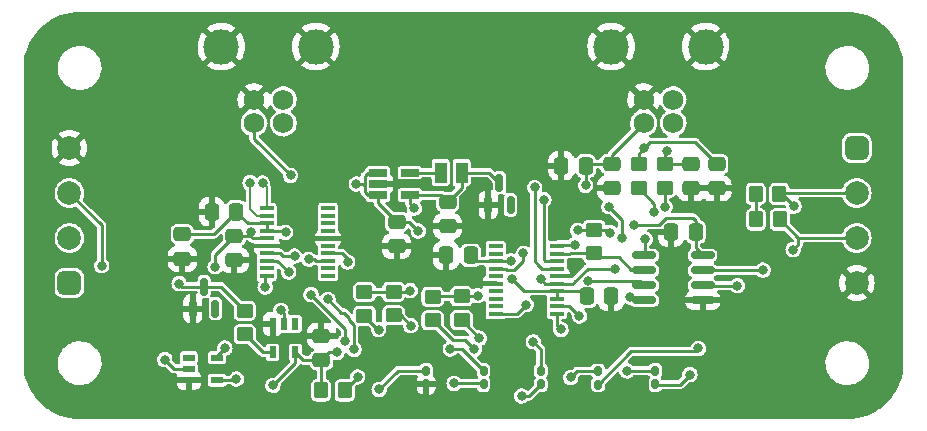
<source format=gbr>
%TF.GenerationSoftware,KiCad,Pcbnew,(6.0.10)*%
%TF.CreationDate,2023-01-23T16:27:41+00:00*%
%TF.ProjectId,USB,5553422e-6b69-4636-9164-5f7063625858,rev?*%
%TF.SameCoordinates,Original*%
%TF.FileFunction,Copper,L1,Top*%
%TF.FilePolarity,Positive*%
%FSLAX46Y46*%
G04 Gerber Fmt 4.6, Leading zero omitted, Abs format (unit mm)*
G04 Created by KiCad (PCBNEW (6.0.10)) date 2023-01-23 16:27:41*
%MOMM*%
%LPD*%
G01*
G04 APERTURE LIST*
G04 Aperture macros list*
%AMRoundRect*
0 Rectangle with rounded corners*
0 $1 Rounding radius*
0 $2 $3 $4 $5 $6 $7 $8 $9 X,Y pos of 4 corners*
0 Add a 4 corners polygon primitive as box body*
4,1,4,$2,$3,$4,$5,$6,$7,$8,$9,$2,$3,0*
0 Add four circle primitives for the rounded corners*
1,1,$1+$1,$2,$3*
1,1,$1+$1,$4,$5*
1,1,$1+$1,$6,$7*
1,1,$1+$1,$8,$9*
0 Add four rect primitives between the rounded corners*
20,1,$1+$1,$2,$3,$4,$5,0*
20,1,$1+$1,$4,$5,$6,$7,0*
20,1,$1+$1,$6,$7,$8,$9,0*
20,1,$1+$1,$8,$9,$2,$3,0*%
G04 Aperture macros list end*
%TA.AperFunction,SMDPad,CuDef*%
%ADD10R,1.200000X0.400000*%
%TD*%
%TA.AperFunction,SMDPad,CuDef*%
%ADD11RoundRect,0.150000X0.150000X-0.587500X0.150000X0.587500X-0.150000X0.587500X-0.150000X-0.587500X0*%
%TD*%
%TA.AperFunction,SMDPad,CuDef*%
%ADD12R,1.020000X1.780000*%
%TD*%
%TA.AperFunction,SMDPad,CuDef*%
%ADD13RoundRect,0.150000X-0.825000X-0.150000X0.825000X-0.150000X0.825000X0.150000X-0.825000X0.150000X0*%
%TD*%
%TA.AperFunction,SMDPad,CuDef*%
%ADD14R,1.000000X0.600000*%
%TD*%
%TA.AperFunction,SMDPad,CuDef*%
%ADD15R,0.600000X1.000000*%
%TD*%
%TA.AperFunction,SMDPad,CuDef*%
%ADD16R,1.560000X0.650000*%
%TD*%
%TA.AperFunction,SMDPad,CuDef*%
%ADD17RoundRect,0.250000X-0.450000X0.350000X-0.450000X-0.350000X0.450000X-0.350000X0.450000X0.350000X0*%
%TD*%
%TA.AperFunction,SMDPad,CuDef*%
%ADD18RoundRect,0.250000X0.350000X0.450000X-0.350000X0.450000X-0.350000X-0.450000X0.350000X-0.450000X0*%
%TD*%
%TA.AperFunction,SMDPad,CuDef*%
%ADD19RoundRect,0.250000X-0.350000X-0.450000X0.350000X-0.450000X0.350000X0.450000X-0.350000X0.450000X0*%
%TD*%
%TA.AperFunction,SMDPad,CuDef*%
%ADD20RoundRect,0.250000X0.450000X-0.350000X0.450000X0.350000X-0.450000X0.350000X-0.450000X-0.350000X0*%
%TD*%
%TA.AperFunction,ComponentPad*%
%ADD21C,2.000000*%
%TD*%
%TA.AperFunction,ComponentPad*%
%ADD22RoundRect,0.500000X-0.500000X0.500000X-0.500000X-0.500000X0.500000X-0.500000X0.500000X0.500000X0*%
%TD*%
%TA.AperFunction,ComponentPad*%
%ADD23RoundRect,0.500000X0.500000X-0.500000X0.500000X0.500000X-0.500000X0.500000X-0.500000X-0.500000X0*%
%TD*%
%TA.AperFunction,SMDPad,CuDef*%
%ADD24RoundRect,0.160000X0.160000X-0.222500X0.160000X0.222500X-0.160000X0.222500X-0.160000X-0.222500X0*%
%TD*%
%TA.AperFunction,SMDPad,CuDef*%
%ADD25RoundRect,0.250000X0.475000X-0.337500X0.475000X0.337500X-0.475000X0.337500X-0.475000X-0.337500X0*%
%TD*%
%TA.AperFunction,SMDPad,CuDef*%
%ADD26RoundRect,0.250000X0.337500X0.475000X-0.337500X0.475000X-0.337500X-0.475000X0.337500X-0.475000X0*%
%TD*%
%TA.AperFunction,SMDPad,CuDef*%
%ADD27RoundRect,0.250000X-0.337500X-0.475000X0.337500X-0.475000X0.337500X0.475000X-0.337500X0.475000X0*%
%TD*%
%TA.AperFunction,SMDPad,CuDef*%
%ADD28RoundRect,0.250000X-0.475000X0.337500X-0.475000X-0.337500X0.475000X-0.337500X0.475000X0.337500X0*%
%TD*%
%TA.AperFunction,ComponentPad*%
%ADD29C,3.000000*%
%TD*%
%TA.AperFunction,ComponentPad*%
%ADD30C,1.750000*%
%TD*%
%TA.AperFunction,ViaPad*%
%ADD31C,0.800000*%
%TD*%
%TA.AperFunction,Conductor*%
%ADD32C,0.250000*%
%TD*%
%TA.AperFunction,Conductor*%
%ADD33C,0.200000*%
%TD*%
G04 APERTURE END LIST*
D10*
%TO.P,U3,20,TXD*%
%TO.N,DI*%
X166490000Y-137742500D03*
%TO.P,U3,19,CBUS3*%
%TO.N,PWREN#*%
X166490000Y-138377500D03*
%TO.P,U3,18,CBUS0*%
%TO.N,RSRX*%
X166490000Y-139012500D03*
%TO.P,U3,17,CBUS1*%
%TO.N,RSTX*%
X166490000Y-139647500D03*
%TO.P,U3,16,GND*%
%TO.N,GND*%
X166490000Y-140282500D03*
%TO.P,U3,15,VCC*%
%TO.N,+5VP*%
X166490000Y-140917500D03*
%TO.P,U3,14,~{RESET}*%
%TO.N,VCOM*%
X166490000Y-141552500D03*
%TO.P,U3,13,3V3OUT*%
X166490000Y-142187500D03*
%TO.P,U3,12,USBDM*%
%TO.N,DM*%
X166490000Y-142822500D03*
%TO.P,U3,11,USBDP*%
%TO.N,DP*%
X166490000Y-143457500D03*
%TO.P,U3,10,CBUS2*%
%TO.N,TXDEN*%
X161290000Y-143457500D03*
%TO.P,U3,9,~{CTS}*%
%TO.N,unconnected-(U3-Pad9)*%
X161290000Y-142822500D03*
%TO.P,U3,8,~{DCD}*%
%TO.N,unconnected-(U3-Pad8)*%
X161290000Y-142187500D03*
%TO.P,U3,7,~{DSR}*%
%TO.N,unconnected-(U3-Pad7)*%
X161290000Y-141552500D03*
%TO.P,U3,6,GND*%
%TO.N,GND*%
X161290000Y-140917500D03*
%TO.P,U3,5,~{RI}*%
%TO.N,unconnected-(U3-Pad5)*%
X161290000Y-140282500D03*
%TO.P,U3,4,RXD*%
%TO.N,RO*%
X161290000Y-139647500D03*
%TO.P,U3,3,VCCIO*%
%TO.N,VCOM*%
X161290000Y-139012500D03*
%TO.P,U3,2,~{RTS}*%
%TO.N,unconnected-(U3-Pad2)*%
X161290000Y-138377500D03*
%TO.P,U3,1,~{DTR}*%
%TO.N,unconnected-(U3-Pad1)*%
X161290000Y-137742500D03*
%TD*%
D11*
%TO.P,D3,3*%
%TO.N,N/C*%
X137555000Y-143045000D03*
%TO.P,D3,2,A*%
%TO.N,GND*%
X135655000Y-143045000D03*
%TO.P,D3,1,K*%
%TO.N,TX*%
X136605000Y-141170000D03*
%TD*%
%TO.P,D1,3*%
%TO.N,N/C*%
X162560000Y-134257500D03*
%TO.P,D1,2,A*%
%TO.N,GND*%
X160660000Y-134257500D03*
%TO.P,D1,1,K*%
%TO.N,+3V3*%
X161610000Y-132382500D03*
%TD*%
D12*
%TO.P,L1,2*%
%TO.N,+3V3*%
X158410000Y-131520000D03*
%TO.P,L1,1*%
%TO.N,Net-(L1-Pad1)*%
X156630000Y-131520000D03*
%TD*%
D13*
%TO.P,U6,8,VCC*%
%TO.N,VCOM*%
X178825000Y-138515000D03*
%TO.P,U6,7,B*%
%TO.N,B*%
X178825000Y-139785000D03*
%TO.P,U6,6,A*%
%TO.N,A*%
X178825000Y-141055000D03*
%TO.P,U6,5,GND*%
%TO.N,GND*%
X178825000Y-142325000D03*
%TO.P,U6,4,DI*%
%TO.N,DI*%
X173875000Y-142325000D03*
%TO.P,U6,3,DE*%
%TO.N,TXDEN*%
X173875000Y-141055000D03*
%TO.P,U6,2,~{RE}*%
%TO.N,PWREN#*%
X173875000Y-139785000D03*
%TO.P,U6,1,RO*%
%TO.N,RO*%
X173875000Y-138515000D03*
%TD*%
D14*
%TO.P,U5,5,VCC*%
%TO.N,+5VL*%
X137710000Y-147190000D03*
%TO.P,U5,4,Y*%
%TO.N,RX_Y*%
X137710000Y-149090000D03*
%TO.P,U5,3,GND*%
%TO.N,GND*%
X135310000Y-149090000D03*
%TO.P,U5,2,A*%
%TO.N,RX*%
X135310000Y-148140000D03*
%TO.P,U5,1*%
%TO.N,N/C*%
X135310000Y-147190000D03*
%TD*%
D15*
%TO.P,U4,5,VCC*%
%TO.N,+3V3*%
X144325000Y-146747500D03*
%TO.P,U4,4,Y*%
%TO.N,Net-(R4-Pad1)*%
X142425000Y-146747500D03*
%TO.P,U4,3,GND*%
%TO.N,GND*%
X142425000Y-144347500D03*
%TO.P,U4,2,A*%
%TO.N,TX_A*%
X143375000Y-144347500D03*
%TO.P,U4,1*%
%TO.N,N/C*%
X144325000Y-144347500D03*
%TD*%
D10*
%TO.P,U2,20,TXD*%
%TO.N,TX_A*%
X141900000Y-140270000D03*
%TO.P,U2,19,CBUS3*%
%TO.N,unconnected-(U2-Pad19)*%
X141900000Y-139635000D03*
%TO.P,U2,18,CBUS0*%
%TO.N,RXL*%
X141900000Y-139000000D03*
%TO.P,U2,17,CBUS1*%
%TO.N,TXL*%
X141900000Y-138365000D03*
%TO.P,U2,16,GND*%
%TO.N,GND*%
X141900000Y-137730000D03*
%TO.P,U2,15,VCC*%
%TO.N,+5VL*%
X141900000Y-137095000D03*
%TO.P,U2,14,~{RESET}*%
%TO.N,+3.3VA*%
X141900000Y-136460000D03*
%TO.P,U2,13,3V3OUT*%
X141900000Y-135825000D03*
%TO.P,U2,12,USBDM*%
%TO.N,D-*%
X141900000Y-135190000D03*
%TO.P,U2,11,USBDP*%
%TO.N,D+*%
X141900000Y-134555000D03*
%TO.P,U2,10,CBUS2*%
%TO.N,unconnected-(U2-Pad10)*%
X147100000Y-134555000D03*
%TO.P,U2,9,~{CTS}*%
%TO.N,unconnected-(U2-Pad9)*%
X147100000Y-135190000D03*
%TO.P,U2,8,~{DCD}*%
%TO.N,unconnected-(U2-Pad8)*%
X147100000Y-135825000D03*
%TO.P,U2,7,~{DSR}*%
%TO.N,unconnected-(U2-Pad7)*%
X147100000Y-136460000D03*
%TO.P,U2,6,GND*%
%TO.N,GND*%
X147100000Y-137095000D03*
%TO.P,U2,5,~{RI}*%
%TO.N,unconnected-(U2-Pad5)*%
X147100000Y-137730000D03*
%TO.P,U2,4,RXD*%
%TO.N,RX_Y*%
X147100000Y-138365000D03*
%TO.P,U2,3,VCCIO*%
%TO.N,+3.3VA*%
X147100000Y-139000000D03*
%TO.P,U2,2,~{RTS}*%
%TO.N,unconnected-(U2-Pad2)*%
X147100000Y-139635000D03*
%TO.P,U2,1,~{DTR}*%
%TO.N,unconnected-(U2-Pad1)*%
X147100000Y-140270000D03*
%TD*%
D16*
%TO.P,U1,5,SW*%
%TO.N,Net-(L1-Pad1)*%
X154030000Y-131530000D03*
%TO.P,U1,4,FB*%
%TO.N,+3V3*%
X154030000Y-133430000D03*
%TO.P,U1,3,EN*%
%TO.N,+5VL*%
X151330000Y-133430000D03*
%TO.P,U1,2,GND*%
%TO.N,GND*%
X151330000Y-132480000D03*
%TO.P,U1,1,Vin*%
%TO.N,+5VL*%
X151330000Y-131530000D03*
%TD*%
D17*
%TO.P,R11,2*%
%TO.N,Net-(D7-Pad2)*%
X155960000Y-144040000D03*
%TO.P,R11,1*%
%TO.N,+5VP*%
X155960000Y-142040000D03*
%TD*%
%TO.P,R10,2*%
%TO.N,Net-(D6-Pad2)*%
X158400000Y-144000000D03*
%TO.P,R10,1*%
%TO.N,+5VP*%
X158400000Y-142000000D03*
%TD*%
%TO.P,R9,2*%
%TO.N,Net-(D5-Pad2)*%
X150185000Y-143637500D03*
%TO.P,R9,1*%
%TO.N,+5VL*%
X150185000Y-141637500D03*
%TD*%
D18*
%TO.P,R8,2*%
%TO.N,Net-(R7-Pad1)*%
X183340000Y-135490000D03*
%TO.P,R8,1*%
%TO.N,B*%
X185340000Y-135490000D03*
%TD*%
D19*
%TO.P,R7,2*%
%TO.N,A*%
X185310000Y-133330000D03*
%TO.P,R7,1*%
%TO.N,Net-(R7-Pad1)*%
X183310000Y-133330000D03*
%TD*%
D17*
%TO.P,R6,2*%
%TO.N,Net-(D4-Pad2)*%
X152645000Y-143617500D03*
%TO.P,R6,1*%
%TO.N,+5VL*%
X152645000Y-141617500D03*
%TD*%
D20*
%TO.P,R5,2*%
%TO.N,VCOM*%
X169620000Y-136350000D03*
%TO.P,R5,1*%
%TO.N,PWREN#*%
X169620000Y-138350000D03*
%TD*%
%TO.P,R4,2*%
%TO.N,TX*%
X140055000Y-143217500D03*
%TO.P,R4,1*%
%TO.N,Net-(R4-Pad1)*%
X140055000Y-145217500D03*
%TD*%
D19*
%TO.P,R3,2*%
%TO.N,Net-(D2-Pad2)*%
X148500000Y-149960000D03*
%TO.P,R3,1*%
%TO.N,+3V3*%
X146500000Y-149960000D03*
%TD*%
D17*
%TO.P,R2,2*%
%TO.N,DM*%
X175600000Y-132820000D03*
%TO.P,R2,1*%
%TO.N,Net-(J1-Pad2)*%
X175600000Y-130820000D03*
%TD*%
%TO.P,R1,2*%
%TO.N,DP*%
X173390000Y-132820000D03*
%TO.P,R1,1*%
%TO.N,Net-(J1-Pad3)*%
X173390000Y-130820000D03*
%TD*%
D21*
%TO.P,J4,4,Pin_4*%
%TO.N,GND*%
X191870000Y-140875000D03*
%TO.P,J4,3,Pin_3*%
%TO.N,B*%
X191870000Y-137065000D03*
%TO.P,J4,2,Pin_2*%
%TO.N,A*%
X191870000Y-133255000D03*
D22*
%TO.P,J4,1,Pin_1*%
%TO.N,+5VP*%
X191870000Y-129445000D03*
%TD*%
D21*
%TO.P,J3,4,Pin_4*%
%TO.N,GND*%
X125200000Y-129445000D03*
%TO.P,J3,3,Pin_3*%
%TO.N,RX*%
X125200000Y-133255000D03*
%TO.P,J3,2,Pin_2*%
%TO.N,TX*%
X125200000Y-137065000D03*
D23*
%TO.P,J3,1,Pin_1*%
%TO.N,+3V3*%
X125200000Y-140875000D03*
%TD*%
D24*
%TO.P,D7,2,A*%
%TO.N,Net-(D7-Pad2)*%
X169960000Y-148327500D03*
%TO.P,D7,1,K*%
%TO.N,RSTX*%
X169960000Y-149472500D03*
%TD*%
%TO.P,D6,2,A*%
%TO.N,Net-(D6-Pad2)*%
X174810000Y-148297500D03*
%TO.P,D6,1,K*%
%TO.N,RSRX*%
X174810000Y-149442500D03*
%TD*%
%TO.P,D5,2,A*%
%TO.N,Net-(D5-Pad2)*%
X160270000Y-148307500D03*
%TO.P,D5,1,K*%
%TO.N,TXL*%
X160270000Y-149452500D03*
%TD*%
%TO.P,D4,2,A*%
%TO.N,Net-(D4-Pad2)*%
X165120000Y-148307500D03*
%TO.P,D4,1,K*%
%TO.N,RXL*%
X165120000Y-149452500D03*
%TD*%
%TO.P,D2,2,A*%
%TO.N,Net-(D2-Pad2)*%
X155420000Y-148307500D03*
%TO.P,D2,1,K*%
%TO.N,GND*%
X155420000Y-149452500D03*
%TD*%
D25*
%TO.P,C13,2*%
%TO.N,GND*%
X146535000Y-145330000D03*
%TO.P,C13,1*%
%TO.N,+3V3*%
X146535000Y-147405000D03*
%TD*%
D26*
%TO.P,C12,2*%
%TO.N,GND*%
X176162500Y-136560000D03*
%TO.P,C12,1*%
%TO.N,VCOM*%
X178237500Y-136560000D03*
%TD*%
D27*
%TO.P,C11,2*%
%TO.N,GND*%
X171067500Y-142000000D03*
%TO.P,C11,1*%
%TO.N,VCOM*%
X168992500Y-142000000D03*
%TD*%
D26*
%TO.P,C10,2*%
%TO.N,GND*%
X166852500Y-130950000D03*
%TO.P,C10,1*%
%TO.N,+5VP*%
X168927500Y-130950000D03*
%TD*%
%TO.P,C9,2*%
%TO.N,GND*%
X157102500Y-138530000D03*
%TO.P,C9,1*%
%TO.N,VCOM*%
X159177500Y-138530000D03*
%TD*%
%TO.P,C8,2*%
%TO.N,GND*%
X137242500Y-134852500D03*
%TO.P,C8,1*%
%TO.N,+3.3VA*%
X139317500Y-134852500D03*
%TD*%
D28*
%TO.P,C7,2*%
%TO.N,GND*%
X139160000Y-138940000D03*
%TO.P,C7,1*%
%TO.N,+5VL*%
X139160000Y-136865000D03*
%TD*%
%TO.P,C6,2*%
%TO.N,GND*%
X157230000Y-136067500D03*
%TO.P,C6,1*%
%TO.N,+3V3*%
X157230000Y-133992500D03*
%TD*%
%TO.P,C5,2*%
%TO.N,GND*%
X134760000Y-138817500D03*
%TO.P,C5,1*%
%TO.N,+3.3VA*%
X134760000Y-136742500D03*
%TD*%
%TO.P,C4,2*%
%TO.N,GND*%
X171130000Y-132867500D03*
%TO.P,C4,1*%
%TO.N,+5VP*%
X171130000Y-130792500D03*
%TD*%
%TO.P,C3,2*%
%TO.N,GND*%
X180030000Y-132867500D03*
%TO.P,C3,1*%
%TO.N,Net-(J1-Pad3)*%
X180030000Y-130792500D03*
%TD*%
%TO.P,C2,1*%
%TO.N,Net-(J1-Pad2)*%
X177860000Y-130782500D03*
%TO.P,C2,2*%
%TO.N,GND*%
X177860000Y-132857500D03*
%TD*%
%TO.P,C1,2*%
%TO.N,GND*%
X152910000Y-137760000D03*
%TO.P,C1,1*%
%TO.N,+5VL*%
X152910000Y-135685000D03*
%TD*%
D29*
%TO.P,J1,5,Shield*%
%TO.N,GND*%
X179070000Y-120855000D03*
X171070000Y-120855000D03*
D30*
%TO.P,J1,4,GND*%
X173820000Y-125345000D03*
%TO.P,J1,3,D+*%
%TO.N,Net-(J1-Pad3)*%
X176320000Y-125345000D03*
%TO.P,J1,2,D-*%
%TO.N,Net-(J1-Pad2)*%
X176320000Y-127345000D03*
%TO.P,J1,1,VBUS*%
%TO.N,+5VP*%
X173820000Y-127345000D03*
%TD*%
D29*
%TO.P,J2,5,Shield*%
%TO.N,GND*%
X138070000Y-120855000D03*
X146070000Y-120855000D03*
D30*
%TO.P,J2,4,GND*%
X140820000Y-125345000D03*
%TO.P,J2,3,D+*%
%TO.N,D+*%
X143320000Y-125345000D03*
%TO.P,J2,2,D-*%
%TO.N,D-*%
X143320000Y-127345000D03*
%TO.P,J2,1,VBUS*%
%TO.N,+5VL*%
X140820000Y-127345000D03*
%TD*%
D31*
%TO.N,GND*%
X175368511Y-118510500D03*
X172813735Y-118510500D03*
X173504299Y-119916254D03*
X173207672Y-122350272D03*
X174767308Y-122764500D03*
X177322084Y-122764500D03*
X176482233Y-120498974D03*
X177915398Y-118512113D03*
X143252940Y-129382851D03*
X141708113Y-130927678D03*
X160033222Y-132500967D03*
X142956128Y-132562846D03*
X155686123Y-134613966D03*
X166345500Y-135311541D03*
X167696148Y-132931860D03*
X163477842Y-135492078D03*
X158805499Y-133905174D03*
X159063000Y-136425619D03*
X160912675Y-136692000D03*
X163039364Y-137272733D03*
X136923714Y-137721721D03*
X185609942Y-137139507D03*
X179644731Y-135804625D03*
X180526182Y-137880813D03*
X182174500Y-138633155D03*
X181989158Y-136405454D03*
X181859501Y-133843625D03*
X167957723Y-139392712D03*
X143848698Y-134640867D03*
X145649500Y-135660703D03*
X146538404Y-133504500D03*
X148787249Y-137156174D03*
X151281015Y-139645091D03*
X151077272Y-137357020D03*
X150831366Y-134985931D03*
X148733357Y-133502259D03*
X153764500Y-140307278D03*
X158710181Y-140100074D03*
X155715500Y-139873685D03*
X140449500Y-140524151D03*
X144852038Y-143025498D03*
X143157940Y-141046483D03*
X154519657Y-142883459D03*
X165474742Y-145089523D03*
X165039500Y-143203349D03*
X151154937Y-146051182D03*
X176605500Y-139941264D03*
X167900263Y-145609555D03*
X170529176Y-145609555D03*
X172643033Y-145679922D03*
X175271082Y-145674500D03*
X176764500Y-144539005D03*
X176764500Y-141918512D03*
X131414821Y-139224386D03*
X129314200Y-138040500D03*
X128968858Y-140121197D03*
X129679826Y-142380261D03*
X131511941Y-144212376D03*
X133344056Y-146044491D03*
X137384500Y-145218659D03*
X135584730Y-144875991D03*
X134277797Y-143106461D03*
X133246941Y-141056506D03*
X164008686Y-147726242D03*
X167552246Y-147582992D03*
X140425694Y-146967761D03*
X148995915Y-147739674D03*
X176764500Y-147843178D03*
X151350000Y-148570435D03*
X191904484Y-120355246D03*
X193484235Y-122230307D03*
X192648982Y-124535601D03*
X189488628Y-120781743D03*
X126904483Y-120355246D03*
X128484234Y-122230307D03*
X127648981Y-124535601D03*
X125234615Y-124967504D03*
X123657327Y-123089584D03*
X124488627Y-120781743D03*
X127368931Y-149739386D03*
X124917797Y-149826763D03*
X123620868Y-147745320D03*
X124769081Y-145577645D03*
X192220932Y-145495836D03*
X193520697Y-147574796D03*
X192368929Y-149739388D03*
X189917797Y-149826763D03*
X188620868Y-147745320D03*
X189769081Y-145577645D03*
X122307033Y-120913252D03*
X121920500Y-123397752D03*
X121920500Y-125938586D03*
X121920500Y-128479420D03*
X121920500Y-131020254D03*
X121920500Y-136101922D03*
X121920500Y-138642756D03*
X121920500Y-141183590D03*
X121920500Y-143724424D03*
X121920500Y-146265258D03*
X122080392Y-148790749D03*
X123456195Y-150878990D03*
X125782432Y-151796373D03*
X128322431Y-151809500D03*
X130863265Y-151809500D03*
X150390000Y-151750000D03*
X153350000Y-151150000D03*
X167670000Y-151440000D03*
X171760000Y-151450000D03*
X176210000Y-151310000D03*
X178440000Y-151590000D03*
X181679945Y-151809500D03*
X184220779Y-151809500D03*
X186761613Y-151809500D03*
X189302447Y-151809500D03*
X191838123Y-151735328D03*
X194041592Y-150552423D03*
X195164151Y-148317751D03*
X195219500Y-145780378D03*
X195219500Y-143239544D03*
X195219500Y-140698710D03*
X195219500Y-138157876D03*
X195219500Y-135617042D03*
X195219500Y-133076208D03*
X195219500Y-130535374D03*
X195219500Y-127994540D03*
X195219500Y-125453706D03*
X195219500Y-122912872D03*
X194600901Y-120487938D03*
X192709844Y-118852752D03*
X190216536Y-118510500D03*
X187675702Y-118510500D03*
X185134868Y-118510500D03*
X182594034Y-118510500D03*
X180362200Y-118588091D03*
X181669500Y-120641066D03*
X180945177Y-122764500D03*
X183486011Y-122764500D03*
X186026845Y-122764500D03*
X187988737Y-124184172D03*
X189785378Y-125980813D03*
X191657801Y-127594500D03*
X193692776Y-128648337D03*
X189950034Y-128904599D03*
X188153393Y-127107958D03*
X186356752Y-125311317D03*
X184062713Y-124715500D03*
X181521879Y-124715500D03*
X178981045Y-124715500D03*
X177842681Y-126157587D03*
X178529970Y-127996815D03*
X180511750Y-129354500D03*
X181936675Y-132474521D03*
X184163678Y-131895252D03*
X186506103Y-132173871D03*
X188994100Y-132279500D03*
X191238725Y-131510420D03*
X193453155Y-132289732D03*
X193129395Y-134612608D03*
X188483697Y-134230500D03*
X186829623Y-135600058D03*
X189167724Y-136089500D03*
X191405837Y-135273593D03*
X193533340Y-136253387D03*
X192997368Y-138534653D03*
X193787289Y-139995275D03*
X193343803Y-142311827D03*
X191048221Y-142816291D03*
X189760025Y-140817269D03*
X191155025Y-138889469D03*
X189274928Y-138040500D03*
X187322114Y-138965326D03*
X185379005Y-140525450D03*
X183110729Y-141128836D03*
X181223305Y-142231571D03*
X179872410Y-143717652D03*
X179505571Y-145716932D03*
X178715500Y-147722609D03*
X178134651Y-149822068D03*
X173671200Y-149939168D03*
X171843465Y-149425368D03*
X168570000Y-150640000D03*
X166300000Y-147860000D03*
X163450000Y-151510000D03*
X162084500Y-151425500D03*
X158170000Y-151060000D03*
X154180000Y-146240000D03*
X153070000Y-149540000D03*
X151600000Y-151010000D03*
X150249730Y-150320954D03*
X148891689Y-151510499D03*
X146446694Y-151510500D03*
X144558447Y-148791119D03*
X142953174Y-150671690D03*
X140532174Y-150597391D03*
X138188638Y-151095500D03*
X135647804Y-151095500D03*
X133374074Y-150428639D03*
X131577433Y-148631998D03*
X129780792Y-146835357D03*
X127984151Y-145038716D03*
X126187510Y-143242075D03*
X123913583Y-142476732D03*
X123367607Y-140123111D03*
X126964500Y-138417014D03*
X125109070Y-138914614D03*
X123366872Y-137344367D03*
X124920629Y-135088128D03*
X123350386Y-133345923D03*
X124579114Y-131463555D03*
X123097855Y-129602220D03*
X124286020Y-127541900D03*
X126614607Y-127941516D03*
X127155480Y-130232525D03*
X126245621Y-131728107D03*
X127224803Y-133900238D03*
X128903907Y-135750834D03*
X131090042Y-136168369D03*
X132898411Y-137948846D03*
X133372226Y-135787828D03*
X135547001Y-135150856D03*
X136522539Y-133073489D03*
X138930270Y-133277001D03*
X139549500Y-131501148D03*
X140024633Y-129237425D03*
X139120797Y-127020373D03*
X145026050Y-125055043D03*
X145445500Y-127421126D03*
X145369906Y-129932998D03*
X145603312Y-131524500D03*
X148144146Y-131524500D03*
X150235282Y-130409474D03*
X152709758Y-130543090D03*
X155193391Y-130438287D03*
X157346595Y-129803819D03*
X159685137Y-130244250D03*
X161900854Y-130804338D03*
X162987848Y-132703042D03*
X164582583Y-131397852D03*
X165791658Y-129325603D03*
X168175758Y-129454961D03*
X170535418Y-129250017D03*
X171553811Y-127453376D03*
X170974500Y-125143475D03*
X170744659Y-123443605D03*
X168751425Y-122049437D03*
X168995416Y-118510500D03*
X166454582Y-118510500D03*
X163913748Y-118510500D03*
X161372914Y-118510500D03*
X158832080Y-118510500D03*
X156291246Y-118510500D03*
X153750412Y-118510500D03*
X151209578Y-118510500D03*
X148056194Y-119179930D03*
X148584742Y-121557162D03*
X146909525Y-123328839D03*
X144498117Y-122940271D03*
X143463179Y-120737149D03*
X144696129Y-118637811D03*
X142635340Y-118510500D03*
X140382233Y-119648543D03*
X140368494Y-122087452D03*
X138349136Y-123448279D03*
X136097616Y-122542309D03*
X135549900Y-120170693D03*
X136601936Y-118510500D03*
X134061102Y-118510500D03*
X131520268Y-118510500D03*
X128979434Y-118510500D03*
X126438600Y-118510500D03*
X123995543Y-119066918D03*
%TO.N,Net-(D6-Pad2)*%
X172410000Y-148310000D03*
X159910000Y-145544500D03*
%TO.N,Net-(D7-Pad2)*%
X159483549Y-146496451D03*
X167650000Y-148870000D03*
%TO.N,RSTX*%
X164590000Y-132770000D03*
X178464500Y-146410000D03*
%TO.N,RSRX*%
X177740000Y-148630000D03*
X165370000Y-133820000D03*
%TO.N,RXL*%
X163490000Y-150450000D03*
%TO.N,TXL*%
X157770000Y-149370000D03*
%TO.N,+5VP*%
X165110000Y-140570000D03*
X159760000Y-141950000D03*
%TO.N,Net-(D4-Pad2)*%
X164480000Y-145850000D03*
X154110000Y-144490000D03*
%TO.N,Net-(D5-Pad2)*%
X151390000Y-144820000D03*
X157450000Y-146450000D03*
%TO.N,Net-(D2-Pad2)*%
X151420000Y-149880000D03*
X149610000Y-148830000D03*
%TO.N,+5VP*%
X168910000Y-132610000D03*
X170890000Y-134415500D03*
X172030000Y-137080000D03*
X171430000Y-139650000D03*
%TO.N,VCOM*%
X168232300Y-136402300D03*
%TO.N,DI*%
X167982939Y-137625500D03*
X172670000Y-142050000D03*
%TO.N,VCOM*%
X170990000Y-136610000D03*
X173026540Y-135941139D03*
%TO.N,RO*%
X173940000Y-137160000D03*
X163640000Y-138370000D03*
%TO.N,DP*%
X174729896Y-134854533D03*
X166820000Y-144810000D03*
%TO.N,DM*%
X175630000Y-134420000D03*
X168390000Y-143670000D03*
%TO.N,TXDEN*%
X169120000Y-140675500D03*
X163875000Y-142705000D03*
%TO.N,B*%
X183925000Y-139785000D03*
X186480000Y-138040000D03*
%TO.N,A*%
X181760000Y-141100000D03*
X186550000Y-134370000D03*
%TO.N,VCOM*%
X162600000Y-139010000D03*
X162715080Y-140534500D03*
%TO.N,Net-(J1-Pad3)*%
X173850000Y-129480000D03*
%TO.N,Net-(J1-Pad2)*%
X175830000Y-129680000D03*
%TO.N,RX*%
X127940000Y-139410000D03*
X133280000Y-147360000D03*
%TO.N,+3V3*%
X142440000Y-149530000D03*
X147860000Y-146740000D03*
X154420000Y-134540000D03*
%TO.N,+5VL*%
X154740000Y-136470000D03*
X154070000Y-141520000D03*
%TO.N,RXL*%
X148554500Y-145818626D03*
X145660000Y-141850000D03*
X143772701Y-139957299D03*
%TO.N,TXL*%
X144270000Y-138600000D03*
X147092701Y-142252701D03*
X149295554Y-146489331D03*
%TO.N,+5VL*%
X143930000Y-131770000D03*
%TO.N,D+*%
X141560000Y-132420000D03*
%TO.N,D-*%
X140500000Y-132380000D03*
%TO.N,+5VL*%
X149490000Y-132500000D03*
X140540000Y-136570000D03*
%TO.N,TX*%
X134490000Y-140920000D03*
%TO.N,+5VL*%
X138360000Y-146390000D03*
X137540000Y-139500000D03*
%TO.N,RX_Y*%
X148760000Y-139100000D03*
X139340000Y-148990000D03*
%TO.N,TX_A*%
X141775000Y-141227500D03*
X143105000Y-143177500D03*
%TO.N,+3.3VA*%
X143510000Y-136592500D03*
X145460000Y-138862500D03*
%TD*%
D32*
%TO.N,Net-(D6-Pad2)*%
X174797500Y-148310000D02*
X174810000Y-148297500D01*
X172410000Y-148310000D02*
X174797500Y-148310000D01*
X158400000Y-144034500D02*
X159910000Y-145544500D01*
X158400000Y-144000000D02*
X158400000Y-144034500D01*
%TO.N,Net-(D7-Pad2)*%
X157645000Y-145725000D02*
X155960000Y-144040000D01*
X158712098Y-145725000D02*
X157645000Y-145725000D01*
X159483549Y-146496451D02*
X158712098Y-145725000D01*
X168192500Y-148327500D02*
X167650000Y-148870000D01*
X169960000Y-148327500D02*
X168192500Y-148327500D01*
%TO.N,Net-(D4-Pad2)*%
X165120000Y-146490000D02*
X165120000Y-148307500D01*
X164480000Y-145850000D02*
X165120000Y-146490000D01*
%TO.N,RSTX*%
X172782500Y-146650000D02*
X169960000Y-149472500D01*
X178224500Y-146650000D02*
X172782500Y-146650000D01*
X178464500Y-146410000D02*
X178224500Y-146650000D01*
X164590000Y-139000000D02*
X164590000Y-132770000D01*
X164900000Y-139310000D02*
X164590000Y-139000000D01*
X165237500Y-139647500D02*
X164900000Y-139310000D01*
X166490000Y-139647500D02*
X165237500Y-139647500D01*
%TO.N,RSRX*%
X174837500Y-149470000D02*
X174810000Y-149442500D01*
X176900000Y-149470000D02*
X174837500Y-149470000D01*
X177740000Y-148630000D02*
X176900000Y-149470000D01*
X165370000Y-138890000D02*
X165370000Y-133820000D01*
X165460000Y-138980000D02*
X165370000Y-138890000D01*
X165492500Y-139012500D02*
X165460000Y-138980000D01*
X166490000Y-139012500D02*
X165492500Y-139012500D01*
%TO.N,RXL*%
X164122500Y-150450000D02*
X165120000Y-149452500D01*
X163490000Y-150450000D02*
X164122500Y-150450000D01*
%TO.N,TXL*%
X160187500Y-149370000D02*
X160270000Y-149452500D01*
X157770000Y-149370000D02*
X160187500Y-149370000D01*
%TO.N,Net-(D2-Pad2)*%
X152992500Y-148307500D02*
X155420000Y-148307500D01*
X151420000Y-149880000D02*
X152992500Y-148307500D01*
%TO.N,TXL*%
X148845000Y-143799695D02*
X148420305Y-143375000D01*
X148420305Y-143375000D02*
X148215000Y-143375000D01*
X148215000Y-143375000D02*
X147092701Y-142252701D01*
X148845000Y-144005000D02*
X148845000Y-143799695D01*
X149295554Y-144455554D02*
X148845000Y-144005000D01*
X149295554Y-146489331D02*
X149295554Y-144455554D01*
%TO.N,RXL*%
X148554500Y-145818626D02*
X148554500Y-144744500D01*
X148554500Y-144744500D02*
X145660000Y-141850000D01*
%TO.N,VCOM*%
X162715080Y-140534500D02*
X163733080Y-141552500D01*
X163733080Y-141552500D02*
X166490000Y-141552500D01*
%TO.N,+5VP*%
X165457500Y-140917500D02*
X166490000Y-140917500D01*
X165110000Y-140570000D02*
X165457500Y-140917500D01*
X159710000Y-142000000D02*
X159760000Y-141950000D01*
X158400000Y-142000000D02*
X159710000Y-142000000D01*
X156000000Y-142000000D02*
X155960000Y-142040000D01*
X158400000Y-142000000D02*
X156000000Y-142000000D01*
%TO.N,Net-(D4-Pad2)*%
X153237500Y-143617500D02*
X154110000Y-144490000D01*
X152645000Y-143617500D02*
X153237500Y-143617500D01*
%TO.N,Net-(D5-Pad2)*%
X151390000Y-144820000D02*
X151367500Y-144820000D01*
X151367500Y-144820000D02*
X150185000Y-143637500D01*
X158412500Y-146450000D02*
X157450000Y-146450000D01*
X160270000Y-148307500D02*
X158412500Y-146450000D01*
%TO.N,Net-(D2-Pad2)*%
X149610000Y-148850000D02*
X148500000Y-149960000D01*
X149610000Y-148830000D02*
X149610000Y-148850000D01*
%TO.N,+3V3*%
X146535000Y-149925000D02*
X146500000Y-149960000D01*
X146535000Y-147405000D02*
X146535000Y-149925000D01*
%TO.N,TXDEN*%
X163122500Y-143457500D02*
X161290000Y-143457500D01*
X163875000Y-142705000D02*
X163122500Y-143457500D01*
%TO.N,+5VP*%
X170890000Y-134415500D02*
X170890000Y-134440000D01*
X172030000Y-135580000D02*
X172030000Y-137080000D01*
X170890000Y-134440000D02*
X172030000Y-135580000D01*
X168910000Y-132610000D02*
X168910000Y-130967500D01*
X168910000Y-130967500D02*
X168927500Y-130950000D01*
X167950000Y-140780000D02*
X169080000Y-139650000D01*
X169080000Y-139650000D02*
X171430000Y-139650000D01*
%TO.N,PWREN#*%
X172775000Y-139785000D02*
X173875000Y-139785000D01*
X169980000Y-138710000D02*
X171700000Y-138710000D01*
X171700000Y-138710000D02*
X172775000Y-139785000D01*
X169620000Y-138350000D02*
X169980000Y-138710000D01*
%TO.N,+5VP*%
X167812500Y-140917500D02*
X167950000Y-140780000D01*
X166490000Y-140917500D02*
X167812500Y-140917500D01*
%TO.N,VCOM*%
X169567700Y-136402300D02*
X169620000Y-136350000D01*
X168232300Y-136402300D02*
X169567700Y-136402300D01*
%TO.N,DI*%
X167982939Y-137625500D02*
X166607000Y-137625500D01*
X166607000Y-137625500D02*
X166490000Y-137742500D01*
X172945000Y-142325000D02*
X172670000Y-142050000D01*
X173875000Y-142325000D02*
X172945000Y-142325000D01*
%TO.N,TXDEN*%
X173495500Y-140675500D02*
X173875000Y-141055000D01*
X169120000Y-140675500D02*
X173495500Y-140675500D01*
%TO.N,VCOM*%
X178237500Y-135597500D02*
X178237500Y-136560000D01*
X175155688Y-135941139D02*
X175736827Y-135360000D01*
X173026540Y-135941139D02*
X175155688Y-135941139D01*
X178000000Y-135360000D02*
X178237500Y-135597500D01*
X175736827Y-135360000D02*
X178000000Y-135360000D01*
X170730000Y-136350000D02*
X169620000Y-136350000D01*
X170990000Y-136610000D02*
X170730000Y-136350000D01*
%TO.N,DP*%
X174729896Y-134159896D02*
X173390000Y-132820000D01*
X174729896Y-134854533D02*
X174729896Y-134159896D01*
%TO.N,RO*%
X173940000Y-138450000D02*
X173875000Y-138515000D01*
X173940000Y-137160000D02*
X173940000Y-138450000D01*
X163640000Y-138995305D02*
X163640000Y-138370000D01*
X162825305Y-139810000D02*
X163640000Y-138995305D01*
X162290000Y-139810000D02*
X162825305Y-139810000D01*
X162127500Y-139647500D02*
X162290000Y-139810000D01*
X161290000Y-139647500D02*
X162127500Y-139647500D01*
%TO.N,DP*%
X166490000Y-143457500D02*
X166490000Y-144480000D01*
X166490000Y-144480000D02*
X166820000Y-144810000D01*
%TO.N,DM*%
X175630000Y-132850000D02*
X175600000Y-132820000D01*
X175630000Y-134420000D02*
X175630000Y-132850000D01*
X167542500Y-142822500D02*
X168390000Y-143670000D01*
X166490000Y-142822500D02*
X167542500Y-142822500D01*
%TO.N,VCOM*%
X178237500Y-137927500D02*
X178825000Y-138515000D01*
X178237500Y-136560000D02*
X178237500Y-137927500D01*
%TO.N,B*%
X183925000Y-139785000D02*
X178825000Y-139785000D01*
X186915000Y-137605000D02*
X186915000Y-137065000D01*
X186480000Y-138040000D02*
X186915000Y-137605000D01*
%TO.N,A*%
X178870000Y-141100000D02*
X178825000Y-141055000D01*
X181760000Y-141100000D02*
X178870000Y-141100000D01*
X185510000Y-133330000D02*
X186550000Y-134370000D01*
X185310000Y-133330000D02*
X185510000Y-133330000D01*
%TO.N,B*%
X186915000Y-137065000D02*
X185340000Y-135490000D01*
X191870000Y-137065000D02*
X186915000Y-137065000D01*
%TO.N,A*%
X185385000Y-133255000D02*
X185310000Y-133330000D01*
X191870000Y-133255000D02*
X185385000Y-133255000D01*
%TO.N,Net-(R7-Pad1)*%
X183310000Y-135460000D02*
X183340000Y-135490000D01*
X183310000Y-133330000D02*
X183310000Y-135460000D01*
%TO.N,PWREN#*%
X167572500Y-138377500D02*
X166490000Y-138377500D01*
X167600000Y-138350000D02*
X167572500Y-138377500D01*
X169620000Y-138350000D02*
X167600000Y-138350000D01*
%TO.N,VCOM*%
X168545000Y-141552500D02*
X166490000Y-141552500D01*
X168992500Y-142000000D02*
X168545000Y-141552500D01*
X162600000Y-139010000D02*
X161292500Y-139010000D01*
X161292500Y-139010000D02*
X161290000Y-139012500D01*
X166490000Y-141552500D02*
X166490000Y-142187500D01*
X159660000Y-139012500D02*
X159177500Y-138530000D01*
X161290000Y-139012500D02*
X159660000Y-139012500D01*
%TO.N,Net-(J1-Pad3)*%
X174375000Y-128955000D02*
X173850000Y-129480000D01*
X178192500Y-128955000D02*
X174375000Y-128955000D01*
X180030000Y-130792500D02*
X178192500Y-128955000D01*
%TO.N,Net-(J1-Pad2)*%
X175637500Y-130782500D02*
X175600000Y-130820000D01*
X177860000Y-130782500D02*
X175637500Y-130782500D01*
%TO.N,Net-(J1-Pad3)*%
X173390000Y-129940000D02*
X173850000Y-129480000D01*
X173390000Y-130820000D02*
X173390000Y-129940000D01*
%TO.N,Net-(J1-Pad2)*%
X175600000Y-129910000D02*
X175830000Y-129680000D01*
X175600000Y-130820000D02*
X175600000Y-129910000D01*
%TO.N,+5VP*%
X169085000Y-130792500D02*
X168927500Y-130950000D01*
X171130000Y-130792500D02*
X169085000Y-130792500D01*
X171130000Y-130035000D02*
X171130000Y-130792500D01*
X173820000Y-127345000D02*
X171130000Y-130035000D01*
%TO.N,RX*%
X127940000Y-139410000D02*
X127940000Y-135995000D01*
X127940000Y-135995000D02*
X125200000Y-133255000D01*
X135310000Y-148140000D02*
X134060000Y-148140000D01*
X134060000Y-148140000D02*
X133280000Y-147360000D01*
%TO.N,+3V3*%
X144325000Y-147645000D02*
X142440000Y-149530000D01*
X144325000Y-146747500D02*
X144325000Y-147645000D01*
X147200000Y-146740000D02*
X146535000Y-147405000D01*
X147860000Y-146740000D02*
X147200000Y-146740000D01*
X154030000Y-134150000D02*
X154420000Y-134540000D01*
X154030000Y-133430000D02*
X154030000Y-134150000D01*
%TO.N,+5VL*%
X153985000Y-135685000D02*
X152910000Y-135685000D01*
X154250000Y-135950000D02*
X153985000Y-135685000D01*
X154250000Y-135980000D02*
X154250000Y-135950000D01*
X154740000Y-136470000D02*
X154250000Y-135980000D01*
X153972500Y-141617500D02*
X154070000Y-141520000D01*
X152645000Y-141617500D02*
X153972500Y-141617500D01*
X150185000Y-141637500D02*
X152625000Y-141637500D01*
X152625000Y-141637500D02*
X152645000Y-141617500D01*
%TO.N,RXL*%
X142815402Y-139000000D02*
X143772701Y-139957299D01*
X141900000Y-139000000D02*
X142815402Y-139000000D01*
%TO.N,TXL*%
X143025000Y-138365000D02*
X141900000Y-138365000D01*
X144270000Y-138600000D02*
X143260000Y-138600000D01*
X143260000Y-138600000D02*
X143025000Y-138365000D01*
%TO.N,+5VL*%
X140820000Y-128660000D02*
X140820000Y-127345000D01*
X143930000Y-131770000D02*
X140820000Y-128660000D01*
D33*
%TO.N,D+*%
X141900000Y-132760000D02*
X141560000Y-132420000D01*
X141900000Y-134555000D02*
X141900000Y-132760000D01*
%TO.N,D-*%
X141100000Y-135190000D02*
X140500000Y-134590000D01*
X140500000Y-134590000D02*
X140500000Y-132380000D01*
X141900000Y-135190000D02*
X141100000Y-135190000D01*
D32*
%TO.N,+5VL*%
X150060000Y-132500000D02*
X150225000Y-132665000D01*
X149490000Y-132500000D02*
X150060000Y-132500000D01*
X150225000Y-132665000D02*
X150225000Y-133130000D01*
X140492500Y-136617500D02*
X140540000Y-136570000D01*
X140492500Y-136865000D02*
X140492500Y-136617500D01*
X150225000Y-131830000D02*
X150225000Y-132665000D01*
%TO.N,TX*%
X134740000Y-141170000D02*
X134490000Y-140920000D01*
X136605000Y-141170000D02*
X134740000Y-141170000D01*
%TO.N,+5VL*%
X137540000Y-139500000D02*
X137540000Y-138485000D01*
X137540000Y-138485000D02*
X139160000Y-136865000D01*
X137710000Y-147040000D02*
X138360000Y-146390000D01*
X137710000Y-147190000D02*
X137710000Y-147040000D01*
%TO.N,Net-(R4-Pad1)*%
X142425000Y-146747500D02*
X141585000Y-146747500D01*
X141585000Y-146747500D02*
X140055000Y-145217500D01*
%TO.N,RX_Y*%
X148285000Y-138365000D02*
X147100000Y-138365000D01*
X148760000Y-138840000D02*
X148285000Y-138365000D01*
X148760000Y-139100000D02*
X148760000Y-138840000D01*
X137710000Y-149090000D02*
X139240000Y-149090000D01*
X139240000Y-149090000D02*
X139340000Y-148990000D01*
%TO.N,+5VL*%
X150525000Y-133430000D02*
X151330000Y-133430000D01*
X150525000Y-131530000D02*
X150225000Y-131830000D01*
X150225000Y-133130000D02*
X150525000Y-133430000D01*
X151330000Y-131530000D02*
X150525000Y-131530000D01*
X151330000Y-134105000D02*
X151330000Y-133430000D01*
X152910000Y-135685000D02*
X151330000Y-134105000D01*
%TO.N,Net-(L1-Pad1)*%
X156620000Y-131530000D02*
X156630000Y-131520000D01*
X154030000Y-131530000D02*
X156620000Y-131530000D01*
%TO.N,+3V3*%
X160747500Y-131520000D02*
X158410000Y-131520000D01*
X161610000Y-132382500D02*
X160747500Y-131520000D01*
X158410000Y-132812500D02*
X158410000Y-131520000D01*
X157230000Y-133992500D02*
X158410000Y-132812500D01*
X156667500Y-133430000D02*
X154030000Y-133430000D01*
X157230000Y-133992500D02*
X156667500Y-133430000D01*
%TO.N,+3.3VA*%
X137427500Y-136742500D02*
X139317500Y-134852500D01*
X134760000Y-136742500D02*
X137427500Y-136742500D01*
%TO.N,Net-(D5-Pad2)*%
X150645000Y-143637500D02*
X150185000Y-143637500D01*
%TO.N,TX_A*%
X141775000Y-141227500D02*
X141775000Y-140395000D01*
X141775000Y-140395000D02*
X141900000Y-140270000D01*
X143375000Y-143447500D02*
X143105000Y-143177500D01*
X143375000Y-144347500D02*
X143375000Y-143447500D01*
%TO.N,+3V3*%
X144982500Y-147405000D02*
X144325000Y-146747500D01*
X146535000Y-147405000D02*
X144982500Y-147405000D01*
%TO.N,TX*%
X138007500Y-141170000D02*
X136605000Y-141170000D01*
X140055000Y-143217500D02*
X138007500Y-141170000D01*
%TO.N,+3.3VA*%
X146092500Y-139000000D02*
X147100000Y-139000000D01*
X146090000Y-139002500D02*
X146092500Y-139000000D01*
X145950000Y-138862500D02*
X146090000Y-139002500D01*
X145460000Y-138862500D02*
X145950000Y-138862500D01*
X143377500Y-136460000D02*
X143510000Y-136592500D01*
X141900000Y-136460000D02*
X143377500Y-136460000D01*
X141900000Y-136460000D02*
X141900000Y-135825000D01*
X139317500Y-134852500D02*
X140290000Y-135825000D01*
X140290000Y-135825000D02*
X141900000Y-135825000D01*
%TO.N,+5VL*%
X140492500Y-136865000D02*
X140722500Y-137095000D01*
X140722500Y-137095000D02*
X141900000Y-137095000D01*
X139160000Y-136865000D02*
X140492500Y-136865000D01*
%TD*%
%TA.AperFunction,Conductor*%
%TO.N,GND*%
G36*
X191057496Y-117912921D02*
G01*
X191057827Y-117912987D01*
X191057829Y-117912987D01*
X191070000Y-117915408D01*
X191082173Y-117912986D01*
X191093119Y-117912986D01*
X191105410Y-117912046D01*
X191478448Y-117928333D01*
X191489399Y-117929291D01*
X191889293Y-117981939D01*
X191900117Y-117983848D01*
X192293889Y-118071144D01*
X192304506Y-118073989D01*
X192689181Y-118195277D01*
X192699496Y-118199030D01*
X193072158Y-118353392D01*
X193082102Y-118358030D01*
X193379942Y-118513075D01*
X193439867Y-118544270D01*
X193449387Y-118549766D01*
X193789556Y-118766478D01*
X193798560Y-118772782D01*
X193897001Y-118848318D01*
X194033591Y-118953127D01*
X194118561Y-119018327D01*
X194126978Y-119025391D01*
X194389577Y-119266017D01*
X194424348Y-119297879D01*
X194432117Y-119305648D01*
X194704607Y-119603019D01*
X194711670Y-119611436D01*
X194834445Y-119771439D01*
X194957218Y-119931440D01*
X194963522Y-119940444D01*
X195180234Y-120280613D01*
X195185729Y-120290132D01*
X195339813Y-120586123D01*
X195371966Y-120647889D01*
X195376608Y-120657842D01*
X195530967Y-121030497D01*
X195534723Y-121040819D01*
X195639057Y-121371722D01*
X195656011Y-121425493D01*
X195658856Y-121436111D01*
X195746152Y-121829883D01*
X195748061Y-121840707D01*
X195800709Y-122240601D01*
X195801667Y-122251552D01*
X195817954Y-122624590D01*
X195817014Y-122636881D01*
X195817014Y-122647827D01*
X195814592Y-122660000D01*
X195817013Y-122672171D01*
X195817013Y-122672173D01*
X195817079Y-122672504D01*
X195819500Y-122697085D01*
X195819500Y-147622915D01*
X195817079Y-147647496D01*
X195814592Y-147660000D01*
X195817014Y-147672173D01*
X195817014Y-147683119D01*
X195817954Y-147695410D01*
X195801667Y-148068448D01*
X195800709Y-148079399D01*
X195748061Y-148479293D01*
X195746152Y-148490117D01*
X195658856Y-148883889D01*
X195656011Y-148894506D01*
X195534947Y-149278474D01*
X195534726Y-149279174D01*
X195530970Y-149289496D01*
X195377356Y-149660354D01*
X195376612Y-149662149D01*
X195371970Y-149672102D01*
X195188664Y-150024230D01*
X195185730Y-150029867D01*
X195180235Y-150039385D01*
X195169794Y-150055774D01*
X194963522Y-150379556D01*
X194957218Y-150388560D01*
X194848694Y-150529992D01*
X194748931Y-150660006D01*
X194711673Y-150708561D01*
X194704609Y-150716978D01*
X194449122Y-150995795D01*
X194432121Y-151014348D01*
X194424352Y-151022117D01*
X194209375Y-151219107D01*
X194126981Y-151294607D01*
X194118561Y-151301673D01*
X193798560Y-151547218D01*
X193789556Y-151553522D01*
X193449387Y-151770234D01*
X193439868Y-151775729D01*
X193082102Y-151961970D01*
X193072158Y-151966608D01*
X192699496Y-152120970D01*
X192689181Y-152124723D01*
X192304507Y-152246011D01*
X192293889Y-152248856D01*
X191900117Y-152336152D01*
X191889293Y-152338061D01*
X191489399Y-152390709D01*
X191478448Y-152391667D01*
X191105410Y-152407954D01*
X191093119Y-152407014D01*
X191082173Y-152407014D01*
X191070000Y-152404592D01*
X191057829Y-152407013D01*
X191057827Y-152407013D01*
X191057496Y-152407079D01*
X191032915Y-152409500D01*
X126107085Y-152409500D01*
X126082504Y-152407079D01*
X126082173Y-152407013D01*
X126082171Y-152407013D01*
X126070000Y-152404592D01*
X126057827Y-152407014D01*
X126046881Y-152407014D01*
X126034590Y-152407954D01*
X125661552Y-152391667D01*
X125650601Y-152390709D01*
X125250707Y-152338061D01*
X125239883Y-152336152D01*
X124846111Y-152248856D01*
X124835493Y-152246011D01*
X124450819Y-152124723D01*
X124440504Y-152120970D01*
X124067842Y-151966608D01*
X124057898Y-151961970D01*
X123700132Y-151775729D01*
X123690613Y-151770234D01*
X123350444Y-151553522D01*
X123341440Y-151547218D01*
X123021439Y-151301673D01*
X123013019Y-151294607D01*
X122930625Y-151219107D01*
X122715648Y-151022117D01*
X122707879Y-151014348D01*
X122690879Y-150995795D01*
X122435391Y-150716978D01*
X122428327Y-150708561D01*
X122391070Y-150660006D01*
X122291306Y-150529992D01*
X122182782Y-150388560D01*
X122176478Y-150379556D01*
X121970206Y-150055774D01*
X121959765Y-150039385D01*
X121954270Y-150029867D01*
X121951336Y-150024230D01*
X121768030Y-149672102D01*
X121763388Y-149662149D01*
X121762645Y-149660354D01*
X121609030Y-149289496D01*
X121605274Y-149279174D01*
X121605054Y-149278474D01*
X121483989Y-148894506D01*
X121481144Y-148883889D01*
X121393848Y-148490117D01*
X121391939Y-148479293D01*
X121339291Y-148079399D01*
X121338333Y-148068448D01*
X121322046Y-147695410D01*
X121322986Y-147683119D01*
X121322986Y-147672173D01*
X121325408Y-147660000D01*
X121322921Y-147647496D01*
X121320500Y-147622915D01*
X121320500Y-147601726D01*
X124215688Y-147601726D01*
X124215863Y-147606177D01*
X124217978Y-147660000D01*
X124225607Y-147854158D01*
X124225977Y-147863582D01*
X124241477Y-147948455D01*
X124261420Y-148057649D01*
X124273058Y-148121376D01*
X124274467Y-148125599D01*
X124341464Y-148326412D01*
X124355994Y-148369965D01*
X124409279Y-148476605D01*
X124465519Y-148589158D01*
X124473128Y-148604387D01*
X124475657Y-148608046D01*
X124619111Y-148815607D01*
X124622124Y-148819967D01*
X124722205Y-148928233D01*
X124794695Y-149006652D01*
X124800010Y-149012402D01*
X124803464Y-149015214D01*
X124999778Y-149175039D01*
X124999782Y-149175042D01*
X125003235Y-149177853D01*
X125007057Y-149180154D01*
X125218374Y-149307377D01*
X125227745Y-149313019D01*
X125338607Y-149359963D01*
X125464962Y-149413468D01*
X125464966Y-149413469D01*
X125469060Y-149415203D01*
X125473352Y-149416341D01*
X125473355Y-149416342D01*
X125538225Y-149433542D01*
X125722365Y-149482366D01*
X125726789Y-149482890D01*
X125726791Y-149482890D01*
X125854949Y-149498058D01*
X125982607Y-149513167D01*
X126244592Y-149506993D01*
X126248986Y-149506262D01*
X126248993Y-149506261D01*
X126498692Y-149464700D01*
X126498696Y-149464699D01*
X126503094Y-149463967D01*
X126595733Y-149434669D01*
X134302001Y-149434669D01*
X134302371Y-149441490D01*
X134307895Y-149492352D01*
X134311521Y-149507604D01*
X134356676Y-149628054D01*
X134365214Y-149643649D01*
X134441715Y-149745724D01*
X134454276Y-149758285D01*
X134556351Y-149834786D01*
X134571946Y-149843324D01*
X134692394Y-149888478D01*
X134707649Y-149892105D01*
X134758514Y-149897631D01*
X134765328Y-149898000D01*
X135037885Y-149898000D01*
X135053124Y-149893525D01*
X135054329Y-149892135D01*
X135056000Y-149884452D01*
X135056000Y-149879884D01*
X135564000Y-149879884D01*
X135568475Y-149895123D01*
X135569865Y-149896328D01*
X135577548Y-149897999D01*
X135854669Y-149897999D01*
X135861490Y-149897629D01*
X135912352Y-149892105D01*
X135927604Y-149888479D01*
X136048054Y-149843324D01*
X136063649Y-149834786D01*
X136165724Y-149758285D01*
X136178285Y-149745724D01*
X136254786Y-149643649D01*
X136263324Y-149628054D01*
X136308478Y-149507606D01*
X136312105Y-149492351D01*
X136317631Y-149441486D01*
X136318000Y-149434672D01*
X136318000Y-149414674D01*
X136959500Y-149414674D01*
X136974034Y-149487740D01*
X137029399Y-149570601D01*
X137112260Y-149625966D01*
X137185326Y-149640500D01*
X138234674Y-149640500D01*
X138307740Y-149625966D01*
X138390601Y-149570601D01*
X138423410Y-149521498D01*
X138477885Y-149475971D01*
X138528175Y-149465500D01*
X138847224Y-149465500D01*
X138915345Y-149485502D01*
X138932023Y-149498306D01*
X138954789Y-149519021D01*
X138954793Y-149519024D01*
X138960410Y-149524135D01*
X139004008Y-149547807D01*
X139092099Y-149595637D01*
X139092101Y-149595638D01*
X139098776Y-149599262D01*
X139106125Y-149601190D01*
X139243719Y-149637287D01*
X139243721Y-149637287D01*
X139251069Y-149639215D01*
X139334380Y-149640524D01*
X139400898Y-149641569D01*
X139400901Y-149641569D01*
X139408495Y-149641688D01*
X139561968Y-149606538D01*
X139702625Y-149535795D01*
X139717444Y-149523138D01*
X141784758Y-149523138D01*
X141802035Y-149679633D01*
X141856143Y-149827490D01*
X141860380Y-149833796D01*
X141860382Y-149833799D01*
X141886817Y-149873138D01*
X141943958Y-149958172D01*
X141970037Y-149981902D01*
X142013631Y-150021569D01*
X142060410Y-150064135D01*
X142099759Y-150085500D01*
X142192099Y-150135637D01*
X142192101Y-150135638D01*
X142198776Y-150139262D01*
X142206125Y-150141190D01*
X142343719Y-150177287D01*
X142343721Y-150177287D01*
X142351069Y-150179215D01*
X142434380Y-150180524D01*
X142500898Y-150181569D01*
X142500901Y-150181569D01*
X142508495Y-150181688D01*
X142661968Y-150146538D01*
X142802625Y-150075795D01*
X142867962Y-150019992D01*
X142916574Y-149978474D01*
X142916576Y-149978471D01*
X142922348Y-149973542D01*
X143014224Y-149845683D01*
X143020462Y-149830167D01*
X143042865Y-149774436D01*
X143072950Y-149699598D01*
X143095134Y-149543723D01*
X143095278Y-149530000D01*
X143089232Y-149480041D01*
X143100906Y-149410013D01*
X143125225Y-149375812D01*
X143825072Y-148675966D01*
X144552692Y-147948346D01*
X144570909Y-147933633D01*
X144572460Y-147932222D01*
X144581210Y-147926572D01*
X144587658Y-147918392D01*
X144587661Y-147918390D01*
X144601734Y-147900539D01*
X144605621Y-147896165D01*
X144605543Y-147896099D01*
X144608898Y-147892140D01*
X144612576Y-147888462D01*
X144615595Y-147884238D01*
X144615602Y-147884229D01*
X144623679Y-147872926D01*
X144627243Y-147868180D01*
X144641939Y-147849538D01*
X144658603Y-147828400D01*
X144661605Y-147819852D01*
X144666872Y-147812481D01*
X144667681Y-147809775D01*
X144670037Y-147811071D01*
X144701034Y-147767965D01*
X144767066Y-147741883D01*
X144813929Y-147750513D01*
X144815018Y-147746872D01*
X144840294Y-147754431D01*
X144863578Y-147761394D01*
X144869219Y-147763227D01*
X144909564Y-147777395D01*
X144917048Y-147780023D01*
X144922555Y-147780500D01*
X144925262Y-147780500D01*
X144927834Y-147780611D01*
X144927994Y-147780659D01*
X144927988Y-147780803D01*
X144928606Y-147780842D01*
X144934786Y-147782690D01*
X144988055Y-147780597D01*
X144993001Y-147780500D01*
X145452362Y-147780500D01*
X145520483Y-147800502D01*
X145566976Y-147854158D01*
X145570344Y-147862271D01*
X145583026Y-147896099D01*
X145616474Y-147985324D01*
X145621854Y-147992503D01*
X145621856Y-147992506D01*
X145693450Y-148088032D01*
X145702454Y-148100046D01*
X145709635Y-148105428D01*
X145809994Y-148180644D01*
X145809997Y-148180646D01*
X145817176Y-148186026D01*
X145891926Y-148214048D01*
X145944025Y-148233579D01*
X145944027Y-148233579D01*
X145951420Y-148236351D01*
X145959270Y-148237204D01*
X145959271Y-148237204D01*
X146009217Y-148242630D01*
X146012623Y-148243000D01*
X146033500Y-148243000D01*
X146101621Y-148263002D01*
X146148114Y-148316658D01*
X146159500Y-148369000D01*
X146159500Y-148890268D01*
X146139498Y-148958389D01*
X146085842Y-149004882D01*
X146056816Y-149012863D01*
X146056960Y-149013469D01*
X146049280Y-149015295D01*
X146041420Y-149016149D01*
X145907176Y-149066474D01*
X145899997Y-149071854D01*
X145899994Y-149071856D01*
X145827862Y-149125917D01*
X145792454Y-149152454D01*
X145787072Y-149159635D01*
X145711856Y-149259994D01*
X145711854Y-149259997D01*
X145706474Y-149267176D01*
X145656149Y-149401420D01*
X145655296Y-149409270D01*
X145655296Y-149409271D01*
X145651983Y-149439771D01*
X145649500Y-149462623D01*
X145649501Y-150457376D01*
X145649870Y-150460770D01*
X145649870Y-150460776D01*
X145653939Y-150498233D01*
X145656149Y-150518580D01*
X145706474Y-150652824D01*
X145711854Y-150660003D01*
X145711856Y-150660006D01*
X145785229Y-150757906D01*
X145792454Y-150767546D01*
X145799635Y-150772928D01*
X145899994Y-150848144D01*
X145899997Y-150848146D01*
X145907176Y-150853526D01*
X145996561Y-150887034D01*
X146034025Y-150901079D01*
X146034027Y-150901079D01*
X146041420Y-150903851D01*
X146049270Y-150904704D01*
X146049271Y-150904704D01*
X146099217Y-150910130D01*
X146102623Y-150910500D01*
X146499941Y-150910500D01*
X146897376Y-150910499D01*
X146900770Y-150910130D01*
X146900776Y-150910130D01*
X146950722Y-150904705D01*
X146950726Y-150904704D01*
X146958580Y-150903851D01*
X147092824Y-150853526D01*
X147100003Y-150848146D01*
X147100006Y-150848144D01*
X147200365Y-150772928D01*
X147207546Y-150767546D01*
X147214771Y-150757906D01*
X147288144Y-150660006D01*
X147288146Y-150660003D01*
X147293526Y-150652824D01*
X147343851Y-150518580D01*
X147346062Y-150498233D01*
X147350131Y-150460774D01*
X147350131Y-150460773D01*
X147350500Y-150457377D01*
X147350499Y-149462624D01*
X147350499Y-149462623D01*
X147649500Y-149462623D01*
X147649501Y-150457376D01*
X147649870Y-150460770D01*
X147649870Y-150460776D01*
X147653939Y-150498233D01*
X147656149Y-150518580D01*
X147706474Y-150652824D01*
X147711854Y-150660003D01*
X147711856Y-150660006D01*
X147785229Y-150757906D01*
X147792454Y-150767546D01*
X147799635Y-150772928D01*
X147899994Y-150848144D01*
X147899997Y-150848146D01*
X147907176Y-150853526D01*
X147996561Y-150887034D01*
X148034025Y-150901079D01*
X148034027Y-150901079D01*
X148041420Y-150903851D01*
X148049270Y-150904704D01*
X148049271Y-150904704D01*
X148099217Y-150910130D01*
X148102623Y-150910500D01*
X148499941Y-150910500D01*
X148897376Y-150910499D01*
X148900770Y-150910130D01*
X148900776Y-150910130D01*
X148950722Y-150904705D01*
X148950726Y-150904704D01*
X148958580Y-150903851D01*
X149092824Y-150853526D01*
X149100003Y-150848146D01*
X149100006Y-150848144D01*
X149200365Y-150772928D01*
X149207546Y-150767546D01*
X149214771Y-150757906D01*
X149288144Y-150660006D01*
X149288146Y-150660003D01*
X149293526Y-150652824D01*
X149343851Y-150518580D01*
X149346062Y-150498233D01*
X149350131Y-150460774D01*
X149350131Y-150460773D01*
X149350500Y-150457377D01*
X149350499Y-149873138D01*
X150764758Y-149873138D01*
X150782035Y-150029633D01*
X150836143Y-150177490D01*
X150840380Y-150183796D01*
X150840382Y-150183799D01*
X150880709Y-150243811D01*
X150923958Y-150308172D01*
X151040410Y-150414135D01*
X151047085Y-150417759D01*
X151172099Y-150485637D01*
X151172101Y-150485638D01*
X151178776Y-150489262D01*
X151186125Y-150491190D01*
X151323719Y-150527287D01*
X151323721Y-150527287D01*
X151331069Y-150529215D01*
X151414380Y-150530524D01*
X151480898Y-150531569D01*
X151480901Y-150531569D01*
X151488495Y-150531688D01*
X151641968Y-150496538D01*
X151748142Y-150443138D01*
X162834758Y-150443138D01*
X162852035Y-150599633D01*
X162906143Y-150747490D01*
X162910380Y-150753796D01*
X162910382Y-150753799D01*
X162930272Y-150783398D01*
X162993958Y-150878172D01*
X163110410Y-150984135D01*
X163117085Y-150987759D01*
X163242099Y-151055637D01*
X163242101Y-151055638D01*
X163248776Y-151059262D01*
X163256125Y-151061190D01*
X163393719Y-151097287D01*
X163393721Y-151097287D01*
X163401069Y-151099215D01*
X163484380Y-151100524D01*
X163550898Y-151101569D01*
X163550901Y-151101569D01*
X163558495Y-151101688D01*
X163711968Y-151066538D01*
X163852625Y-150995795D01*
X163959278Y-150904705D01*
X163966574Y-150898474D01*
X163966576Y-150898471D01*
X163972348Y-150893542D01*
X163981927Y-150880212D01*
X164037922Y-150836565D01*
X164090186Y-150827879D01*
X164094384Y-150828077D01*
X164104566Y-150830269D01*
X164137484Y-150826373D01*
X164143321Y-150826029D01*
X164143313Y-150825928D01*
X164148492Y-150825500D01*
X164153693Y-150825500D01*
X164158821Y-150824646D01*
X164158827Y-150824646D01*
X164172487Y-150822372D01*
X164178363Y-150821535D01*
X164183452Y-150820933D01*
X164228710Y-150815576D01*
X164236877Y-150811654D01*
X164245813Y-150810167D01*
X164254975Y-150805223D01*
X164254979Y-150805222D01*
X164290429Y-150786094D01*
X164295720Y-150783398D01*
X164334249Y-150764897D01*
X164334250Y-150764896D01*
X164341400Y-150761463D01*
X164345631Y-150757906D01*
X164347563Y-150755974D01*
X164349437Y-150754255D01*
X164349574Y-150754181D01*
X164349674Y-150754291D01*
X164350154Y-150753868D01*
X164355829Y-150750806D01*
X164392041Y-150711632D01*
X164395470Y-150708067D01*
X164981132Y-150122405D01*
X165043444Y-150088379D01*
X165070226Y-150085500D01*
X165286790Y-150085499D01*
X165312306Y-150085499D01*
X165336164Y-150081720D01*
X165398635Y-150071827D01*
X165398637Y-150071827D01*
X165408433Y-150070275D01*
X165420484Y-150064135D01*
X165488198Y-150029633D01*
X165524294Y-150011241D01*
X165616241Y-149919294D01*
X165675275Y-149803433D01*
X165677249Y-149790973D01*
X165686557Y-149732199D01*
X165690500Y-149707307D01*
X165690499Y-149197694D01*
X165686249Y-149170860D01*
X165676827Y-149111365D01*
X165676827Y-149111363D01*
X165675275Y-149101567D01*
X165670163Y-149091533D01*
X165620741Y-148994538D01*
X165616241Y-148985706D01*
X165599630Y-148969095D01*
X165565604Y-148906783D01*
X165568726Y-148863138D01*
X166994758Y-148863138D01*
X167012035Y-149019633D01*
X167066143Y-149167490D01*
X167070380Y-149173796D01*
X167070382Y-149173799D01*
X167106421Y-149227430D01*
X167153958Y-149298172D01*
X167172185Y-149314757D01*
X167259293Y-149394019D01*
X167270410Y-149404135D01*
X167313216Y-149427377D01*
X167402099Y-149475637D01*
X167402101Y-149475638D01*
X167408776Y-149479262D01*
X167416125Y-149481190D01*
X167553719Y-149517287D01*
X167553721Y-149517287D01*
X167561069Y-149519215D01*
X167644380Y-149520524D01*
X167710898Y-149521569D01*
X167710901Y-149521569D01*
X167718495Y-149521688D01*
X167871968Y-149486538D01*
X168012625Y-149415795D01*
X168070586Y-149366292D01*
X168126574Y-149318474D01*
X168126576Y-149318471D01*
X168132348Y-149313542D01*
X168224224Y-149185683D01*
X168231875Y-149166652D01*
X168249445Y-149122944D01*
X168282950Y-149039598D01*
X168294230Y-148960339D01*
X168304553Y-148887807D01*
X168304553Y-148887804D01*
X168305134Y-148883723D01*
X168305205Y-148876929D01*
X168305235Y-148874134D01*
X168305235Y-148874128D01*
X168305278Y-148870000D01*
X168302148Y-148844137D01*
X168313820Y-148774108D01*
X168361502Y-148721505D01*
X168427235Y-148703000D01*
X169340029Y-148703000D01*
X169408150Y-148723002D01*
X169452295Y-148771796D01*
X169458492Y-148783957D01*
X169463759Y-148794294D01*
X169480370Y-148810905D01*
X169514396Y-148873217D01*
X169509331Y-148944032D01*
X169480370Y-148989095D01*
X169463759Y-149005706D01*
X169404725Y-149121567D01*
X169403174Y-149131357D01*
X169403174Y-149131358D01*
X169400905Y-149145683D01*
X169389500Y-149217693D01*
X169389501Y-149727306D01*
X169390276Y-149732197D01*
X169390276Y-149732199D01*
X169403159Y-149813542D01*
X169404725Y-149823433D01*
X169409226Y-149832266D01*
X169409228Y-149832271D01*
X169419204Y-149851849D01*
X169463759Y-149939294D01*
X169555706Y-150031241D01*
X169671567Y-150090275D01*
X169681357Y-150091826D01*
X169681358Y-150091826D01*
X169705061Y-150095580D01*
X169767693Y-150105500D01*
X169959961Y-150105500D01*
X170152306Y-150105499D01*
X170176164Y-150101720D01*
X170238635Y-150091827D01*
X170238637Y-150091827D01*
X170248433Y-150090275D01*
X170257805Y-150085500D01*
X170328266Y-150049598D01*
X170364294Y-150031241D01*
X170456241Y-149939294D01*
X170515275Y-149823433D01*
X170517819Y-149807375D01*
X170524450Y-149765502D01*
X170530500Y-149727307D01*
X170530499Y-149485228D01*
X170550501Y-149417108D01*
X170567404Y-149396133D01*
X171561780Y-148401757D01*
X171624092Y-148367731D01*
X171694907Y-148372796D01*
X171751743Y-148415343D01*
X171771920Y-148458593D01*
X171772035Y-148459633D01*
X171826143Y-148607490D01*
X171830380Y-148613796D01*
X171830382Y-148613799D01*
X171861830Y-148660598D01*
X171913958Y-148738172D01*
X171933353Y-148755820D01*
X172021435Y-148835968D01*
X172030410Y-148844135D01*
X172058171Y-148859208D01*
X172162099Y-148915637D01*
X172162101Y-148915638D01*
X172168776Y-148919262D01*
X172176125Y-148921190D01*
X172313719Y-148957287D01*
X172313721Y-148957287D01*
X172321069Y-148959215D01*
X172404380Y-148960524D01*
X172470898Y-148961569D01*
X172470901Y-148961569D01*
X172478495Y-148961688D01*
X172631968Y-148926538D01*
X172772625Y-148855795D01*
X172810739Y-148823243D01*
X172886574Y-148758474D01*
X172886576Y-148758471D01*
X172892348Y-148753542D01*
X172896777Y-148747378D01*
X172896780Y-148747375D01*
X172903536Y-148737973D01*
X172959531Y-148694326D01*
X173005858Y-148685500D01*
X174196399Y-148685500D01*
X174264520Y-148705502D01*
X174302842Y-148747860D01*
X174303428Y-148747434D01*
X174307391Y-148752889D01*
X174308666Y-148754297D01*
X174313759Y-148764294D01*
X174330370Y-148780905D01*
X174364396Y-148843217D01*
X174359331Y-148914032D01*
X174330370Y-148959095D01*
X174313759Y-148975706D01*
X174254725Y-149091567D01*
X174239500Y-149187693D01*
X174239501Y-149697306D01*
X174240957Y-149706500D01*
X174251672Y-149774153D01*
X174254725Y-149793433D01*
X174259228Y-149802270D01*
X174259228Y-149802271D01*
X174283061Y-149849045D01*
X174313759Y-149909294D01*
X174405706Y-150001241D01*
X174521567Y-150060275D01*
X174531357Y-150061826D01*
X174531358Y-150061826D01*
X174556273Y-150065772D01*
X174617693Y-150075500D01*
X174809961Y-150075500D01*
X175002306Y-150075499D01*
X175026164Y-150071720D01*
X175088635Y-150061827D01*
X175088637Y-150061827D01*
X175098433Y-150060275D01*
X175134159Y-150042072D01*
X175205462Y-150005741D01*
X175205461Y-150005741D01*
X175214294Y-150001241D01*
X175306241Y-149909294D01*
X175310741Y-149900462D01*
X175312939Y-149897437D01*
X175369162Y-149854084D01*
X175414873Y-149845500D01*
X176846504Y-149845500D01*
X176869801Y-149847979D01*
X176871886Y-149848077D01*
X176882066Y-149850269D01*
X176914984Y-149846373D01*
X176920821Y-149846029D01*
X176920813Y-149845928D01*
X176925992Y-149845500D01*
X176931193Y-149845500D01*
X176936321Y-149844646D01*
X176936327Y-149844646D01*
X176949987Y-149842372D01*
X176955863Y-149841535D01*
X176960952Y-149840933D01*
X177006210Y-149835576D01*
X177014377Y-149831654D01*
X177023313Y-149830167D01*
X177032475Y-149825223D01*
X177032479Y-149825222D01*
X177067929Y-149806094D01*
X177073220Y-149803398D01*
X177111749Y-149784897D01*
X177111750Y-149784896D01*
X177118900Y-149781463D01*
X177123131Y-149777906D01*
X177125063Y-149775974D01*
X177126937Y-149774255D01*
X177127074Y-149774181D01*
X177127174Y-149774291D01*
X177127654Y-149773868D01*
X177133329Y-149770806D01*
X177156515Y-149745724D01*
X177169540Y-149731633D01*
X177172970Y-149728067D01*
X177584547Y-149316490D01*
X177646859Y-149282464D01*
X177675621Y-149279601D01*
X177800897Y-149281569D01*
X177800900Y-149281569D01*
X177808495Y-149281688D01*
X177961968Y-149246538D01*
X178102625Y-149175795D01*
X178194008Y-149097747D01*
X178216574Y-149078474D01*
X178216576Y-149078471D01*
X178222348Y-149073542D01*
X178314224Y-148945683D01*
X178317853Y-148936657D01*
X178344780Y-148869672D01*
X178372950Y-148799598D01*
X178386494Y-148704431D01*
X178394553Y-148647807D01*
X178394553Y-148647804D01*
X178395134Y-148643723D01*
X178395278Y-148630000D01*
X178393318Y-148613799D01*
X178386487Y-148557354D01*
X178376363Y-148473694D01*
X178356576Y-148421329D01*
X178323394Y-148333514D01*
X178323393Y-148333511D01*
X178320710Y-148326412D01*
X178231531Y-148196657D01*
X178170988Y-148142715D01*
X178119648Y-148096972D01*
X178119645Y-148096970D01*
X178113976Y-148091919D01*
X177974831Y-148018245D01*
X177960387Y-148014617D01*
X177829498Y-147981740D01*
X177829496Y-147981740D01*
X177822128Y-147979889D01*
X177814530Y-147979849D01*
X177814528Y-147979849D01*
X177747319Y-147979497D01*
X177664684Y-147979065D01*
X177657305Y-147980837D01*
X177657301Y-147980837D01*
X177518967Y-148014048D01*
X177518963Y-148014049D01*
X177511588Y-148015820D01*
X177440146Y-148052694D01*
X177409623Y-148068448D01*
X177371679Y-148088032D01*
X177365957Y-148093024D01*
X177365955Y-148093025D01*
X177258759Y-148186538D01*
X177258756Y-148186541D01*
X177253034Y-148191533D01*
X177221535Y-148236351D01*
X177176185Y-148300878D01*
X177162501Y-148320348D01*
X177105309Y-148467039D01*
X177099338Y-148512395D01*
X177085988Y-148613799D01*
X177084758Y-148623138D01*
X177090436Y-148674568D01*
X177091150Y-148681035D01*
X177078744Y-148750940D01*
X177055006Y-148783957D01*
X176781368Y-149057595D01*
X176719056Y-149091621D01*
X176692273Y-149094500D01*
X175443983Y-149094500D01*
X175375862Y-149074498D01*
X175331716Y-149025703D01*
X175320516Y-149003723D01*
X175306241Y-148975706D01*
X175289630Y-148959095D01*
X175255604Y-148896783D01*
X175260669Y-148825968D01*
X175289630Y-148780905D01*
X175306241Y-148764294D01*
X175365275Y-148648433D01*
X175380500Y-148552307D01*
X175380499Y-148042694D01*
X175375197Y-148009215D01*
X175366827Y-147956365D01*
X175366827Y-147956363D01*
X175365275Y-147946567D01*
X175358289Y-147932855D01*
X175322992Y-147863582D01*
X175306241Y-147830706D01*
X175214294Y-147738759D01*
X175098433Y-147679725D01*
X175088643Y-147678174D01*
X175088642Y-147678174D01*
X175061684Y-147673905D01*
X175002307Y-147664500D01*
X174810039Y-147664500D01*
X174617694Y-147664501D01*
X174612800Y-147665276D01*
X174612801Y-147665276D01*
X174531365Y-147678173D01*
X174531363Y-147678173D01*
X174521567Y-147679725D01*
X174512730Y-147684228D01*
X174512729Y-147684228D01*
X174465733Y-147708174D01*
X174405706Y-147738759D01*
X174313759Y-147830706D01*
X174301810Y-147854158D01*
X174295927Y-147865703D01*
X174247178Y-147917318D01*
X174183660Y-147934500D01*
X173007577Y-147934500D01*
X172939456Y-147914498D01*
X172911853Y-147887736D01*
X172910856Y-147888615D01*
X172905837Y-147882922D01*
X172901531Y-147876657D01*
X172826091Y-147809442D01*
X172789648Y-147776972D01*
X172789645Y-147776970D01*
X172783976Y-147771919D01*
X172644831Y-147698245D01*
X172571099Y-147679725D01*
X172557042Y-147676194D01*
X172495847Y-147640199D01*
X172476405Y-147601726D01*
X189215688Y-147601726D01*
X189215863Y-147606177D01*
X189217978Y-147660000D01*
X189225607Y-147854158D01*
X189225977Y-147863582D01*
X189241477Y-147948455D01*
X189261420Y-148057649D01*
X189273058Y-148121376D01*
X189274467Y-148125599D01*
X189341464Y-148326412D01*
X189355994Y-148369965D01*
X189409279Y-148476605D01*
X189465519Y-148589158D01*
X189473128Y-148604387D01*
X189475657Y-148608046D01*
X189619111Y-148815607D01*
X189622124Y-148819967D01*
X189722205Y-148928233D01*
X189794695Y-149006652D01*
X189800010Y-149012402D01*
X189803464Y-149015214D01*
X189999778Y-149175039D01*
X189999782Y-149175042D01*
X190003235Y-149177853D01*
X190007057Y-149180154D01*
X190218374Y-149307377D01*
X190227745Y-149313019D01*
X190338607Y-149359963D01*
X190464962Y-149413468D01*
X190464966Y-149413469D01*
X190469060Y-149415203D01*
X190473352Y-149416341D01*
X190473355Y-149416342D01*
X190538225Y-149433542D01*
X190722365Y-149482366D01*
X190726789Y-149482890D01*
X190726791Y-149482890D01*
X190854949Y-149498058D01*
X190982607Y-149513167D01*
X191244592Y-149506993D01*
X191248986Y-149506262D01*
X191248993Y-149506261D01*
X191498692Y-149464700D01*
X191498696Y-149464699D01*
X191503094Y-149463967D01*
X191708438Y-149399025D01*
X191748709Y-149386289D01*
X191748711Y-149386288D01*
X191752955Y-149384946D01*
X191756966Y-149383020D01*
X191756971Y-149383018D01*
X191985169Y-149273439D01*
X191985170Y-149273438D01*
X191989188Y-149271509D01*
X192127326Y-149179208D01*
X192203380Y-149128391D01*
X192203384Y-149128388D01*
X192207082Y-149125917D01*
X192402287Y-148951076D01*
X192413491Y-148937747D01*
X192568043Y-148753886D01*
X192568045Y-148753884D01*
X192570910Y-148750475D01*
X192709586Y-148528116D01*
X192713021Y-148520348D01*
X192813749Y-148292503D01*
X192815547Y-148288436D01*
X192886681Y-148036216D01*
X192895880Y-147967729D01*
X192921139Y-147779673D01*
X192921140Y-147779665D01*
X192921566Y-147776491D01*
X192921809Y-147768759D01*
X192925126Y-147663222D01*
X192925126Y-147663217D01*
X192925227Y-147660000D01*
X192906719Y-147398596D01*
X192851563Y-147142408D01*
X192847516Y-147131436D01*
X192762401Y-146900724D01*
X192760860Y-146896547D01*
X192636420Y-146665920D01*
X192631257Y-146658929D01*
X192508215Y-146492343D01*
X192480726Y-146455126D01*
X192296884Y-146268374D01*
X192156240Y-146161038D01*
X192092107Y-146112093D01*
X192092103Y-146112090D01*
X192088562Y-146109388D01*
X191859917Y-145981340D01*
X191855768Y-145979735D01*
X191855764Y-145979733D01*
X191644532Y-145898014D01*
X191615512Y-145886787D01*
X191611191Y-145885785D01*
X191611183Y-145885783D01*
X191394705Y-145835607D01*
X191360221Y-145827614D01*
X191099141Y-145805002D01*
X191094706Y-145805246D01*
X191094702Y-145805246D01*
X190841921Y-145819157D01*
X190841914Y-145819158D01*
X190837478Y-145819402D01*
X190580456Y-145870527D01*
X190576246Y-145872005D01*
X190576244Y-145872006D01*
X190476092Y-145907177D01*
X190333201Y-145957357D01*
X190329250Y-145959410D01*
X190329244Y-145959412D01*
X190216945Y-146017747D01*
X190100647Y-146078159D01*
X190097032Y-146080742D01*
X190097026Y-146080746D01*
X189891055Y-146227935D01*
X189891051Y-146227938D01*
X189887434Y-146230523D01*
X189812996Y-146301533D01*
X189722608Y-146387759D01*
X189697816Y-146411409D01*
X189695060Y-146414905D01*
X189543811Y-146606765D01*
X189535578Y-146617208D01*
X189533346Y-146621050D01*
X189533343Y-146621055D01*
X189407056Y-146838474D01*
X189403955Y-146843813D01*
X189402290Y-146847925D01*
X189402287Y-146847930D01*
X189313742Y-147066538D01*
X189305574Y-147086703D01*
X189242399Y-147341032D01*
X189215688Y-147601726D01*
X172476405Y-147601726D01*
X172463826Y-147576833D01*
X172471147Y-147506215D01*
X172498643Y-147464894D01*
X172617931Y-147345607D01*
X172901134Y-147062404D01*
X172963446Y-147028379D01*
X172990229Y-147025500D01*
X178171004Y-147025500D01*
X178194301Y-147027979D01*
X178196386Y-147028077D01*
X178206566Y-147030269D01*
X178223295Y-147028289D01*
X178270077Y-147031540D01*
X178368219Y-147057287D01*
X178368221Y-147057287D01*
X178375569Y-147059215D01*
X178458880Y-147060524D01*
X178525398Y-147061569D01*
X178525401Y-147061569D01*
X178532995Y-147061688D01*
X178686468Y-147026538D01*
X178827125Y-146955795D01*
X178891605Y-146900724D01*
X178941074Y-146858474D01*
X178941076Y-146858471D01*
X178946848Y-146853542D01*
X179038724Y-146725683D01*
X179045405Y-146709065D01*
X179082331Y-146617208D01*
X179097450Y-146579598D01*
X179109121Y-146497592D01*
X179119053Y-146427807D01*
X179119053Y-146427804D01*
X179119634Y-146423723D01*
X179119778Y-146410000D01*
X179119019Y-146403723D01*
X179115180Y-146372000D01*
X179100863Y-146253694D01*
X179087009Y-146217030D01*
X179047894Y-146113514D01*
X179047893Y-146113511D01*
X179045210Y-146106412D01*
X178956031Y-145976657D01*
X178890045Y-145917865D01*
X178844148Y-145876972D01*
X178844145Y-145876970D01*
X178838476Y-145871919D01*
X178830701Y-145867802D01*
X178754074Y-145827230D01*
X178699331Y-145798245D01*
X178682622Y-145794048D01*
X178553998Y-145761740D01*
X178553996Y-145761740D01*
X178546628Y-145759889D01*
X178539030Y-145759849D01*
X178539028Y-145759849D01*
X178471819Y-145759497D01*
X178389184Y-145759065D01*
X178381805Y-145760837D01*
X178381801Y-145760837D01*
X178243467Y-145794048D01*
X178243463Y-145794049D01*
X178236088Y-145795820D01*
X178188715Y-145820271D01*
X178104528Y-145863723D01*
X178096179Y-145868032D01*
X178090457Y-145873024D01*
X178090455Y-145873025D01*
X177983259Y-145966538D01*
X177983256Y-145966541D01*
X177977534Y-145971533D01*
X177949421Y-146011534D01*
X177891668Y-146093708D01*
X177887001Y-146100348D01*
X177863339Y-146161038D01*
X177850383Y-146194269D01*
X177807003Y-146250471D01*
X177732990Y-146274500D01*
X172835996Y-146274500D01*
X172812699Y-146272021D01*
X172810614Y-146271923D01*
X172800434Y-146269731D01*
X172768371Y-146273526D01*
X172767516Y-146273627D01*
X172761679Y-146273971D01*
X172761687Y-146274072D01*
X172756511Y-146274500D01*
X172751307Y-146274500D01*
X172738996Y-146276549D01*
X172732511Y-146277628D01*
X172726634Y-146278465D01*
X172676291Y-146284424D01*
X172668125Y-146288345D01*
X172659187Y-146289833D01*
X172637503Y-146301533D01*
X172614567Y-146313908D01*
X172609278Y-146316602D01*
X172570747Y-146335104D01*
X172570741Y-146335108D01*
X172563600Y-146338537D01*
X172559369Y-146342094D01*
X172557440Y-146344023D01*
X172555563Y-146345745D01*
X172555426Y-146345819D01*
X172555326Y-146345709D01*
X172554846Y-146346132D01*
X172549171Y-146349194D01*
X172542102Y-146356841D01*
X172542101Y-146356842D01*
X172512960Y-146388367D01*
X172509530Y-146391933D01*
X170745162Y-148156301D01*
X170682850Y-148190327D01*
X170612035Y-148185262D01*
X170555199Y-148142715D01*
X170530499Y-148077207D01*
X170530499Y-148072694D01*
X170525748Y-148042694D01*
X170516827Y-147986365D01*
X170516827Y-147986363D01*
X170515275Y-147976567D01*
X170509067Y-147964382D01*
X170470013Y-147887736D01*
X170456241Y-147860706D01*
X170364294Y-147768759D01*
X170248433Y-147709725D01*
X170238643Y-147708174D01*
X170238642Y-147708174D01*
X170211684Y-147703905D01*
X170152307Y-147694500D01*
X169960039Y-147694500D01*
X169767694Y-147694501D01*
X169755729Y-147696396D01*
X169681365Y-147708173D01*
X169681363Y-147708173D01*
X169671567Y-147709725D01*
X169662730Y-147714228D01*
X169662729Y-147714228D01*
X169608999Y-147741605D01*
X169555706Y-147768759D01*
X169463759Y-147860706D01*
X169459259Y-147869538D01*
X169459257Y-147869541D01*
X169452295Y-147883204D01*
X169403547Y-147934819D01*
X169340029Y-147952000D01*
X168245996Y-147952000D01*
X168222699Y-147949521D01*
X168220614Y-147949423D01*
X168210434Y-147947231D01*
X168178371Y-147951026D01*
X168177516Y-147951127D01*
X168171679Y-147951471D01*
X168171687Y-147951572D01*
X168166511Y-147952000D01*
X168161307Y-147952000D01*
X168148996Y-147954049D01*
X168142511Y-147955128D01*
X168136634Y-147955965D01*
X168086291Y-147961924D01*
X168078125Y-147965845D01*
X168069187Y-147967333D01*
X168033914Y-147986365D01*
X168024567Y-147991408D01*
X168019278Y-147994102D01*
X167980747Y-148012604D01*
X167980741Y-148012608D01*
X167973600Y-148016037D01*
X167969369Y-148019594D01*
X167967440Y-148021523D01*
X167965563Y-148023245D01*
X167965426Y-148023319D01*
X167965326Y-148023209D01*
X167964846Y-148023632D01*
X167959171Y-148026694D01*
X167952102Y-148034341D01*
X167952101Y-148034342D01*
X167922960Y-148065867D01*
X167919530Y-148069433D01*
X167806060Y-148182903D01*
X167743748Y-148216929D01*
X167716306Y-148219806D01*
X167657866Y-148219500D01*
X167574684Y-148219065D01*
X167567305Y-148220837D01*
X167567301Y-148220837D01*
X167428967Y-148254048D01*
X167428963Y-148254049D01*
X167421588Y-148255820D01*
X167341857Y-148296972D01*
X167296567Y-148320348D01*
X167281679Y-148328032D01*
X167275957Y-148333024D01*
X167275955Y-148333025D01*
X167168759Y-148426538D01*
X167168756Y-148426541D01*
X167163034Y-148431533D01*
X167129743Y-148478901D01*
X167076939Y-148554034D01*
X167072501Y-148560348D01*
X167015309Y-148707039D01*
X167009529Y-148750940D01*
X166996783Y-148847759D01*
X166994758Y-148863138D01*
X165568726Y-148863138D01*
X165570669Y-148835968D01*
X165599630Y-148790905D01*
X165616241Y-148774294D01*
X165675275Y-148658433D01*
X165690500Y-148562307D01*
X165690499Y-148052694D01*
X165684750Y-148016395D01*
X165676827Y-147966365D01*
X165676827Y-147966363D01*
X165675275Y-147956567D01*
X165669067Y-147944382D01*
X165626431Y-147860706D01*
X165616241Y-147840706D01*
X165532405Y-147756870D01*
X165498379Y-147694558D01*
X165495500Y-147667775D01*
X165495500Y-146543497D01*
X165497979Y-146520208D01*
X165498078Y-146518117D01*
X165500270Y-146507934D01*
X165496373Y-146475008D01*
X165496029Y-146469178D01*
X165495928Y-146469186D01*
X165495500Y-146464007D01*
X165495500Y-146458807D01*
X165494647Y-146453681D01*
X165494646Y-146453672D01*
X165492374Y-146440023D01*
X165491537Y-146434147D01*
X165489168Y-146414134D01*
X165485577Y-146383791D01*
X165481654Y-146375622D01*
X165480167Y-146366687D01*
X165456089Y-146322064D01*
X165453408Y-146316801D01*
X165434897Y-146278251D01*
X165434896Y-146278250D01*
X165431463Y-146271100D01*
X165427906Y-146266869D01*
X165425974Y-146264937D01*
X165424255Y-146263063D01*
X165424181Y-146262926D01*
X165424291Y-146262826D01*
X165423868Y-146262346D01*
X165420806Y-146256671D01*
X165409902Y-146246591D01*
X165381633Y-146220460D01*
X165378067Y-146217030D01*
X165165901Y-146004864D01*
X165131875Y-145942552D01*
X165130253Y-145898019D01*
X165135134Y-145863723D01*
X165135278Y-145850000D01*
X165116363Y-145693694D01*
X165094109Y-145634799D01*
X165063394Y-145553514D01*
X165063393Y-145553511D01*
X165060710Y-145546412D01*
X164971531Y-145416657D01*
X164901358Y-145354135D01*
X164859648Y-145316972D01*
X164859645Y-145316970D01*
X164853976Y-145311919D01*
X164714831Y-145238245D01*
X164705177Y-145235820D01*
X164569498Y-145201740D01*
X164569496Y-145201740D01*
X164562128Y-145199889D01*
X164554530Y-145199849D01*
X164554528Y-145199849D01*
X164487319Y-145199497D01*
X164404684Y-145199065D01*
X164397305Y-145200837D01*
X164397301Y-145200837D01*
X164258967Y-145234048D01*
X164258963Y-145234049D01*
X164251588Y-145235820D01*
X164111679Y-145308032D01*
X164105957Y-145313024D01*
X164105955Y-145313025D01*
X163998759Y-145406538D01*
X163998756Y-145406541D01*
X163993034Y-145411533D01*
X163981297Y-145428233D01*
X163939414Y-145487827D01*
X163902501Y-145540348D01*
X163845309Y-145687039D01*
X163841777Y-145713870D01*
X163825803Y-145835201D01*
X163824758Y-145843138D01*
X163842035Y-145999633D01*
X163844645Y-146006765D01*
X163893198Y-146139442D01*
X163896143Y-146147490D01*
X163900380Y-146153796D01*
X163900382Y-146153799D01*
X163927577Y-146194269D01*
X163983958Y-146278172D01*
X164019486Y-146310500D01*
X164082808Y-146368118D01*
X164100410Y-146384135D01*
X164139415Y-146405313D01*
X164232099Y-146455637D01*
X164232101Y-146455638D01*
X164238776Y-146459262D01*
X164246125Y-146461190D01*
X164383719Y-146497287D01*
X164383721Y-146497287D01*
X164391069Y-146499215D01*
X164548495Y-146501688D01*
X164548449Y-146504617D01*
X164604955Y-146514964D01*
X164637356Y-146538394D01*
X164707595Y-146608633D01*
X164741621Y-146670945D01*
X164744500Y-146697728D01*
X164744500Y-147667775D01*
X164724498Y-147735896D01*
X164707595Y-147756870D01*
X164623759Y-147840706D01*
X164564725Y-147956567D01*
X164563174Y-147966357D01*
X164563174Y-147966358D01*
X164562714Y-147969262D01*
X164549500Y-148052693D01*
X164549501Y-148562306D01*
X164550276Y-148567197D01*
X164550276Y-148567199D01*
X164561591Y-148638642D01*
X164564725Y-148658433D01*
X164569226Y-148667266D01*
X164569228Y-148667271D01*
X164593327Y-148714568D01*
X164623759Y-148774294D01*
X164640370Y-148790905D01*
X164674396Y-148853217D01*
X164669331Y-148924032D01*
X164640370Y-148969095D01*
X164623759Y-148985706D01*
X164564725Y-149101567D01*
X164563174Y-149111357D01*
X164563174Y-149111358D01*
X164558905Y-149138316D01*
X164549500Y-149197693D01*
X164549501Y-149344000D01*
X164549501Y-149439771D01*
X164529499Y-149507892D01*
X164512596Y-149528867D01*
X164088522Y-149952941D01*
X164026210Y-149986967D01*
X163955395Y-149981902D01*
X163915612Y-149957925D01*
X163863976Y-149911919D01*
X163836625Y-149897437D01*
X163747540Y-149850269D01*
X163724831Y-149838245D01*
X163707131Y-149833799D01*
X163579498Y-149801740D01*
X163579496Y-149801740D01*
X163572128Y-149799889D01*
X163564530Y-149799849D01*
X163564528Y-149799849D01*
X163497319Y-149799497D01*
X163414684Y-149799065D01*
X163407305Y-149800837D01*
X163407301Y-149800837D01*
X163268967Y-149834048D01*
X163268963Y-149834049D01*
X163261588Y-149835820D01*
X163189285Y-149873138D01*
X163136346Y-149900462D01*
X163121679Y-149908032D01*
X163115957Y-149913024D01*
X163115955Y-149913025D01*
X163008759Y-150006538D01*
X163008756Y-150006541D01*
X163003034Y-150011533D01*
X162990313Y-150029633D01*
X162925112Y-150122405D01*
X162912501Y-150140348D01*
X162855309Y-150287039D01*
X162854318Y-150294568D01*
X162836592Y-150429208D01*
X162834758Y-150443138D01*
X151748142Y-150443138D01*
X151782625Y-150425795D01*
X151826222Y-150388560D01*
X151896574Y-150328474D01*
X151896576Y-150328471D01*
X151902348Y-150323542D01*
X151994224Y-150195683D01*
X152052950Y-150049598D01*
X152064652Y-149967377D01*
X152074553Y-149897807D01*
X152074553Y-149897804D01*
X152075134Y-149893723D01*
X152075202Y-149887254D01*
X152075235Y-149884134D01*
X152075235Y-149884128D01*
X152075278Y-149880000D01*
X152069232Y-149830041D01*
X152080906Y-149760013D01*
X152105225Y-149725812D01*
X152105530Y-149725507D01*
X154592001Y-149725507D01*
X154592264Y-149731257D01*
X154597751Y-149790973D01*
X154600361Y-149804006D01*
X154644439Y-149944661D01*
X154650645Y-149958406D01*
X154726533Y-150083711D01*
X154735840Y-150095580D01*
X154839420Y-150199160D01*
X154851289Y-150208467D01*
X154976594Y-150284355D01*
X154990339Y-150290561D01*
X155130994Y-150334639D01*
X155144027Y-150337249D01*
X155147961Y-150337611D01*
X155162835Y-150334688D01*
X155166000Y-150322793D01*
X155166000Y-150321153D01*
X155674000Y-150321153D01*
X155678271Y-150335698D01*
X155690404Y-150337761D01*
X155695973Y-150337249D01*
X155709006Y-150334639D01*
X155849661Y-150290561D01*
X155863406Y-150284355D01*
X155988711Y-150208467D01*
X156000580Y-150199160D01*
X156104160Y-150095580D01*
X156113467Y-150083711D01*
X156189355Y-149958406D01*
X156195561Y-149944661D01*
X156239637Y-149804011D01*
X156242250Y-149790964D01*
X156247734Y-149731282D01*
X156248000Y-149725493D01*
X156248000Y-149724615D01*
X156243525Y-149709376D01*
X156242135Y-149708171D01*
X156234452Y-149706500D01*
X155692115Y-149706500D01*
X155676876Y-149710975D01*
X155675671Y-149712365D01*
X155674000Y-149720048D01*
X155674000Y-150321153D01*
X155166000Y-150321153D01*
X155166000Y-149724615D01*
X155161525Y-149709376D01*
X155160135Y-149708171D01*
X155152452Y-149706500D01*
X154610116Y-149706500D01*
X154594877Y-149710975D01*
X154593672Y-149712365D01*
X154592001Y-149720048D01*
X154592001Y-149725507D01*
X152105530Y-149725507D01*
X153111133Y-148719905D01*
X153173445Y-148685879D01*
X153200228Y-148683000D01*
X154586669Y-148683000D01*
X154654790Y-148703002D01*
X154701283Y-148756658D01*
X154711387Y-148826932D01*
X154694445Y-148874272D01*
X154650645Y-148946594D01*
X154644439Y-148960339D01*
X154600363Y-149100989D01*
X154597750Y-149114036D01*
X154592266Y-149173718D01*
X154592000Y-149179507D01*
X154592000Y-149180385D01*
X154596475Y-149195624D01*
X154597865Y-149196829D01*
X154605548Y-149198500D01*
X156229884Y-149198500D01*
X156245123Y-149194025D01*
X156246328Y-149192635D01*
X156247999Y-149184952D01*
X156247999Y-149179493D01*
X156247736Y-149173743D01*
X156242249Y-149114027D01*
X156239639Y-149100994D01*
X156195561Y-148960339D01*
X156189355Y-148946594D01*
X156113467Y-148821289D01*
X156104160Y-148809420D01*
X156017650Y-148722910D01*
X155983624Y-148660598D01*
X155982296Y-148614104D01*
X155983041Y-148609399D01*
X155990500Y-148562307D01*
X155990499Y-148052694D01*
X155984750Y-148016395D01*
X155976827Y-147966365D01*
X155976827Y-147966363D01*
X155975275Y-147956567D01*
X155969067Y-147944382D01*
X155926431Y-147860706D01*
X155916241Y-147840706D01*
X155824294Y-147748759D01*
X155708433Y-147689725D01*
X155698643Y-147688174D01*
X155698642Y-147688174D01*
X155671684Y-147683905D01*
X155612307Y-147674500D01*
X155420039Y-147674500D01*
X155227694Y-147674501D01*
X155222800Y-147675276D01*
X155222801Y-147675276D01*
X155141365Y-147688173D01*
X155141363Y-147688173D01*
X155131567Y-147689725D01*
X155122730Y-147694228D01*
X155122729Y-147694228D01*
X155095359Y-147708174D01*
X155015706Y-147748759D01*
X154923759Y-147840706D01*
X154919259Y-147849538D01*
X154919257Y-147849541D01*
X154912295Y-147863204D01*
X154863547Y-147914819D01*
X154800029Y-147932000D01*
X153045996Y-147932000D01*
X153022699Y-147929521D01*
X153020614Y-147929423D01*
X153010434Y-147927231D01*
X152978371Y-147931026D01*
X152977516Y-147931127D01*
X152971679Y-147931471D01*
X152971687Y-147931572D01*
X152966511Y-147932000D01*
X152961307Y-147932000D01*
X152951495Y-147933633D01*
X152942511Y-147935128D01*
X152936634Y-147935965D01*
X152886291Y-147941924D01*
X152878125Y-147945845D01*
X152869187Y-147947333D01*
X152831386Y-147967729D01*
X152824567Y-147971408D01*
X152819278Y-147974102D01*
X152780747Y-147992604D01*
X152780741Y-147992608D01*
X152773600Y-147996037D01*
X152769369Y-147999594D01*
X152767440Y-148001523D01*
X152765563Y-148003245D01*
X152765426Y-148003319D01*
X152765326Y-148003209D01*
X152764846Y-148003632D01*
X152759171Y-148006694D01*
X152752102Y-148014341D01*
X152752101Y-148014342D01*
X152722960Y-148045867D01*
X152719530Y-148049433D01*
X151576060Y-149192903D01*
X151513748Y-149226929D01*
X151486306Y-149229806D01*
X151427866Y-149229500D01*
X151344684Y-149229065D01*
X151337305Y-149230837D01*
X151337301Y-149230837D01*
X151198967Y-149264048D01*
X151198963Y-149264049D01*
X151191588Y-149265820D01*
X151051679Y-149338032D01*
X151045957Y-149343024D01*
X151045955Y-149343025D01*
X150938759Y-149436538D01*
X150938756Y-149436541D01*
X150933034Y-149441533D01*
X150904336Y-149482366D01*
X150849573Y-149560286D01*
X150842501Y-149570348D01*
X150785309Y-149717039D01*
X150783313Y-149732199D01*
X150767267Y-149854084D01*
X150764758Y-149873138D01*
X149350499Y-149873138D01*
X149350499Y-149692728D01*
X149370501Y-149624607D01*
X149387404Y-149603633D01*
X149474238Y-149516799D01*
X149536550Y-149482773D01*
X149565312Y-149479910D01*
X149568864Y-149479966D01*
X149670898Y-149481569D01*
X149670901Y-149481569D01*
X149678495Y-149481688D01*
X149831968Y-149446538D01*
X149972625Y-149375795D01*
X150020918Y-149334549D01*
X150086574Y-149278474D01*
X150086576Y-149278471D01*
X150092348Y-149273542D01*
X150184224Y-149145683D01*
X150242950Y-148999598D01*
X150253528Y-148925275D01*
X150264553Y-148847807D01*
X150264553Y-148847804D01*
X150265134Y-148843723D01*
X150265215Y-148836000D01*
X150265235Y-148834134D01*
X150265235Y-148834128D01*
X150265278Y-148830000D01*
X150246363Y-148673694D01*
X150230112Y-148630687D01*
X150193394Y-148533514D01*
X150193393Y-148533511D01*
X150190710Y-148526412D01*
X150101531Y-148396657D01*
X150036936Y-148339105D01*
X149989648Y-148296972D01*
X149989645Y-148296970D01*
X149983976Y-148291919D01*
X149844831Y-148218245D01*
X149828122Y-148214048D01*
X149699498Y-148181740D01*
X149699496Y-148181740D01*
X149692128Y-148179889D01*
X149684530Y-148179849D01*
X149684528Y-148179849D01*
X149617319Y-148179497D01*
X149534684Y-148179065D01*
X149527305Y-148180837D01*
X149527301Y-148180837D01*
X149388967Y-148214048D01*
X149388963Y-148214049D01*
X149381588Y-148215820D01*
X149241679Y-148288032D01*
X149235957Y-148293024D01*
X149235955Y-148293025D01*
X149128759Y-148386538D01*
X149128756Y-148386541D01*
X149123034Y-148391533D01*
X149092994Y-148434276D01*
X149061631Y-148478901D01*
X149032501Y-148520348D01*
X148975309Y-148667039D01*
X148970575Y-148703000D01*
X148956369Y-148810905D01*
X148954758Y-148823138D01*
X148959896Y-148869674D01*
X148947491Y-148939577D01*
X148899261Y-148991677D01*
X148834657Y-149009500D01*
X148143697Y-149009501D01*
X148102624Y-149009501D01*
X148099230Y-149009870D01*
X148099224Y-149009870D01*
X148049278Y-149015295D01*
X148049274Y-149015296D01*
X148041420Y-149016149D01*
X147907176Y-149066474D01*
X147899997Y-149071854D01*
X147899994Y-149071856D01*
X147827862Y-149125917D01*
X147792454Y-149152454D01*
X147787072Y-149159635D01*
X147711856Y-149259994D01*
X147711854Y-149259997D01*
X147706474Y-149267176D01*
X147656149Y-149401420D01*
X147655296Y-149409270D01*
X147655296Y-149409271D01*
X147651983Y-149439771D01*
X147649500Y-149462623D01*
X147350499Y-149462623D01*
X147348208Y-149441533D01*
X147344705Y-149409278D01*
X147344704Y-149409274D01*
X147343851Y-149401420D01*
X147293526Y-149267176D01*
X147288146Y-149259997D01*
X147288144Y-149259994D01*
X147212928Y-149159635D01*
X147207546Y-149152454D01*
X147172138Y-149125917D01*
X147100006Y-149071856D01*
X147100003Y-149071854D01*
X147092824Y-149066474D01*
X146992271Y-149028779D01*
X146935506Y-148986138D01*
X146910806Y-148919577D01*
X146910500Y-148910797D01*
X146910500Y-148368999D01*
X146930502Y-148300878D01*
X146984158Y-148254385D01*
X147036500Y-148242999D01*
X147057376Y-148242999D01*
X147060770Y-148242630D01*
X147060776Y-148242630D01*
X147110722Y-148237205D01*
X147110726Y-148237204D01*
X147118580Y-148236351D01*
X147252824Y-148186026D01*
X147260003Y-148180646D01*
X147260006Y-148180644D01*
X147360365Y-148105428D01*
X147367546Y-148100046D01*
X147376550Y-148088032D01*
X147448144Y-147992506D01*
X147448146Y-147992503D01*
X147453526Y-147985324D01*
X147491424Y-147884229D01*
X147501079Y-147858475D01*
X147501079Y-147858473D01*
X147503851Y-147851080D01*
X147510500Y-147789877D01*
X147510499Y-147484174D01*
X147530501Y-147416055D01*
X147584156Y-147369562D01*
X147654430Y-147359457D01*
X147668462Y-147362297D01*
X147771069Y-147389215D01*
X147854380Y-147390524D01*
X147920898Y-147391569D01*
X147920901Y-147391569D01*
X147928495Y-147391688D01*
X148081968Y-147356538D01*
X148222625Y-147285795D01*
X148248869Y-147263381D01*
X148336574Y-147188474D01*
X148336576Y-147188471D01*
X148342348Y-147183542D01*
X148434224Y-147055683D01*
X148443930Y-147031540D01*
X148473007Y-146959208D01*
X148492950Y-146909598D01*
X148499352Y-146864612D01*
X148528752Y-146799990D01*
X148588423Y-146761520D01*
X148659419Y-146761418D01*
X148719201Y-146799716D01*
X148728676Y-146812089D01*
X148761424Y-146860822D01*
X148799512Y-146917503D01*
X148915964Y-147023466D01*
X148965474Y-147050348D01*
X149047653Y-147094968D01*
X149047655Y-147094969D01*
X149054330Y-147098593D01*
X149061679Y-147100521D01*
X149199273Y-147136618D01*
X149199275Y-147136618D01*
X149206623Y-147138546D01*
X149289934Y-147139855D01*
X149356452Y-147140900D01*
X149356455Y-147140900D01*
X149364049Y-147141019D01*
X149517522Y-147105869D01*
X149658179Y-147035126D01*
X149691651Y-147006538D01*
X149772128Y-146937805D01*
X149772130Y-146937802D01*
X149777902Y-146932873D01*
X149869778Y-146805014D01*
X149928504Y-146658929D01*
X149940641Y-146573649D01*
X149950107Y-146507138D01*
X149950107Y-146507135D01*
X149950688Y-146503054D01*
X149950832Y-146489331D01*
X149931917Y-146333025D01*
X149926795Y-146319469D01*
X149878948Y-146192845D01*
X149878947Y-146192842D01*
X149876264Y-146185743D01*
X149787085Y-146055988D01*
X149713235Y-145990190D01*
X149675679Y-145929940D01*
X149671054Y-145896114D01*
X149671054Y-144614000D01*
X149691056Y-144545879D01*
X149744712Y-144499386D01*
X149797054Y-144488000D01*
X150240692Y-144487999D01*
X150452272Y-144487999D01*
X150520393Y-144508001D01*
X150541367Y-144524904D01*
X150701854Y-144685391D01*
X150735880Y-144747703D01*
X150737681Y-144790930D01*
X150735749Y-144805603D01*
X150735749Y-144805612D01*
X150734758Y-144813138D01*
X150752035Y-144969633D01*
X150806143Y-145117490D01*
X150810380Y-145123796D01*
X150810382Y-145123799D01*
X150826937Y-145148435D01*
X150893958Y-145248172D01*
X150916270Y-145268474D01*
X151001447Y-145345979D01*
X151010410Y-145354135D01*
X151022796Y-145360860D01*
X151142099Y-145425637D01*
X151142101Y-145425638D01*
X151148776Y-145429262D01*
X151156125Y-145431190D01*
X151293719Y-145467287D01*
X151293721Y-145467287D01*
X151301069Y-145469215D01*
X151384380Y-145470524D01*
X151450898Y-145471569D01*
X151450901Y-145471569D01*
X151458495Y-145471688D01*
X151611968Y-145436538D01*
X151752625Y-145365795D01*
X151805564Y-145320581D01*
X151866574Y-145268474D01*
X151866576Y-145268471D01*
X151872348Y-145263542D01*
X151964224Y-145135683D01*
X152022950Y-144989598D01*
X152037494Y-144887404D01*
X152044553Y-144837807D01*
X152044553Y-144837804D01*
X152045134Y-144833723D01*
X152045278Y-144820000D01*
X152043546Y-144805683D01*
X152038837Y-144766771D01*
X152026363Y-144663694D01*
X152016588Y-144637825D01*
X152011220Y-144567031D01*
X152044978Y-144504574D01*
X152107144Y-144470282D01*
X152141266Y-144467471D01*
X152144232Y-144467632D01*
X152147623Y-144468000D01*
X152644635Y-144468000D01*
X153142376Y-144467999D01*
X153145770Y-144467630D01*
X153145776Y-144467630D01*
X153195722Y-144462205D01*
X153195726Y-144462204D01*
X153203580Y-144461351D01*
X153210980Y-144458577D01*
X153210984Y-144458576D01*
X153290776Y-144428664D01*
X153361583Y-144423481D01*
X153423951Y-144457403D01*
X153458080Y-144519658D01*
X153460243Y-144532818D01*
X153472035Y-144639633D01*
X153526143Y-144787490D01*
X153530380Y-144793796D01*
X153530382Y-144793799D01*
X153554639Y-144829896D01*
X153613958Y-144918172D01*
X153636780Y-144938938D01*
X153723433Y-145017786D01*
X153730410Y-145024135D01*
X153750408Y-145034993D01*
X153862099Y-145095637D01*
X153862101Y-145095638D01*
X153868776Y-145099262D01*
X153876125Y-145101190D01*
X154013719Y-145137287D01*
X154013721Y-145137287D01*
X154021069Y-145139215D01*
X154104380Y-145140524D01*
X154170898Y-145141569D01*
X154170901Y-145141569D01*
X154178495Y-145141688D01*
X154331968Y-145106538D01*
X154472625Y-145035795D01*
X154535527Y-144982072D01*
X154586574Y-144938474D01*
X154586576Y-144938471D01*
X154592348Y-144933542D01*
X154684224Y-144805683D01*
X154742950Y-144659598D01*
X154765134Y-144503723D01*
X154765165Y-144500745D01*
X154775431Y-144473596D01*
X154763919Y-144455683D01*
X154998478Y-144455683D01*
X155013280Y-144483085D01*
X155013469Y-144483040D01*
X155013636Y-144483744D01*
X155013948Y-144484321D01*
X155014309Y-144486575D01*
X155015296Y-144490724D01*
X155016149Y-144498580D01*
X155066474Y-144632824D01*
X155071854Y-144640003D01*
X155071856Y-144640006D01*
X155122475Y-144707546D01*
X155152454Y-144747546D01*
X155159635Y-144752928D01*
X155259994Y-144828144D01*
X155259997Y-144828146D01*
X155267176Y-144833526D01*
X155328991Y-144856699D01*
X155394025Y-144881079D01*
X155394027Y-144881079D01*
X155401420Y-144883851D01*
X155409270Y-144884704D01*
X155409271Y-144884704D01*
X155459226Y-144890131D01*
X155462623Y-144890500D01*
X155512817Y-144890500D01*
X156227272Y-144890499D01*
X156295393Y-144910501D01*
X156316367Y-144927404D01*
X157102833Y-145713870D01*
X157136859Y-145776182D01*
X157131794Y-145846997D01*
X157085395Y-145906114D01*
X157081679Y-145908032D01*
X157075954Y-145913027D01*
X157075953Y-145913027D01*
X156968759Y-146006538D01*
X156968756Y-146006541D01*
X156963034Y-146011533D01*
X156958667Y-146017747D01*
X156895792Y-146107209D01*
X156872501Y-146140348D01*
X156815309Y-146287039D01*
X156810190Y-146325922D01*
X156795942Y-146434147D01*
X156794758Y-146443138D01*
X156812035Y-146599633D01*
X156866143Y-146747490D01*
X156870380Y-146753796D01*
X156870382Y-146753799D01*
X156901422Y-146799990D01*
X156953958Y-146878172D01*
X156974152Y-146896547D01*
X157043016Y-146959208D01*
X157070410Y-146984135D01*
X157111671Y-147006538D01*
X157202099Y-147055637D01*
X157202101Y-147055638D01*
X157208776Y-147059262D01*
X157216125Y-147061190D01*
X157353719Y-147097287D01*
X157353721Y-147097287D01*
X157361069Y-147099215D01*
X157444206Y-147100521D01*
X157510898Y-147101569D01*
X157510901Y-147101569D01*
X157518495Y-147101688D01*
X157671968Y-147066538D01*
X157812625Y-146995795D01*
X157886246Y-146932917D01*
X157926574Y-146898474D01*
X157926576Y-146898471D01*
X157932348Y-146893542D01*
X157936777Y-146887378D01*
X157936780Y-146887375D01*
X157943536Y-146877973D01*
X157999531Y-146834326D01*
X158045858Y-146825500D01*
X158204773Y-146825500D01*
X158272894Y-146845502D01*
X158293868Y-146862405D01*
X159662595Y-148231133D01*
X159696621Y-148293445D01*
X159699500Y-148320227D01*
X159699501Y-148440390D01*
X159699501Y-148562306D01*
X159700276Y-148567197D01*
X159700276Y-148567199D01*
X159711591Y-148638642D01*
X159714725Y-148658433D01*
X159719226Y-148667266D01*
X159719228Y-148667271D01*
X159743327Y-148714568D01*
X159773759Y-148774294D01*
X159780770Y-148781305D01*
X159786598Y-148789326D01*
X159784944Y-148790528D01*
X159812896Y-148841717D01*
X159807831Y-148912532D01*
X159765284Y-148969368D01*
X159698764Y-148994179D01*
X159689775Y-148994500D01*
X158367577Y-148994500D01*
X158299456Y-148974498D01*
X158271853Y-148947736D01*
X158270856Y-148948615D01*
X158265837Y-148942922D01*
X158261531Y-148936657D01*
X158214223Y-148894507D01*
X158149648Y-148836972D01*
X158149645Y-148836970D01*
X158143976Y-148831919D01*
X158004831Y-148758245D01*
X157995177Y-148755820D01*
X157859498Y-148721740D01*
X157859496Y-148721740D01*
X157852128Y-148719889D01*
X157844530Y-148719849D01*
X157844528Y-148719849D01*
X157777319Y-148719497D01*
X157694684Y-148719065D01*
X157687305Y-148720837D01*
X157687301Y-148720837D01*
X157548967Y-148754048D01*
X157548963Y-148754049D01*
X157541588Y-148755820D01*
X157487073Y-148783957D01*
X157410958Y-148823243D01*
X157401679Y-148828032D01*
X157395957Y-148833024D01*
X157395955Y-148833025D01*
X157288759Y-148926538D01*
X157288756Y-148926541D01*
X157283034Y-148931533D01*
X157271029Y-148948615D01*
X157202127Y-149046652D01*
X157192501Y-149060348D01*
X157135309Y-149207039D01*
X157132409Y-149229065D01*
X157117058Y-149345671D01*
X157114758Y-149363138D01*
X157132035Y-149519633D01*
X157186143Y-149667490D01*
X157190380Y-149673796D01*
X157190382Y-149673799D01*
X157226849Y-149728067D01*
X157273958Y-149798172D01*
X157325032Y-149844646D01*
X157383667Y-149897999D01*
X157390410Y-149904135D01*
X157431242Y-149926305D01*
X157522099Y-149975637D01*
X157522101Y-149975638D01*
X157528776Y-149979262D01*
X157536125Y-149981190D01*
X157673719Y-150017287D01*
X157673721Y-150017287D01*
X157681069Y-150019215D01*
X157764380Y-150020524D01*
X157830898Y-150021569D01*
X157830901Y-150021569D01*
X157838495Y-150021688D01*
X157991968Y-149986538D01*
X158132625Y-149915795D01*
X158174536Y-149880000D01*
X158246574Y-149818474D01*
X158246576Y-149818471D01*
X158252348Y-149813542D01*
X158256777Y-149807378D01*
X158256780Y-149807375D01*
X158263536Y-149797973D01*
X158319531Y-149754326D01*
X158365858Y-149745500D01*
X159607993Y-149745500D01*
X159676114Y-149765502D01*
X159720260Y-149814297D01*
X159734139Y-149841535D01*
X159773759Y-149919294D01*
X159865706Y-150011241D01*
X159981567Y-150070275D01*
X159991357Y-150071826D01*
X159991358Y-150071826D01*
X160018316Y-150076095D01*
X160077693Y-150085500D01*
X160269961Y-150085500D01*
X160462306Y-150085499D01*
X160486164Y-150081720D01*
X160548635Y-150071827D01*
X160548637Y-150071827D01*
X160558433Y-150070275D01*
X160570484Y-150064135D01*
X160638198Y-150029633D01*
X160674294Y-150011241D01*
X160766241Y-149919294D01*
X160825275Y-149803433D01*
X160827249Y-149790973D01*
X160836557Y-149732199D01*
X160840500Y-149707307D01*
X160840499Y-149197694D01*
X160836249Y-149170860D01*
X160826827Y-149111365D01*
X160826827Y-149111363D01*
X160825275Y-149101567D01*
X160820163Y-149091533D01*
X160770741Y-148994538D01*
X160766241Y-148985706D01*
X160749630Y-148969095D01*
X160715604Y-148906783D01*
X160720669Y-148835968D01*
X160749630Y-148790905D01*
X160766241Y-148774294D01*
X160825275Y-148658433D01*
X160840500Y-148562307D01*
X160840499Y-148052694D01*
X160834750Y-148016395D01*
X160826827Y-147966365D01*
X160826827Y-147966363D01*
X160825275Y-147956567D01*
X160819067Y-147944382D01*
X160776431Y-147860706D01*
X160766241Y-147840706D01*
X160674294Y-147748759D01*
X160558433Y-147689725D01*
X160548643Y-147688174D01*
X160548642Y-147688174D01*
X160521684Y-147683905D01*
X160462307Y-147674500D01*
X160436801Y-147674500D01*
X160220228Y-147674501D01*
X160152108Y-147654499D01*
X160131133Y-147637596D01*
X159762959Y-147269422D01*
X159728933Y-147207110D01*
X159733998Y-147136295D01*
X159776545Y-147079459D01*
X159795441Y-147067762D01*
X159839385Y-147045661D01*
X159839388Y-147045659D01*
X159846174Y-147042246D01*
X159900561Y-146995795D01*
X159960123Y-146944925D01*
X159960125Y-146944922D01*
X159965897Y-146939993D01*
X160057773Y-146812134D01*
X160116499Y-146666049D01*
X160129874Y-146572072D01*
X160138102Y-146514258D01*
X160138102Y-146514255D01*
X160138683Y-146510174D01*
X160138772Y-146501688D01*
X160138784Y-146500585D01*
X160138784Y-146500579D01*
X160138827Y-146496451D01*
X160119912Y-146340145D01*
X160114538Y-146325922D01*
X160105069Y-146300862D01*
X160099701Y-146230068D01*
X160133460Y-146167611D01*
X160166320Y-146143761D01*
X160272625Y-146090295D01*
X160361749Y-146014176D01*
X160386574Y-145992974D01*
X160386576Y-145992971D01*
X160392348Y-145988042D01*
X160484224Y-145860183D01*
X160542950Y-145714098D01*
X160554236Y-145634799D01*
X160564553Y-145562307D01*
X160564553Y-145562304D01*
X160565134Y-145558223D01*
X160565278Y-145544500D01*
X160564753Y-145540157D01*
X160556452Y-145471569D01*
X160546363Y-145388194D01*
X160534863Y-145357759D01*
X160493394Y-145248014D01*
X160493393Y-145248011D01*
X160490710Y-145240912D01*
X160401531Y-145111157D01*
X160341197Y-145057401D01*
X160289648Y-145011472D01*
X160289645Y-145011470D01*
X160283976Y-145006419D01*
X160265530Y-144996652D01*
X160151543Y-144936299D01*
X160151544Y-144936299D01*
X160144831Y-144932745D01*
X160137466Y-144930895D01*
X159999498Y-144896240D01*
X159999496Y-144896240D01*
X159992128Y-144894389D01*
X159984530Y-144894349D01*
X159984528Y-144894349D01*
X159935331Y-144894092D01*
X159841671Y-144893602D01*
X159773657Y-144873244D01*
X159753236Y-144856699D01*
X159387179Y-144490642D01*
X159353153Y-144428330D01*
X159350671Y-144397377D01*
X159350500Y-144397377D01*
X159350500Y-144395239D01*
X159350499Y-143602624D01*
X159350130Y-143599224D01*
X159344705Y-143549278D01*
X159344704Y-143549274D01*
X159343851Y-143541420D01*
X159293526Y-143407176D01*
X159288146Y-143399997D01*
X159288144Y-143399994D01*
X159212928Y-143299635D01*
X159207546Y-143292454D01*
X159151961Y-143250795D01*
X159100006Y-143211856D01*
X159100003Y-143211854D01*
X159092824Y-143206474D01*
X158991292Y-143168412D01*
X158965975Y-143158921D01*
X158965973Y-143158921D01*
X158958580Y-143156149D01*
X158950730Y-143155296D01*
X158950729Y-143155296D01*
X158900774Y-143149869D01*
X158900773Y-143149869D01*
X158897377Y-143149500D01*
X158400073Y-143149500D01*
X157902624Y-143149501D01*
X157899230Y-143149870D01*
X157899224Y-143149870D01*
X157849278Y-143155295D01*
X157849274Y-143155296D01*
X157841420Y-143156149D01*
X157707176Y-143206474D01*
X157699997Y-143211854D01*
X157699994Y-143211856D01*
X157648039Y-143250795D01*
X157592454Y-143292454D01*
X157587072Y-143299635D01*
X157511856Y-143399994D01*
X157511854Y-143399997D01*
X157506474Y-143407176D01*
X157456149Y-143541420D01*
X157455296Y-143549270D01*
X157455296Y-143549271D01*
X157450950Y-143589278D01*
X157449500Y-143602623D01*
X157449501Y-144397376D01*
X157449870Y-144400770D01*
X157449870Y-144400776D01*
X157453846Y-144437376D01*
X157456149Y-144458580D01*
X157506474Y-144592824D01*
X157511854Y-144600003D01*
X157511856Y-144600006D01*
X157585906Y-144698809D01*
X157592454Y-144707546D01*
X157599635Y-144712928D01*
X157699994Y-144788144D01*
X157699997Y-144788146D01*
X157707176Y-144793526D01*
X157779632Y-144820688D01*
X157834025Y-144841079D01*
X157834027Y-144841079D01*
X157841420Y-144843851D01*
X157849270Y-144844704D01*
X157849271Y-144844704D01*
X157899226Y-144850131D01*
X157902623Y-144850500D01*
X157950697Y-144850500D01*
X158632772Y-144850499D01*
X158700893Y-144870501D01*
X158721867Y-144887404D01*
X159010663Y-145176200D01*
X159044689Y-145238512D01*
X159039624Y-145309327D01*
X158997077Y-145366163D01*
X158930557Y-145390974D01*
X158880162Y-145381174D01*
X158879578Y-145383128D01*
X158833034Y-145369208D01*
X158831028Y-145368608D01*
X158825384Y-145366774D01*
X158785033Y-145352604D01*
X158785027Y-145352603D01*
X158777550Y-145349977D01*
X158772043Y-145349500D01*
X158769336Y-145349500D01*
X158766763Y-145349389D01*
X158766604Y-145349341D01*
X158766610Y-145349197D01*
X158765990Y-145349158D01*
X158759811Y-145347310D01*
X158706543Y-145349403D01*
X158701596Y-145349500D01*
X157852727Y-145349500D01*
X157784606Y-145329498D01*
X157763632Y-145312595D01*
X156947405Y-144496368D01*
X156913379Y-144434056D01*
X156910500Y-144407273D01*
X156910499Y-143646042D01*
X156910499Y-143642624D01*
X156907871Y-143618428D01*
X156904705Y-143589278D01*
X156904704Y-143589274D01*
X156903851Y-143581420D01*
X156853526Y-143447176D01*
X156848146Y-143439997D01*
X156848144Y-143439994D01*
X156772928Y-143339635D01*
X156767546Y-143332454D01*
X156755243Y-143323233D01*
X156660006Y-143251856D01*
X156660003Y-143251854D01*
X156652824Y-143246474D01*
X156560479Y-143211856D01*
X156525975Y-143198921D01*
X156525973Y-143198921D01*
X156518580Y-143196149D01*
X156510730Y-143195296D01*
X156510729Y-143195296D01*
X156460774Y-143189869D01*
X156460773Y-143189869D01*
X156457377Y-143189500D01*
X155960073Y-143189500D01*
X155462624Y-143189501D01*
X155459230Y-143189870D01*
X155459224Y-143189870D01*
X155409278Y-143195295D01*
X155409274Y-143195296D01*
X155401420Y-143196149D01*
X155267176Y-143246474D01*
X155259997Y-143251854D01*
X155259994Y-143251856D01*
X155164757Y-143323233D01*
X155152454Y-143332454D01*
X155147072Y-143339635D01*
X155071856Y-143439994D01*
X155071854Y-143439997D01*
X155066474Y-143447176D01*
X155035519Y-143529749D01*
X155024387Y-143559446D01*
X155016149Y-143581420D01*
X155015296Y-143589270D01*
X155015296Y-143589271D01*
X155011844Y-143621050D01*
X155009500Y-143642623D01*
X155009501Y-144036193D01*
X155009501Y-144418141D01*
X154998478Y-144455683D01*
X154763919Y-144455683D01*
X154762605Y-144453639D01*
X154758414Y-144433278D01*
X154753656Y-144393958D01*
X154746363Y-144333694D01*
X154727173Y-144282909D01*
X154693394Y-144193514D01*
X154693393Y-144193511D01*
X154690710Y-144186412D01*
X154601531Y-144056657D01*
X154550316Y-144011026D01*
X154489648Y-143956972D01*
X154489645Y-143956970D01*
X154483976Y-143951919D01*
X154344831Y-143878245D01*
X154285985Y-143863464D01*
X154199498Y-143841740D01*
X154199496Y-143841740D01*
X154192128Y-143839889D01*
X154184530Y-143839849D01*
X154184528Y-143839849D01*
X154135331Y-143839592D01*
X154041671Y-143839102D01*
X153973657Y-143818744D01*
X153953236Y-143802199D01*
X153632404Y-143481367D01*
X153598378Y-143419055D01*
X153595499Y-143392272D01*
X153595499Y-143220124D01*
X153594601Y-143211856D01*
X153589705Y-143166778D01*
X153589704Y-143166774D01*
X153588851Y-143158920D01*
X153538526Y-143024676D01*
X153533146Y-143017497D01*
X153533144Y-143017494D01*
X153457928Y-142917135D01*
X153452546Y-142909954D01*
X153426589Y-142890500D01*
X153345006Y-142829356D01*
X153345003Y-142829354D01*
X153337824Y-142823974D01*
X153237927Y-142786525D01*
X153210975Y-142776421D01*
X153210973Y-142776421D01*
X153203580Y-142773649D01*
X153195730Y-142772796D01*
X153195729Y-142772796D01*
X153145774Y-142767369D01*
X153145773Y-142767369D01*
X153142377Y-142767000D01*
X152645073Y-142767000D01*
X152147624Y-142767001D01*
X152144230Y-142767370D01*
X152144224Y-142767370D01*
X152094278Y-142772795D01*
X152094274Y-142772796D01*
X152086420Y-142773649D01*
X151952176Y-142823974D01*
X151944997Y-142829354D01*
X151944994Y-142829356D01*
X151863411Y-142890500D01*
X151837454Y-142909954D01*
X151832072Y-142917135D01*
X151756856Y-143017494D01*
X151756854Y-143017497D01*
X151751474Y-143024676D01*
X151725313Y-143094461D01*
X151704542Y-143149870D01*
X151701149Y-143158920D01*
X151700296Y-143166770D01*
X151700296Y-143166771D01*
X151698088Y-143187098D01*
X151694500Y-143220123D01*
X151694501Y-144014876D01*
X151694869Y-144018267D01*
X151694870Y-144018279D01*
X151698508Y-144051769D01*
X151685979Y-144121651D01*
X151637657Y-144173666D01*
X151568885Y-144191299D01*
X151542555Y-144187579D01*
X151472128Y-144169889D01*
X151464530Y-144169849D01*
X151464528Y-144169849D01*
X151394225Y-144169481D01*
X151314684Y-144169065D01*
X151313292Y-144169399D01*
X151245915Y-144157802D01*
X151212311Y-144133774D01*
X151172405Y-144093868D01*
X151138379Y-144031556D01*
X151135500Y-144004773D01*
X151135499Y-143243542D01*
X151135499Y-143240124D01*
X151135130Y-143236724D01*
X151129705Y-143186778D01*
X151129704Y-143186774D01*
X151128851Y-143178920D01*
X151125119Y-143168963D01*
X151106310Y-143118790D01*
X151078526Y-143044676D01*
X151073146Y-143037497D01*
X151073144Y-143037494D01*
X150997928Y-142937135D01*
X150992546Y-142929954D01*
X150970117Y-142913144D01*
X150885006Y-142849356D01*
X150885003Y-142849354D01*
X150877824Y-142843974D01*
X150788439Y-142810466D01*
X150750975Y-142796421D01*
X150750973Y-142796421D01*
X150743580Y-142793649D01*
X150735730Y-142792796D01*
X150735729Y-142792796D01*
X150685774Y-142787369D01*
X150685773Y-142787369D01*
X150682377Y-142787000D01*
X150185073Y-142787000D01*
X149687624Y-142787001D01*
X149684230Y-142787370D01*
X149684224Y-142787370D01*
X149634278Y-142792795D01*
X149634274Y-142792796D01*
X149626420Y-142793649D01*
X149492176Y-142843974D01*
X149484997Y-142849354D01*
X149484994Y-142849356D01*
X149399883Y-142913144D01*
X149377454Y-142929954D01*
X149372072Y-142937135D01*
X149296856Y-143037494D01*
X149296854Y-143037497D01*
X149291474Y-143044676D01*
X149263690Y-143118790D01*
X149244882Y-143168963D01*
X149241149Y-143178920D01*
X149240296Y-143186770D01*
X149240296Y-143186771D01*
X149234869Y-143236724D01*
X149234500Y-143240123D01*
X149234500Y-143353968D01*
X149214498Y-143422089D01*
X149160842Y-143468582D01*
X149090568Y-143478686D01*
X149025988Y-143449192D01*
X149019405Y-143443063D01*
X148723653Y-143147311D01*
X148708928Y-143129080D01*
X148707527Y-143127540D01*
X148701877Y-143118790D01*
X148675840Y-143098264D01*
X148671473Y-143094383D01*
X148671407Y-143094461D01*
X148667449Y-143091107D01*
X148663767Y-143087425D01*
X148659536Y-143084402D01*
X148659533Y-143084399D01*
X148649090Y-143076937D01*
X148648253Y-143076339D01*
X148643517Y-143072783D01*
X148603705Y-143041397D01*
X148595156Y-143038395D01*
X148587786Y-143033128D01*
X148550804Y-143022068D01*
X148539235Y-143018608D01*
X148533591Y-143016774D01*
X148493240Y-143002604D01*
X148493234Y-143002603D01*
X148485757Y-142999977D01*
X148480250Y-142999500D01*
X148477543Y-142999500D01*
X148474970Y-142999389D01*
X148474811Y-142999341D01*
X148474817Y-142999197D01*
X148474197Y-142999158D01*
X148468018Y-142997310D01*
X148450591Y-142997995D01*
X148427184Y-142998914D01*
X148358330Y-142981601D01*
X148333143Y-142962106D01*
X147778602Y-142407565D01*
X147744576Y-142345253D01*
X147742954Y-142300720D01*
X147747835Y-142266424D01*
X147747979Y-142252701D01*
X147729064Y-142096395D01*
X147715906Y-142061574D01*
X147676095Y-141956215D01*
X147676094Y-141956212D01*
X147673411Y-141949113D01*
X147584232Y-141819358D01*
X147520861Y-141762896D01*
X147472349Y-141719673D01*
X147472346Y-141719671D01*
X147466677Y-141714620D01*
X147327532Y-141640946D01*
X147267217Y-141625796D01*
X147182199Y-141604441D01*
X147182197Y-141604441D01*
X147174829Y-141602590D01*
X147167231Y-141602550D01*
X147167229Y-141602550D01*
X147100020Y-141602198D01*
X147017385Y-141601766D01*
X147010006Y-141603538D01*
X147010002Y-141603538D01*
X146871668Y-141636749D01*
X146871664Y-141636750D01*
X146864289Y-141638521D01*
X146821159Y-141660782D01*
X146751662Y-141696652D01*
X146724380Y-141710733D01*
X146718658Y-141715725D01*
X146718656Y-141715726D01*
X146611460Y-141809239D01*
X146611457Y-141809242D01*
X146605735Y-141814234D01*
X146561739Y-141876834D01*
X146542992Y-141903508D01*
X146487458Y-141947740D01*
X146416826Y-141954926D01*
X146353521Y-141922785D01*
X146317643Y-141861521D01*
X146314818Y-141846196D01*
X146304585Y-141761635D01*
X146296363Y-141693694D01*
X146275227Y-141637759D01*
X146243394Y-141553514D01*
X146243393Y-141553511D01*
X146240710Y-141546412D01*
X146151531Y-141416657D01*
X146104971Y-141375174D01*
X146039648Y-141316972D01*
X146039645Y-141316970D01*
X146033976Y-141311919D01*
X146011256Y-141299889D01*
X145926022Y-141254760D01*
X145898378Y-141240123D01*
X149234500Y-141240123D01*
X149234501Y-142034876D01*
X149234870Y-142038270D01*
X149234870Y-142038276D01*
X149240126Y-142086658D01*
X149241149Y-142096080D01*
X149291474Y-142230324D01*
X149296854Y-142237503D01*
X149296856Y-142237506D01*
X149366498Y-142330428D01*
X149377454Y-142345046D01*
X149384635Y-142350428D01*
X149484994Y-142425644D01*
X149484997Y-142425646D01*
X149492176Y-142431026D01*
X149580866Y-142464274D01*
X149619025Y-142478579D01*
X149619027Y-142478579D01*
X149626420Y-142481351D01*
X149634270Y-142482204D01*
X149634271Y-142482204D01*
X149682054Y-142487395D01*
X149687623Y-142488000D01*
X150184927Y-142488000D01*
X150682376Y-142487999D01*
X150685770Y-142487630D01*
X150685776Y-142487630D01*
X150735722Y-142482205D01*
X150735726Y-142482204D01*
X150743580Y-142481351D01*
X150877824Y-142431026D01*
X150885003Y-142425646D01*
X150885006Y-142425644D01*
X150985365Y-142350428D01*
X150992546Y-142345046D01*
X151003502Y-142330428D01*
X151073144Y-142237506D01*
X151073146Y-142237503D01*
X151078526Y-142230324D01*
X151128851Y-142096080D01*
X151131802Y-142097186D01*
X151159763Y-142048223D01*
X151222712Y-142015391D01*
X151247144Y-142013000D01*
X151590174Y-142013000D01*
X151658295Y-142033002D01*
X151704788Y-142086658D01*
X151708154Y-142094767D01*
X151751474Y-142210324D01*
X151756854Y-142217503D01*
X151756856Y-142217506D01*
X151806153Y-142283282D01*
X151837454Y-142325046D01*
X151844635Y-142330428D01*
X151944994Y-142405644D01*
X151944997Y-142405646D01*
X151952176Y-142411026D01*
X152031535Y-142440776D01*
X152079025Y-142458579D01*
X152079027Y-142458579D01*
X152086420Y-142461351D01*
X152094270Y-142462204D01*
X152094271Y-142462204D01*
X152130207Y-142466108D01*
X152147623Y-142468000D01*
X152644927Y-142468000D01*
X153142376Y-142467999D01*
X153145770Y-142467630D01*
X153145776Y-142467630D01*
X153195722Y-142462205D01*
X153195726Y-142462204D01*
X153203580Y-142461351D01*
X153337824Y-142411026D01*
X153345003Y-142405646D01*
X153345006Y-142405644D01*
X153445365Y-142330428D01*
X153452546Y-142325046D01*
X153483847Y-142283282D01*
X153533144Y-142217506D01*
X153533146Y-142217503D01*
X153538526Y-142210324D01*
X153562027Y-142147634D01*
X153604668Y-142090869D01*
X153671229Y-142066169D01*
X153740131Y-142081132D01*
X153822099Y-142125637D01*
X153822101Y-142125638D01*
X153828776Y-142129262D01*
X153836125Y-142131190D01*
X153973719Y-142167287D01*
X153973721Y-142167287D01*
X153981069Y-142169215D01*
X154064380Y-142170524D01*
X154130898Y-142171569D01*
X154130901Y-142171569D01*
X154138495Y-142171688D01*
X154291968Y-142136538D01*
X154432625Y-142065795D01*
X154491641Y-142015391D01*
X154546574Y-141968474D01*
X154546576Y-141968471D01*
X154552348Y-141963542D01*
X154644224Y-141835683D01*
X154652847Y-141814234D01*
X154665306Y-141783241D01*
X154702950Y-141689598D01*
X154709635Y-141642623D01*
X155009500Y-141642623D01*
X155009501Y-142437376D01*
X155009870Y-142440770D01*
X155009870Y-142440776D01*
X155015280Y-142490578D01*
X155016149Y-142498580D01*
X155066474Y-142632824D01*
X155071854Y-142640003D01*
X155071856Y-142640006D01*
X155147072Y-142740365D01*
X155152454Y-142747546D01*
X155159635Y-142752928D01*
X155259994Y-142828144D01*
X155259997Y-142828146D01*
X155267176Y-142833526D01*
X155339520Y-142860646D01*
X155394025Y-142881079D01*
X155394027Y-142881079D01*
X155401420Y-142883851D01*
X155409270Y-142884704D01*
X155409271Y-142884704D01*
X155431363Y-142887104D01*
X155462623Y-142890500D01*
X155959927Y-142890500D01*
X156457376Y-142890499D01*
X156460770Y-142890130D01*
X156460776Y-142890130D01*
X156510722Y-142884705D01*
X156510726Y-142884704D01*
X156518580Y-142883851D01*
X156652824Y-142833526D01*
X156660003Y-142828146D01*
X156660006Y-142828144D01*
X156760365Y-142752928D01*
X156767546Y-142747546D01*
X156772928Y-142740365D01*
X156848144Y-142640006D01*
X156848146Y-142640003D01*
X156853526Y-142632824D01*
X156891329Y-142531982D01*
X156901079Y-142505975D01*
X156901079Y-142505973D01*
X156903851Y-142498580D01*
X156905012Y-142487893D01*
X156905868Y-142485832D01*
X156906532Y-142483041D01*
X156906983Y-142483148D01*
X156932253Y-142422331D01*
X156990616Y-142381904D01*
X157030275Y-142375500D01*
X157337856Y-142375500D01*
X157405977Y-142395502D01*
X157452470Y-142449158D01*
X157455757Y-142458727D01*
X157456149Y-142458580D01*
X157506474Y-142592824D01*
X157511854Y-142600003D01*
X157511856Y-142600006D01*
X157585831Y-142698709D01*
X157592454Y-142707546D01*
X157599635Y-142712928D01*
X157699994Y-142788144D01*
X157699997Y-142788146D01*
X157707176Y-142793526D01*
X157787245Y-142823542D01*
X157834025Y-142841079D01*
X157834027Y-142841079D01*
X157841420Y-142843851D01*
X157849270Y-142844704D01*
X157849271Y-142844704D01*
X157899217Y-142850130D01*
X157902623Y-142850500D01*
X158399927Y-142850500D01*
X158897376Y-142850499D01*
X158900770Y-142850130D01*
X158900776Y-142850130D01*
X158950722Y-142844705D01*
X158950726Y-142844704D01*
X158958580Y-142843851D01*
X159092824Y-142793526D01*
X159100003Y-142788146D01*
X159100006Y-142788144D01*
X159200365Y-142712928D01*
X159207546Y-142707546D01*
X159214280Y-142698562D01*
X159288142Y-142600008D01*
X159288143Y-142600006D01*
X159293526Y-142592824D01*
X159296677Y-142584419D01*
X159297890Y-142582203D01*
X159348148Y-142532057D01*
X159417539Y-142517043D01*
X159468533Y-142531982D01*
X159512096Y-142555636D01*
X159512103Y-142555639D01*
X159518776Y-142559262D01*
X159526125Y-142561190D01*
X159663719Y-142597287D01*
X159663721Y-142597287D01*
X159671069Y-142599215D01*
X159754380Y-142600524D01*
X159820898Y-142601569D01*
X159820901Y-142601569D01*
X159828495Y-142601688D01*
X159981968Y-142566538D01*
X160122625Y-142495795D01*
X160242348Y-142393542D01*
X160244083Y-142395574D01*
X160294064Y-142365493D01*
X160365030Y-142367581D01*
X160423601Y-142407705D01*
X160449569Y-142462797D01*
X160453074Y-142480416D01*
X160453075Y-142529581D01*
X160439500Y-142597826D01*
X160439500Y-143047174D01*
X160448891Y-143094383D01*
X160453075Y-143115418D01*
X160453075Y-143164581D01*
X160439500Y-143232826D01*
X160439500Y-143682174D01*
X160454034Y-143755240D01*
X160460928Y-143765557D01*
X160460928Y-143765558D01*
X160478721Y-143792187D01*
X160509399Y-143838101D01*
X160592260Y-143893466D01*
X160665326Y-143908000D01*
X161914674Y-143908000D01*
X161987740Y-143893466D01*
X162046456Y-143854234D01*
X162116457Y-143833000D01*
X163069004Y-143833000D01*
X163092301Y-143835479D01*
X163094386Y-143835577D01*
X163104566Y-143837769D01*
X163137484Y-143833873D01*
X163143321Y-143833529D01*
X163143313Y-143833428D01*
X163148492Y-143833000D01*
X163153693Y-143833000D01*
X163158821Y-143832146D01*
X163158827Y-143832146D01*
X163172487Y-143829872D01*
X163178363Y-143829035D01*
X163183452Y-143828433D01*
X163228710Y-143823076D01*
X163236877Y-143819154D01*
X163245813Y-143817667D01*
X163254975Y-143812723D01*
X163254979Y-143812722D01*
X163290429Y-143793594D01*
X163295720Y-143790898D01*
X163334249Y-143772397D01*
X163334250Y-143772396D01*
X163341400Y-143768963D01*
X163345631Y-143765406D01*
X163347563Y-143763474D01*
X163349437Y-143761755D01*
X163349574Y-143761681D01*
X163349674Y-143761791D01*
X163350154Y-143761368D01*
X163355829Y-143758306D01*
X163366498Y-143746765D01*
X163392027Y-143719147D01*
X163395457Y-143715580D01*
X163719549Y-143391489D01*
X163781861Y-143357464D01*
X163810623Y-143354601D01*
X163935897Y-143356569D01*
X163935900Y-143356569D01*
X163943495Y-143356688D01*
X164096968Y-143321538D01*
X164237625Y-143250795D01*
X164277517Y-143216724D01*
X164351574Y-143153474D01*
X164351576Y-143153471D01*
X164357348Y-143148542D01*
X164449224Y-143020683D01*
X164454539Y-143007463D01*
X164485697Y-142929954D01*
X164507950Y-142874598D01*
X164519076Y-142796421D01*
X164529553Y-142722807D01*
X164529553Y-142722804D01*
X164530134Y-142718723D01*
X164530278Y-142705000D01*
X164511363Y-142548694D01*
X164497274Y-142511409D01*
X164458394Y-142408514D01*
X164458393Y-142408511D01*
X164455710Y-142401412D01*
X164366531Y-142271657D01*
X164307608Y-142219158D01*
X164254648Y-142171972D01*
X164254645Y-142171970D01*
X164248976Y-142166919D01*
X164242263Y-142163365D01*
X164236026Y-142159030D01*
X164237442Y-142156993D01*
X164195179Y-142115805D01*
X164179195Y-142046631D01*
X164203146Y-141979797D01*
X164259429Y-141936521D01*
X164304979Y-141928000D01*
X165513500Y-141928000D01*
X165581621Y-141948002D01*
X165628114Y-142001658D01*
X165639500Y-142054000D01*
X165639500Y-142412174D01*
X165653075Y-142480418D01*
X165653075Y-142529581D01*
X165639500Y-142597826D01*
X165639500Y-143047174D01*
X165648891Y-143094383D01*
X165653075Y-143115418D01*
X165653075Y-143164581D01*
X165639500Y-143232826D01*
X165639500Y-143682174D01*
X165654034Y-143755240D01*
X165660928Y-143765557D01*
X165660928Y-143765558D01*
X165678721Y-143792187D01*
X165709399Y-143838101D01*
X165792260Y-143893466D01*
X165865326Y-143908000D01*
X165988500Y-143908000D01*
X166056621Y-143928002D01*
X166103114Y-143981658D01*
X166114500Y-144034000D01*
X166114500Y-144426504D01*
X166112021Y-144449801D01*
X166111923Y-144451886D01*
X166109731Y-144462066D01*
X166113037Y-144490000D01*
X166113627Y-144494984D01*
X166113971Y-144500821D01*
X166114072Y-144500813D01*
X166114500Y-144505992D01*
X166114500Y-144511193D01*
X166115354Y-144516321D01*
X166115354Y-144516327D01*
X166117628Y-144529987D01*
X166118465Y-144535863D01*
X166124424Y-144586210D01*
X166128346Y-144594377D01*
X166129833Y-144603313D01*
X166134777Y-144612475D01*
X166134778Y-144612479D01*
X166153910Y-144647936D01*
X166156606Y-144653228D01*
X166162260Y-144665003D01*
X166173598Y-144735989D01*
X166167758Y-144780354D01*
X166164758Y-144803138D01*
X166182035Y-144959633D01*
X166236143Y-145107490D01*
X166240380Y-145113796D01*
X166240382Y-145113799D01*
X166259043Y-145141569D01*
X166323958Y-145238172D01*
X166345064Y-145257377D01*
X166406221Y-145313025D01*
X166440410Y-145344135D01*
X166497565Y-145375168D01*
X166572099Y-145415637D01*
X166572101Y-145415638D01*
X166578776Y-145419262D01*
X166586125Y-145421190D01*
X166723719Y-145457287D01*
X166723721Y-145457287D01*
X166731069Y-145459215D01*
X166814380Y-145460524D01*
X166880898Y-145461569D01*
X166880901Y-145461569D01*
X166888495Y-145461688D01*
X167041968Y-145426538D01*
X167182625Y-145355795D01*
X167238160Y-145308364D01*
X167296574Y-145258474D01*
X167296576Y-145258471D01*
X167302348Y-145253542D01*
X167394224Y-145125683D01*
X167400064Y-145111157D01*
X167413967Y-145076572D01*
X167452950Y-144979598D01*
X167464422Y-144898990D01*
X167474553Y-144827807D01*
X167474553Y-144827804D01*
X167475134Y-144823723D01*
X167475207Y-144816726D01*
X167475235Y-144814134D01*
X167475235Y-144814128D01*
X167475278Y-144810000D01*
X167473318Y-144793799D01*
X167469097Y-144758920D01*
X167456363Y-144653694D01*
X167423616Y-144567031D01*
X167403394Y-144513514D01*
X167403393Y-144513511D01*
X167400710Y-144506412D01*
X167311531Y-144376657D01*
X167224470Y-144299088D01*
X167199648Y-144276972D01*
X167199645Y-144276970D01*
X167193976Y-144271919D01*
X167054831Y-144198245D01*
X167047469Y-144196396D01*
X167047467Y-144196395D01*
X167013960Y-144187979D01*
X166960804Y-144174627D01*
X166899610Y-144138634D01*
X166867588Y-144075269D01*
X166865500Y-144052424D01*
X166865500Y-144034000D01*
X166885502Y-143965879D01*
X166939158Y-143919386D01*
X166991500Y-143908000D01*
X167114674Y-143908000D01*
X167187740Y-143893466D01*
X167270601Y-143838101D01*
X167301279Y-143792187D01*
X167319072Y-143765558D01*
X167319072Y-143765557D01*
X167325966Y-143755240D01*
X167340500Y-143682174D01*
X167340500Y-143455727D01*
X167360502Y-143387606D01*
X167414158Y-143341113D01*
X167484432Y-143331009D01*
X167549012Y-143360503D01*
X167555595Y-143366632D01*
X167704472Y-143515509D01*
X167738498Y-143577821D01*
X167740299Y-143621050D01*
X167737009Y-143646042D01*
X167734758Y-143663138D01*
X167752035Y-143819633D01*
X167806143Y-143967490D01*
X167810380Y-143973796D01*
X167810382Y-143973799D01*
X167840272Y-144018279D01*
X167893958Y-144098172D01*
X167916270Y-144118474D01*
X167971869Y-144169065D01*
X168010410Y-144204135D01*
X168017085Y-144207759D01*
X168142099Y-144275637D01*
X168142101Y-144275638D01*
X168148776Y-144279262D01*
X168156125Y-144281190D01*
X168293719Y-144317287D01*
X168293721Y-144317287D01*
X168301069Y-144319215D01*
X168384380Y-144320524D01*
X168450898Y-144321569D01*
X168450901Y-144321569D01*
X168458495Y-144321688D01*
X168611968Y-144286538D01*
X168752625Y-144215795D01*
X168792133Y-144182052D01*
X168866574Y-144118474D01*
X168866576Y-144118471D01*
X168872348Y-144113542D01*
X168964224Y-143985683D01*
X168972519Y-143965050D01*
X169003376Y-143888290D01*
X169022950Y-143839598D01*
X169038572Y-143729833D01*
X169044553Y-143687807D01*
X169044553Y-143687804D01*
X169045134Y-143683723D01*
X169045278Y-143670000D01*
X169043955Y-143659063D01*
X169039019Y-143618276D01*
X169026363Y-143513694D01*
X168998514Y-143439994D01*
X168973394Y-143373514D01*
X168973393Y-143373511D01*
X168970710Y-143366412D01*
X168881531Y-143236657D01*
X168835422Y-143195575D01*
X168797867Y-143135327D01*
X168798846Y-143064337D01*
X168838050Y-143005146D01*
X168903032Y-142976547D01*
X168919241Y-142975500D01*
X169369025Y-142975499D01*
X169377376Y-142975499D01*
X169380770Y-142975130D01*
X169380776Y-142975130D01*
X169430722Y-142969705D01*
X169430726Y-142969704D01*
X169438580Y-142968851D01*
X169572824Y-142918526D01*
X169580003Y-142913146D01*
X169580006Y-142913144D01*
X169680365Y-142837928D01*
X169687546Y-142832546D01*
X169692928Y-142825365D01*
X169768144Y-142725006D01*
X169768146Y-142725003D01*
X169773526Y-142717824D01*
X169776676Y-142709422D01*
X169780988Y-142701545D01*
X169783487Y-142702913D01*
X169817406Y-142657762D01*
X169883969Y-142633065D01*
X169953317Y-142648275D01*
X170003433Y-142698562D01*
X170012267Y-142718884D01*
X170036587Y-142791782D01*
X170042761Y-142804962D01*
X170128063Y-142942807D01*
X170137099Y-142954208D01*
X170251829Y-143068739D01*
X170263240Y-143077751D01*
X170401243Y-143162816D01*
X170414424Y-143168963D01*
X170568710Y-143220138D01*
X170582086Y-143223005D01*
X170676438Y-143232672D01*
X170682854Y-143233000D01*
X170795385Y-143233000D01*
X170810624Y-143228525D01*
X170811829Y-143227135D01*
X170813500Y-143219452D01*
X170813500Y-141872000D01*
X170833502Y-141803879D01*
X170887158Y-141757386D01*
X170939500Y-141746000D01*
X171195500Y-141746000D01*
X171263621Y-141766002D01*
X171310114Y-141819658D01*
X171321500Y-141872000D01*
X171321500Y-143214884D01*
X171325975Y-143230123D01*
X171327365Y-143231328D01*
X171335048Y-143232999D01*
X171452095Y-143232999D01*
X171458614Y-143232662D01*
X171554206Y-143222743D01*
X171567600Y-143219851D01*
X171721784Y-143168412D01*
X171734962Y-143162239D01*
X171872807Y-143076937D01*
X171884208Y-143067901D01*
X171998739Y-142953171D01*
X172007751Y-142941760D01*
X172092816Y-142803757D01*
X172098963Y-142790576D01*
X172138804Y-142670460D01*
X172179235Y-142612101D01*
X172244799Y-142584864D01*
X172318519Y-142599397D01*
X172422099Y-142655637D01*
X172422101Y-142655638D01*
X172428776Y-142659262D01*
X172436125Y-142661190D01*
X172573719Y-142697287D01*
X172573721Y-142697287D01*
X172581069Y-142699215D01*
X172658818Y-142700436D01*
X172726615Y-142721505D01*
X172745933Y-142737325D01*
X172811658Y-142803050D01*
X172924696Y-142860646D01*
X172934485Y-142862196D01*
X172934487Y-142862197D01*
X172961849Y-142866530D01*
X173018481Y-142875500D01*
X173874827Y-142875500D01*
X174731518Y-142875499D01*
X174736702Y-142874678D01*
X174815506Y-142862198D01*
X174815508Y-142862197D01*
X174825304Y-142860646D01*
X174845753Y-142850227D01*
X174869890Y-142837928D01*
X174938342Y-142803050D01*
X175028050Y-142713342D01*
X175085646Y-142600304D01*
X175087140Y-142590871D01*
X177348456Y-142590871D01*
X177389107Y-142730790D01*
X177395352Y-142745221D01*
X177471911Y-142874678D01*
X177481551Y-142887104D01*
X177587896Y-142993449D01*
X177600322Y-143003089D01*
X177729779Y-143079648D01*
X177744210Y-143085893D01*
X177890065Y-143128269D01*
X177902667Y-143130570D01*
X177931084Y-143132807D01*
X177936014Y-143133000D01*
X178552885Y-143133000D01*
X178568124Y-143128525D01*
X178569329Y-143127135D01*
X178571000Y-143119452D01*
X178571000Y-143114884D01*
X179079000Y-143114884D01*
X179083475Y-143130123D01*
X179084865Y-143131328D01*
X179092548Y-143132999D01*
X179713984Y-143132999D01*
X179718920Y-143132805D01*
X179747336Y-143130570D01*
X179759931Y-143128270D01*
X179905790Y-143085893D01*
X179920221Y-143079648D01*
X180049678Y-143003089D01*
X180062104Y-142993449D01*
X180168449Y-142887104D01*
X180178089Y-142874678D01*
X180254648Y-142745221D01*
X180260893Y-142730790D01*
X180299939Y-142596395D01*
X180299899Y-142582294D01*
X180292630Y-142579000D01*
X179097115Y-142579000D01*
X179081876Y-142583475D01*
X179080672Y-142584864D01*
X179079000Y-142592548D01*
X179079000Y-143114884D01*
X178571000Y-143114884D01*
X178571000Y-142597115D01*
X178566525Y-142581876D01*
X178565135Y-142580671D01*
X178557452Y-142579000D01*
X177363122Y-142579000D01*
X177349591Y-142582973D01*
X177348456Y-142590871D01*
X175087140Y-142590871D01*
X175088092Y-142584864D01*
X175094874Y-142542039D01*
X175100500Y-142506519D01*
X175100499Y-142143482D01*
X175097564Y-142124950D01*
X175094827Y-142107670D01*
X191002160Y-142107670D01*
X191007887Y-142115320D01*
X191179042Y-142220205D01*
X191187837Y-142224687D01*
X191397988Y-142311734D01*
X191407373Y-142314783D01*
X191628554Y-142367885D01*
X191638301Y-142369428D01*
X191865070Y-142387275D01*
X191874930Y-142387275D01*
X192101699Y-142369428D01*
X192111446Y-142367885D01*
X192332627Y-142314783D01*
X192342012Y-142311734D01*
X192552163Y-142224687D01*
X192560958Y-142220205D01*
X192728445Y-142117568D01*
X192737907Y-142107110D01*
X192734124Y-142098334D01*
X191882812Y-141247022D01*
X191868868Y-141239408D01*
X191867035Y-141239539D01*
X191860420Y-141243790D01*
X191008920Y-142095290D01*
X191002160Y-142107670D01*
X175094827Y-142107670D01*
X175087198Y-142059494D01*
X175087197Y-142059492D01*
X175085646Y-142049696D01*
X175028050Y-141936658D01*
X174938342Y-141846950D01*
X174850647Y-141802267D01*
X174799032Y-141753519D01*
X174781966Y-141684604D01*
X174804867Y-141617402D01*
X174850647Y-141577733D01*
X174862511Y-141571688D01*
X174938342Y-141533050D01*
X175028050Y-141443342D01*
X175085646Y-141330304D01*
X175090504Y-141299635D01*
X175093269Y-141282176D01*
X175100500Y-141236519D01*
X175100499Y-140873482D01*
X175099724Y-140868588D01*
X175087198Y-140789494D01*
X175087197Y-140789492D01*
X175085646Y-140779696D01*
X175028050Y-140666658D01*
X174938342Y-140576950D01*
X174850647Y-140532267D01*
X174799032Y-140483519D01*
X174781966Y-140414604D01*
X174804867Y-140347402D01*
X174850647Y-140307733D01*
X174853273Y-140306395D01*
X174938342Y-140263050D01*
X175028050Y-140173342D01*
X175085646Y-140060304D01*
X175087404Y-140049208D01*
X175092575Y-140016555D01*
X175100500Y-139966519D01*
X175100499Y-139603482D01*
X175097834Y-139586652D01*
X175087198Y-139519494D01*
X175087197Y-139519492D01*
X175085646Y-139509696D01*
X175080556Y-139499705D01*
X175068047Y-139475157D01*
X175028050Y-139396658D01*
X174938342Y-139306950D01*
X174850647Y-139262267D01*
X174799032Y-139213519D01*
X174781966Y-139144604D01*
X174804867Y-139077402D01*
X174850647Y-139037733D01*
X174863482Y-139031193D01*
X174938342Y-138993050D01*
X175028050Y-138903342D01*
X175085646Y-138790304D01*
X175100500Y-138696519D01*
X175100499Y-138333482D01*
X175097952Y-138317400D01*
X175087198Y-138249494D01*
X175087197Y-138249492D01*
X175085646Y-138239696D01*
X175073905Y-138216652D01*
X175067166Y-138203428D01*
X175028050Y-138126658D01*
X174938342Y-138036950D01*
X174825304Y-137979354D01*
X174815515Y-137977804D01*
X174815513Y-137977803D01*
X174786708Y-137973241D01*
X174731519Y-137964500D01*
X174441500Y-137964500D01*
X174373379Y-137944498D01*
X174326886Y-137890842D01*
X174315500Y-137838500D01*
X174315500Y-137752886D01*
X174335502Y-137684765D01*
X174359669Y-137657075D01*
X174416576Y-137608472D01*
X174416577Y-137608471D01*
X174422348Y-137603542D01*
X174514224Y-137475683D01*
X174527392Y-137442928D01*
X174548332Y-137390837D01*
X174572950Y-137329598D01*
X174581392Y-137270278D01*
X174594553Y-137177807D01*
X174594553Y-137177804D01*
X174595134Y-137173723D01*
X174595278Y-137160000D01*
X174594376Y-137152542D01*
X174589143Y-137109300D01*
X174585851Y-137082095D01*
X175067001Y-137082095D01*
X175067338Y-137088614D01*
X175077257Y-137184206D01*
X175080149Y-137197600D01*
X175131588Y-137351784D01*
X175137761Y-137364962D01*
X175223063Y-137502807D01*
X175232099Y-137514208D01*
X175346829Y-137628739D01*
X175358240Y-137637751D01*
X175496243Y-137722816D01*
X175509424Y-137728963D01*
X175663710Y-137780138D01*
X175677086Y-137783005D01*
X175771438Y-137792672D01*
X175777854Y-137793000D01*
X175890385Y-137793000D01*
X175905624Y-137788525D01*
X175906829Y-137787135D01*
X175908500Y-137779452D01*
X175908500Y-136832115D01*
X175904025Y-136816876D01*
X175902635Y-136815671D01*
X175894952Y-136814000D01*
X175085116Y-136814000D01*
X175069877Y-136818475D01*
X175068672Y-136819865D01*
X175067001Y-136827548D01*
X175067001Y-137082095D01*
X174585851Y-137082095D01*
X174576363Y-137003694D01*
X174548983Y-136931234D01*
X174523394Y-136863514D01*
X174523393Y-136863511D01*
X174520710Y-136856412D01*
X174431531Y-136726657D01*
X174367980Y-136670035D01*
X174319648Y-136626972D01*
X174319645Y-136626970D01*
X174313976Y-136621919D01*
X174258807Y-136592708D01*
X174185687Y-136553993D01*
X174134843Y-136504440D01*
X174118862Y-136435266D01*
X174142816Y-136368432D01*
X174199100Y-136325159D01*
X174244646Y-136316639D01*
X175102192Y-136316639D01*
X175125489Y-136319118D01*
X175127574Y-136319216D01*
X175137754Y-136321408D01*
X175170672Y-136317512D01*
X175176509Y-136317168D01*
X175176501Y-136317067D01*
X175181680Y-136316639D01*
X175186881Y-136316639D01*
X175192009Y-136315785D01*
X175192015Y-136315785D01*
X175205675Y-136313511D01*
X175211551Y-136312674D01*
X175260563Y-136306873D01*
X175275373Y-136306000D01*
X176290500Y-136306000D01*
X176358621Y-136326002D01*
X176405114Y-136379658D01*
X176416500Y-136432000D01*
X176416500Y-137774884D01*
X176420975Y-137790123D01*
X176422365Y-137791328D01*
X176430048Y-137792999D01*
X176547095Y-137792999D01*
X176553614Y-137792662D01*
X176649206Y-137782743D01*
X176662600Y-137779851D01*
X176816784Y-137728412D01*
X176829962Y-137722239D01*
X176967807Y-137636937D01*
X176979208Y-137627901D01*
X177093739Y-137513171D01*
X177102751Y-137501760D01*
X177187816Y-137363757D01*
X177193964Y-137350574D01*
X177217669Y-137279105D01*
X177258100Y-137220745D01*
X177323664Y-137193508D01*
X177393545Y-137206041D01*
X177445557Y-137254366D01*
X177449006Y-137261549D01*
X177449012Y-137261545D01*
X177453324Y-137269422D01*
X177456474Y-137277824D01*
X177461854Y-137285003D01*
X177461856Y-137285006D01*
X177527216Y-137372214D01*
X177542454Y-137392546D01*
X177549635Y-137397928D01*
X177649994Y-137473144D01*
X177649997Y-137473146D01*
X177657176Y-137478526D01*
X177736258Y-137508172D01*
X177780229Y-137524656D01*
X177836994Y-137567297D01*
X177861694Y-137633859D01*
X177862000Y-137642638D01*
X177862000Y-137874004D01*
X177859521Y-137897301D01*
X177859423Y-137899386D01*
X177857231Y-137909566D01*
X177858172Y-137917516D01*
X177835442Y-137983294D01*
X177789972Y-138022523D01*
X177770492Y-138032448D01*
X177770488Y-138032451D01*
X177761658Y-138036950D01*
X177671950Y-138126658D01*
X177614354Y-138239696D01*
X177599500Y-138333481D01*
X177599501Y-138696518D01*
X177600276Y-138701409D01*
X177600276Y-138701412D01*
X177609008Y-138756545D01*
X177614354Y-138790304D01*
X177618855Y-138799137D01*
X177618857Y-138799142D01*
X177625409Y-138812000D01*
X177671950Y-138903342D01*
X177761658Y-138993050D01*
X177836518Y-139031193D01*
X177849353Y-139037733D01*
X177900968Y-139086481D01*
X177918034Y-139155396D01*
X177895133Y-139222598D01*
X177849353Y-139262267D01*
X177761658Y-139306950D01*
X177671950Y-139396658D01*
X177614354Y-139509696D01*
X177612804Y-139519485D01*
X177612803Y-139519487D01*
X177611104Y-139530216D01*
X177599500Y-139603481D01*
X177599501Y-139966518D01*
X177600276Y-139971409D01*
X177600276Y-139971412D01*
X177612633Y-140049434D01*
X177614354Y-140060304D01*
X177671950Y-140173342D01*
X177761658Y-140263050D01*
X177846727Y-140306395D01*
X177849353Y-140307733D01*
X177900968Y-140356481D01*
X177918034Y-140425396D01*
X177895133Y-140492598D01*
X177849353Y-140532267D01*
X177761658Y-140576950D01*
X177671950Y-140666658D01*
X177614354Y-140779696D01*
X177612804Y-140789485D01*
X177612803Y-140789487D01*
X177610084Y-140806658D01*
X177599500Y-140873481D01*
X177599501Y-141236518D01*
X177600276Y-141241409D01*
X177600276Y-141241412D01*
X177612243Y-141316972D01*
X177614354Y-141330304D01*
X177618855Y-141339137D01*
X177618857Y-141339142D01*
X177660999Y-141421849D01*
X177671950Y-141443342D01*
X177674894Y-141446286D01*
X177697682Y-141510143D01*
X177681605Y-141579295D01*
X177636027Y-141625796D01*
X177600323Y-141646911D01*
X177587896Y-141656551D01*
X177481551Y-141762896D01*
X177471911Y-141775322D01*
X177395352Y-141904779D01*
X177389107Y-141919210D01*
X177350061Y-142053605D01*
X177350101Y-142067706D01*
X177357370Y-142071000D01*
X180286878Y-142071000D01*
X180300409Y-142067027D01*
X180301544Y-142059129D01*
X180260893Y-141919210D01*
X180254648Y-141904779D01*
X180178089Y-141775322D01*
X180168449Y-141762896D01*
X180096148Y-141690595D01*
X180062122Y-141628283D01*
X180067187Y-141557468D01*
X180109734Y-141500632D01*
X180176254Y-141475821D01*
X180185243Y-141475500D01*
X181162010Y-141475500D01*
X181230131Y-141495502D01*
X181257391Y-141519169D01*
X181259726Y-141521875D01*
X181263958Y-141528172D01*
X181269568Y-141533277D01*
X181269570Y-141533279D01*
X181373308Y-141627673D01*
X181380410Y-141634135D01*
X181437029Y-141664877D01*
X181512099Y-141705637D01*
X181512101Y-141705638D01*
X181518776Y-141709262D01*
X181526125Y-141711190D01*
X181663719Y-141747287D01*
X181663721Y-141747287D01*
X181671069Y-141749215D01*
X181754380Y-141750524D01*
X181820898Y-141751569D01*
X181820901Y-141751569D01*
X181828495Y-141751688D01*
X181981968Y-141716538D01*
X182122625Y-141645795D01*
X182162741Y-141611533D01*
X182236574Y-141548474D01*
X182236576Y-141548471D01*
X182242348Y-141543542D01*
X182334224Y-141415683D01*
X182338860Y-141404152D01*
X182352756Y-141369584D01*
X182392950Y-141269598D01*
X182402382Y-141203324D01*
X182414553Y-141117807D01*
X182414553Y-141117804D01*
X182415134Y-141113723D01*
X182415278Y-141100000D01*
X182396363Y-140943694D01*
X182375841Y-140889383D01*
X182372269Y-140879930D01*
X190357725Y-140879930D01*
X190375572Y-141106699D01*
X190377115Y-141116446D01*
X190430217Y-141337627D01*
X190433266Y-141347012D01*
X190520313Y-141557163D01*
X190524795Y-141565958D01*
X190627432Y-141733445D01*
X190637890Y-141742907D01*
X190646666Y-141739124D01*
X191497978Y-140887812D01*
X191504356Y-140876132D01*
X192234408Y-140876132D01*
X192234539Y-140877965D01*
X192238790Y-140884580D01*
X193090290Y-141736080D01*
X193102670Y-141742840D01*
X193110320Y-141737113D01*
X193215205Y-141565958D01*
X193219687Y-141557163D01*
X193306734Y-141347012D01*
X193309783Y-141337627D01*
X193362885Y-141116446D01*
X193364428Y-141106699D01*
X193382275Y-140879930D01*
X193382275Y-140870070D01*
X193364428Y-140643301D01*
X193362885Y-140633554D01*
X193309783Y-140412373D01*
X193306734Y-140402988D01*
X193219687Y-140192837D01*
X193215205Y-140184042D01*
X193112568Y-140016555D01*
X193102110Y-140007093D01*
X193093334Y-140010876D01*
X192242022Y-140862188D01*
X192234408Y-140876132D01*
X191504356Y-140876132D01*
X191505592Y-140873868D01*
X191505461Y-140872035D01*
X191501210Y-140865420D01*
X190649710Y-140013920D01*
X190637330Y-140007160D01*
X190629680Y-140012887D01*
X190524795Y-140184042D01*
X190520313Y-140192837D01*
X190433266Y-140402988D01*
X190430217Y-140412373D01*
X190377115Y-140633554D01*
X190375572Y-140643301D01*
X190357725Y-140870070D01*
X190357725Y-140879930D01*
X182372269Y-140879930D01*
X182343394Y-140803514D01*
X182343393Y-140803511D01*
X182340710Y-140796412D01*
X182251531Y-140666657D01*
X182196280Y-140617430D01*
X182139648Y-140566972D01*
X182139645Y-140566970D01*
X182133976Y-140561919D01*
X182122673Y-140555934D01*
X182030581Y-140507174D01*
X181994831Y-140488245D01*
X181962321Y-140480079D01*
X181849498Y-140451740D01*
X181849496Y-140451740D01*
X181842128Y-140449889D01*
X181834530Y-140449849D01*
X181834528Y-140449849D01*
X181767319Y-140449497D01*
X181684684Y-140449065D01*
X181677305Y-140450837D01*
X181677301Y-140450837D01*
X181538967Y-140484048D01*
X181538963Y-140484049D01*
X181531588Y-140485820D01*
X181490215Y-140507174D01*
X181422741Y-140542000D01*
X181391679Y-140558032D01*
X181385957Y-140563024D01*
X181385955Y-140563025D01*
X181278759Y-140656538D01*
X181278756Y-140656541D01*
X181273034Y-140661533D01*
X181268667Y-140667747D01*
X181268664Y-140667750D01*
X181266415Y-140670950D01*
X181264179Y-140672731D01*
X181263582Y-140673394D01*
X181263471Y-140673294D01*
X181210881Y-140715182D01*
X181163328Y-140724500D01*
X180082357Y-140724500D01*
X180014236Y-140704498D01*
X179981648Y-140673720D01*
X179978050Y-140666658D01*
X179888342Y-140576950D01*
X179800647Y-140532267D01*
X179749032Y-140483519D01*
X179731966Y-140414604D01*
X179754867Y-140347402D01*
X179800647Y-140307733D01*
X179803273Y-140306395D01*
X179888342Y-140263050D01*
X179953987Y-140197405D01*
X180016299Y-140163379D01*
X180043082Y-140160500D01*
X183327010Y-140160500D01*
X183395131Y-140180502D01*
X183422391Y-140204169D01*
X183424726Y-140206875D01*
X183428958Y-140213172D01*
X183434568Y-140218277D01*
X183434570Y-140218279D01*
X183537348Y-140311799D01*
X183545410Y-140319135D01*
X183597471Y-140347402D01*
X183677099Y-140390637D01*
X183677101Y-140390638D01*
X183683776Y-140394262D01*
X183691125Y-140396190D01*
X183828719Y-140432287D01*
X183828721Y-140432287D01*
X183836069Y-140434215D01*
X183919380Y-140435524D01*
X183985898Y-140436569D01*
X183985901Y-140436569D01*
X183993495Y-140436688D01*
X184146968Y-140401538D01*
X184287625Y-140330795D01*
X184323681Y-140300000D01*
X184401574Y-140233474D01*
X184401576Y-140233471D01*
X184407348Y-140228542D01*
X184499224Y-140100683D01*
X184503298Y-140090550D01*
X184529551Y-140025243D01*
X184557950Y-139954598D01*
X184570596Y-139865741D01*
X184579553Y-139802807D01*
X184579553Y-139802804D01*
X184580134Y-139798723D01*
X184580278Y-139785000D01*
X184579763Y-139780740D01*
X184570674Y-139705637D01*
X184563081Y-139642890D01*
X191002093Y-139642890D01*
X191005876Y-139651666D01*
X191857188Y-140502978D01*
X191871132Y-140510592D01*
X191872965Y-140510461D01*
X191879580Y-140506210D01*
X192731080Y-139654710D01*
X192737840Y-139642330D01*
X192732113Y-139634680D01*
X192560958Y-139529795D01*
X192552163Y-139525313D01*
X192342012Y-139438266D01*
X192332627Y-139435217D01*
X192111446Y-139382115D01*
X192101699Y-139380572D01*
X191874930Y-139362725D01*
X191865070Y-139362725D01*
X191638301Y-139380572D01*
X191628554Y-139382115D01*
X191407373Y-139435217D01*
X191397988Y-139438266D01*
X191187837Y-139525313D01*
X191179042Y-139529795D01*
X191011555Y-139632432D01*
X191002093Y-139642890D01*
X184563081Y-139642890D01*
X184561363Y-139628694D01*
X184540064Y-139572327D01*
X184508394Y-139488514D01*
X184508393Y-139488511D01*
X184505710Y-139481412D01*
X184416531Y-139351657D01*
X184361823Y-139302914D01*
X184304648Y-139251972D01*
X184304645Y-139251970D01*
X184298976Y-139246919D01*
X184285839Y-139239963D01*
X184204462Y-139196876D01*
X184159831Y-139173245D01*
X184132178Y-139166299D01*
X184014498Y-139136740D01*
X184014496Y-139136740D01*
X184007128Y-139134889D01*
X183999530Y-139134849D01*
X183999528Y-139134849D01*
X183932319Y-139134497D01*
X183849684Y-139134065D01*
X183842305Y-139135837D01*
X183842301Y-139135837D01*
X183703967Y-139169048D01*
X183703963Y-139169049D01*
X183696588Y-139170820D01*
X183635895Y-139202146D01*
X183573144Y-139234534D01*
X183556679Y-139243032D01*
X183550957Y-139248024D01*
X183550955Y-139248025D01*
X183443759Y-139341538D01*
X183443756Y-139341541D01*
X183438034Y-139346533D01*
X183433667Y-139352747D01*
X183433664Y-139352750D01*
X183431415Y-139355950D01*
X183429179Y-139357731D01*
X183428582Y-139358394D01*
X183428471Y-139358294D01*
X183375881Y-139400182D01*
X183328328Y-139409500D01*
X180043082Y-139409500D01*
X179974961Y-139389498D01*
X179953987Y-139372595D01*
X179888342Y-139306950D01*
X179800647Y-139262267D01*
X179749032Y-139213519D01*
X179731966Y-139144604D01*
X179754867Y-139077402D01*
X179800647Y-139037733D01*
X179813482Y-139031193D01*
X179888342Y-138993050D01*
X179978050Y-138903342D01*
X180035646Y-138790304D01*
X180050500Y-138696519D01*
X180050499Y-138333482D01*
X180047952Y-138317400D01*
X180037198Y-138249494D01*
X180037197Y-138249492D01*
X180035646Y-138239696D01*
X180023905Y-138216652D01*
X180017166Y-138203428D01*
X179978050Y-138126658D01*
X179888342Y-138036950D01*
X179775304Y-137979354D01*
X179765515Y-137977804D01*
X179765513Y-137977803D01*
X179736708Y-137973241D01*
X179681519Y-137964500D01*
X179605591Y-137964500D01*
X178857728Y-137964501D01*
X178789607Y-137944499D01*
X178768633Y-137927596D01*
X178649905Y-137808868D01*
X178615879Y-137746556D01*
X178613000Y-137719773D01*
X178613000Y-137642638D01*
X178633002Y-137574517D01*
X178686658Y-137528024D01*
X178694771Y-137524656D01*
X178738742Y-137508172D01*
X178817824Y-137478526D01*
X178825003Y-137473146D01*
X178825006Y-137473144D01*
X178925365Y-137397928D01*
X178932546Y-137392546D01*
X178947784Y-137372214D01*
X179013144Y-137285006D01*
X179013146Y-137285003D01*
X179018526Y-137277824D01*
X179057551Y-137173723D01*
X179066079Y-137150975D01*
X179066079Y-137150973D01*
X179068851Y-137143580D01*
X179070175Y-137131398D01*
X179075131Y-137085774D01*
X179075131Y-137085773D01*
X179075500Y-137082377D01*
X179075499Y-136037624D01*
X179075130Y-136034224D01*
X179069705Y-135984278D01*
X179069704Y-135984274D01*
X179068851Y-135976420D01*
X179018526Y-135842176D01*
X179013146Y-135834997D01*
X179013144Y-135834994D01*
X178937928Y-135734635D01*
X178932546Y-135727454D01*
X178925309Y-135722030D01*
X178825006Y-135646856D01*
X178825003Y-135646854D01*
X178817824Y-135641474D01*
X178683580Y-135591149D01*
X178684758Y-135588008D01*
X178636412Y-135560393D01*
X178606204Y-135508182D01*
X178604301Y-135501634D01*
X178603077Y-135491291D01*
X178599154Y-135483122D01*
X178597667Y-135474187D01*
X178573589Y-135429564D01*
X178570908Y-135424301D01*
X178552397Y-135385751D01*
X178552396Y-135385750D01*
X178548963Y-135378600D01*
X178545406Y-135374369D01*
X178543474Y-135372437D01*
X178541755Y-135370563D01*
X178541681Y-135370426D01*
X178541791Y-135370326D01*
X178541368Y-135369846D01*
X178538306Y-135364171D01*
X178526170Y-135352952D01*
X178501816Y-135330440D01*
X178499132Y-135327959D01*
X178495567Y-135324530D01*
X178303348Y-135132311D01*
X178288623Y-135114080D01*
X178287222Y-135112540D01*
X178281572Y-135103790D01*
X178255535Y-135083264D01*
X178251168Y-135079383D01*
X178251102Y-135079461D01*
X178247144Y-135076107D01*
X178243462Y-135072425D01*
X178239231Y-135069402D01*
X178239228Y-135069399D01*
X178232839Y-135064834D01*
X178227948Y-135061339D01*
X178223212Y-135057783D01*
X178203425Y-135042184D01*
X178183400Y-135026397D01*
X178174851Y-135023395D01*
X178167481Y-135018128D01*
X178134203Y-135008176D01*
X178118930Y-135003608D01*
X178113286Y-135001774D01*
X178072935Y-134987604D01*
X178072929Y-134987603D01*
X178065452Y-134984977D01*
X178059945Y-134984500D01*
X178057238Y-134984500D01*
X178054665Y-134984389D01*
X178054506Y-134984341D01*
X178054512Y-134984197D01*
X178053892Y-134984158D01*
X178047713Y-134982310D01*
X177994445Y-134984403D01*
X177989498Y-134984500D01*
X176271128Y-134984500D01*
X176203007Y-134964498D01*
X176156514Y-134910842D01*
X176146410Y-134840568D01*
X176168805Y-134784974D01*
X176199793Y-134741849D01*
X176204224Y-134735683D01*
X176211875Y-134716652D01*
X176234023Y-134661555D01*
X176262950Y-134589598D01*
X176272137Y-134525048D01*
X176284553Y-134437807D01*
X176284553Y-134437804D01*
X176285134Y-134433723D01*
X176285202Y-134427249D01*
X176285235Y-134424134D01*
X176285235Y-134424128D01*
X176285278Y-134420000D01*
X176284734Y-134415500D01*
X176280120Y-134377376D01*
X176266363Y-134263694D01*
X176247470Y-134213694D01*
X176213394Y-134123514D01*
X176213393Y-134123511D01*
X176210710Y-134116412D01*
X176121531Y-133986657D01*
X176047681Y-133920859D01*
X176010125Y-133860609D01*
X176005500Y-133826783D01*
X176005500Y-133793533D01*
X176025502Y-133725412D01*
X176079158Y-133678919D01*
X176117894Y-133668270D01*
X176130471Y-133666904D01*
X176150721Y-133664705D01*
X176150724Y-133664704D01*
X176158580Y-133663851D01*
X176292824Y-133613526D01*
X176300003Y-133608146D01*
X176300006Y-133608144D01*
X176400365Y-133532928D01*
X176407546Y-133527546D01*
X176463498Y-133452891D01*
X176520357Y-133410377D01*
X176591176Y-133405352D01*
X176653469Y-133439412D01*
X176683847Y-133488581D01*
X176691588Y-133511784D01*
X176697761Y-133524962D01*
X176783063Y-133662807D01*
X176792099Y-133674208D01*
X176906829Y-133788739D01*
X176918240Y-133797751D01*
X177056243Y-133882816D01*
X177069424Y-133888963D01*
X177223710Y-133940138D01*
X177237086Y-133943005D01*
X177331438Y-133952672D01*
X177337854Y-133953000D01*
X177587885Y-133953000D01*
X177603124Y-133948525D01*
X177604329Y-133947135D01*
X177606000Y-133939452D01*
X177606000Y-133934884D01*
X178114000Y-133934884D01*
X178118475Y-133950123D01*
X178119865Y-133951328D01*
X178127548Y-133952999D01*
X178382095Y-133952999D01*
X178388614Y-133952662D01*
X178484206Y-133942743D01*
X178497600Y-133939851D01*
X178651784Y-133888412D01*
X178664962Y-133882239D01*
X178802807Y-133796937D01*
X178814208Y-133787901D01*
X178850853Y-133751192D01*
X178913135Y-133717113D01*
X178983956Y-133722116D01*
X179029044Y-133751037D01*
X179076829Y-133798739D01*
X179088240Y-133807751D01*
X179226243Y-133892816D01*
X179239424Y-133898963D01*
X179393710Y-133950138D01*
X179407086Y-133953005D01*
X179501438Y-133962672D01*
X179507854Y-133963000D01*
X179757885Y-133963000D01*
X179773124Y-133958525D01*
X179774329Y-133957135D01*
X179776000Y-133949452D01*
X179776000Y-133944884D01*
X180284000Y-133944884D01*
X180288475Y-133960123D01*
X180289865Y-133961328D01*
X180297548Y-133962999D01*
X180552095Y-133962999D01*
X180558614Y-133962662D01*
X180654206Y-133952743D01*
X180667600Y-133949851D01*
X180821784Y-133898412D01*
X180834962Y-133892239D01*
X180972807Y-133806937D01*
X180984208Y-133797901D01*
X181098739Y-133683171D01*
X181107751Y-133671760D01*
X181192816Y-133533757D01*
X181198963Y-133520576D01*
X181250138Y-133366290D01*
X181253005Y-133352914D01*
X181262672Y-133258562D01*
X181263000Y-133252146D01*
X181263000Y-133139615D01*
X181258525Y-133124376D01*
X181257135Y-133123171D01*
X181249452Y-133121500D01*
X180302115Y-133121500D01*
X180286876Y-133125975D01*
X180285671Y-133127365D01*
X180284000Y-133135048D01*
X180284000Y-133944884D01*
X179776000Y-133944884D01*
X179776000Y-133139615D01*
X179771525Y-133124376D01*
X179770135Y-133123171D01*
X179762452Y-133121500D01*
X178802970Y-133121500D01*
X178776187Y-133118621D01*
X178743452Y-133111500D01*
X178132115Y-133111500D01*
X178116876Y-133115975D01*
X178115671Y-133117365D01*
X178114000Y-133125048D01*
X178114000Y-133934884D01*
X177606000Y-133934884D01*
X177606000Y-132832623D01*
X182459500Y-132832623D01*
X182459501Y-133827376D01*
X182459870Y-133830770D01*
X182459870Y-133830776D01*
X182465126Y-133879158D01*
X182466149Y-133888580D01*
X182516474Y-134022824D01*
X182521854Y-134030003D01*
X182521856Y-134030006D01*
X182593747Y-134125928D01*
X182602454Y-134137546D01*
X182609635Y-134142928D01*
X182709994Y-134218144D01*
X182709997Y-134218146D01*
X182717176Y-134223526D01*
X182844026Y-134271079D01*
X182851420Y-134273851D01*
X182850314Y-134276802D01*
X182899277Y-134304763D01*
X182932109Y-134367712D01*
X182934500Y-134392144D01*
X182934500Y-134438923D01*
X182914498Y-134507044D01*
X182860842Y-134553537D01*
X182852728Y-134556905D01*
X182757417Y-134592635D01*
X182747176Y-134596474D01*
X182739997Y-134601854D01*
X182739994Y-134601856D01*
X182660339Y-134661555D01*
X182632454Y-134682454D01*
X182606824Y-134716652D01*
X182551856Y-134789994D01*
X182551854Y-134789997D01*
X182546474Y-134797176D01*
X182522230Y-134861849D01*
X182505557Y-134906325D01*
X182496149Y-134931420D01*
X182495296Y-134939270D01*
X182495296Y-134939271D01*
X182490415Y-134984197D01*
X182489500Y-134992623D01*
X182489501Y-135987376D01*
X182489870Y-135990770D01*
X182489870Y-135990776D01*
X182494959Y-136037623D01*
X182496149Y-136048580D01*
X182546474Y-136182824D01*
X182551854Y-136190003D01*
X182551856Y-136190006D01*
X182620167Y-136281152D01*
X182632454Y-136297546D01*
X182639635Y-136302928D01*
X182739994Y-136378144D01*
X182739997Y-136378146D01*
X182747176Y-136383526D01*
X182799092Y-136402988D01*
X182874025Y-136431079D01*
X182874027Y-136431079D01*
X182881420Y-136433851D01*
X182889270Y-136434704D01*
X182889271Y-136434704D01*
X182939217Y-136440130D01*
X182942623Y-136440500D01*
X183339941Y-136440500D01*
X183737376Y-136440499D01*
X183740770Y-136440130D01*
X183740776Y-136440130D01*
X183790722Y-136434705D01*
X183790726Y-136434704D01*
X183798580Y-136433851D01*
X183932824Y-136383526D01*
X183940003Y-136378146D01*
X183940006Y-136378144D01*
X184040365Y-136302928D01*
X184047546Y-136297546D01*
X184059833Y-136281152D01*
X184128144Y-136190006D01*
X184128146Y-136190003D01*
X184133526Y-136182824D01*
X184170011Y-136085499D01*
X184181079Y-136055975D01*
X184181079Y-136055973D01*
X184183851Y-136048580D01*
X184185696Y-136031602D01*
X184190131Y-135990774D01*
X184190131Y-135990773D01*
X184190500Y-135987377D01*
X184190499Y-134992624D01*
X184190130Y-134989224D01*
X184184705Y-134939278D01*
X184184704Y-134939274D01*
X184183851Y-134931420D01*
X184133526Y-134797176D01*
X184128146Y-134789997D01*
X184128144Y-134789994D01*
X184073176Y-134716652D01*
X184047546Y-134682454D01*
X184019661Y-134661555D01*
X183940006Y-134601856D01*
X183940003Y-134601854D01*
X183932824Y-134596474D01*
X183829678Y-134557807D01*
X183805975Y-134548921D01*
X183805973Y-134548921D01*
X183798580Y-134546149D01*
X183790730Y-134545296D01*
X183783041Y-134543468D01*
X183783811Y-134540231D01*
X183732293Y-134518802D01*
X183691889Y-134460424D01*
X183685500Y-134420811D01*
X183685500Y-134392144D01*
X183705502Y-134324023D01*
X183759158Y-134277530D01*
X183768727Y-134274243D01*
X183768580Y-134273851D01*
X183775974Y-134271079D01*
X183902824Y-134223526D01*
X183910003Y-134218146D01*
X183910006Y-134218144D01*
X184010365Y-134142928D01*
X184017546Y-134137546D01*
X184026253Y-134125928D01*
X184098144Y-134030006D01*
X184098146Y-134030003D01*
X184103526Y-134022824D01*
X184145936Y-133909693D01*
X184151079Y-133895975D01*
X184151079Y-133895973D01*
X184153851Y-133888580D01*
X184160500Y-133827377D01*
X184160499Y-132832624D01*
X184160499Y-132832623D01*
X184459500Y-132832623D01*
X184459501Y-133827376D01*
X184459870Y-133830770D01*
X184459870Y-133830776D01*
X184465126Y-133879158D01*
X184466149Y-133888580D01*
X184516474Y-134022824D01*
X184521854Y-134030003D01*
X184521856Y-134030006D01*
X184593747Y-134125928D01*
X184602454Y-134137546D01*
X184609635Y-134142928D01*
X184709994Y-134218144D01*
X184709997Y-134218146D01*
X184717176Y-134223526D01*
X184801684Y-134255206D01*
X184844025Y-134271079D01*
X184844027Y-134271079D01*
X184851420Y-134273851D01*
X184859270Y-134274704D01*
X184859271Y-134274704D01*
X184909217Y-134280130D01*
X184912623Y-134280500D01*
X185309941Y-134280500D01*
X185707376Y-134280499D01*
X185710772Y-134280130D01*
X185710774Y-134280130D01*
X185728357Y-134278220D01*
X185758479Y-134274948D01*
X185828361Y-134287477D01*
X185880376Y-134335798D01*
X185897324Y-134386380D01*
X185899148Y-134402899D01*
X185886744Y-134472801D01*
X185838516Y-134524902D01*
X185769776Y-134542659D01*
X185760303Y-134541990D01*
X185740779Y-134539869D01*
X185740768Y-134539868D01*
X185737377Y-134539500D01*
X185340059Y-134539500D01*
X184942624Y-134539501D01*
X184939230Y-134539870D01*
X184939224Y-134539870D01*
X184889278Y-134545295D01*
X184889274Y-134545296D01*
X184881420Y-134546149D01*
X184747176Y-134596474D01*
X184739997Y-134601854D01*
X184739994Y-134601856D01*
X184660339Y-134661555D01*
X184632454Y-134682454D01*
X184606824Y-134716652D01*
X184551856Y-134789994D01*
X184551854Y-134789997D01*
X184546474Y-134797176D01*
X184522230Y-134861849D01*
X184505557Y-134906325D01*
X184496149Y-134931420D01*
X184495296Y-134939270D01*
X184495296Y-134939271D01*
X184490415Y-134984197D01*
X184489500Y-134992623D01*
X184489501Y-135987376D01*
X184489870Y-135990770D01*
X184489870Y-135990776D01*
X184494959Y-136037623D01*
X184496149Y-136048580D01*
X184546474Y-136182824D01*
X184551854Y-136190003D01*
X184551856Y-136190006D01*
X184620167Y-136281152D01*
X184632454Y-136297546D01*
X184639635Y-136302928D01*
X184739994Y-136378144D01*
X184739997Y-136378146D01*
X184747176Y-136383526D01*
X184799092Y-136402988D01*
X184874025Y-136431079D01*
X184874027Y-136431079D01*
X184881420Y-136433851D01*
X184889270Y-136434704D01*
X184889271Y-136434704D01*
X184939217Y-136440130D01*
X184942623Y-136440500D01*
X185023637Y-136440500D01*
X185707272Y-136440499D01*
X185775393Y-136460501D01*
X185796367Y-136477404D01*
X186493091Y-137174128D01*
X186527117Y-137236440D01*
X186522052Y-137307255D01*
X186479505Y-137364091D01*
X186418475Y-137388388D01*
X186412278Y-137389105D01*
X186404684Y-137389065D01*
X186397304Y-137390837D01*
X186397302Y-137390837D01*
X186258967Y-137424048D01*
X186258963Y-137424049D01*
X186251588Y-137425820D01*
X186182922Y-137461261D01*
X186118852Y-137494330D01*
X186111679Y-137498032D01*
X186105957Y-137503024D01*
X186105955Y-137503025D01*
X185998759Y-137596538D01*
X185998756Y-137596541D01*
X185993034Y-137601533D01*
X185966545Y-137639223D01*
X185907021Y-137723917D01*
X185902501Y-137730348D01*
X185845309Y-137877039D01*
X185839167Y-137923693D01*
X185826076Y-138023128D01*
X185824758Y-138033138D01*
X185842035Y-138189633D01*
X185896143Y-138337490D01*
X185900380Y-138343796D01*
X185900382Y-138343799D01*
X185935339Y-138395820D01*
X185983958Y-138468172D01*
X186002243Y-138484810D01*
X186088549Y-138563342D01*
X186100410Y-138574135D01*
X186121885Y-138585795D01*
X186232099Y-138645637D01*
X186232101Y-138645638D01*
X186238776Y-138649262D01*
X186246125Y-138651190D01*
X186383719Y-138687287D01*
X186383721Y-138687287D01*
X186391069Y-138689215D01*
X186474380Y-138690524D01*
X186540898Y-138691569D01*
X186540901Y-138691569D01*
X186548495Y-138691688D01*
X186701968Y-138656538D01*
X186842625Y-138585795D01*
X186870686Y-138561829D01*
X186956574Y-138488474D01*
X186956576Y-138488471D01*
X186962348Y-138483542D01*
X187054224Y-138355683D01*
X187066348Y-138325525D01*
X187086928Y-138274329D01*
X187112950Y-138209598D01*
X187125752Y-138119647D01*
X187134553Y-138057807D01*
X187134553Y-138057804D01*
X187135134Y-138053723D01*
X187135278Y-138040000D01*
X187134364Y-138032448D01*
X187129678Y-137993723D01*
X187141351Y-137923693D01*
X187167104Y-137889223D01*
X187171210Y-137886572D01*
X187191736Y-137860535D01*
X187195617Y-137856168D01*
X187195539Y-137856102D01*
X187198893Y-137852144D01*
X187202575Y-137848462D01*
X187213661Y-137832948D01*
X187217217Y-137828212D01*
X187229859Y-137812176D01*
X187248603Y-137788400D01*
X187251605Y-137779851D01*
X187256872Y-137772481D01*
X187269072Y-137731688D01*
X187271396Y-137723917D01*
X187273231Y-137718270D01*
X187287395Y-137677936D01*
X187287395Y-137677935D01*
X187290023Y-137670452D01*
X187290500Y-137664945D01*
X187290500Y-137662238D01*
X187290611Y-137659668D01*
X187290659Y-137659506D01*
X187290804Y-137659512D01*
X187290843Y-137658892D01*
X187292691Y-137652713D01*
X187290597Y-137599419D01*
X187290500Y-137594473D01*
X187290500Y-137566500D01*
X187310502Y-137498379D01*
X187364158Y-137451886D01*
X187416500Y-137440500D01*
X190585053Y-137440500D01*
X190653174Y-137460502D01*
X190699247Y-137513249D01*
X190743582Y-137608324D01*
X190779227Y-137684765D01*
X190782898Y-137692638D01*
X190908402Y-137871877D01*
X191063123Y-138026598D01*
X191067631Y-138029755D01*
X191067634Y-138029757D01*
X191234379Y-138146513D01*
X191242361Y-138152102D01*
X191247343Y-138154425D01*
X191247348Y-138154428D01*
X191417773Y-138233898D01*
X191440670Y-138244575D01*
X191445978Y-138245997D01*
X191445980Y-138245998D01*
X191490343Y-138257885D01*
X191652023Y-138301207D01*
X191870000Y-138320277D01*
X192087977Y-138301207D01*
X192249657Y-138257885D01*
X192294020Y-138245998D01*
X192294022Y-138245997D01*
X192299330Y-138244575D01*
X192322227Y-138233898D01*
X192492652Y-138154428D01*
X192492657Y-138154425D01*
X192497639Y-138152102D01*
X192505621Y-138146513D01*
X192672366Y-138029757D01*
X192672369Y-138029755D01*
X192676877Y-138026598D01*
X192831598Y-137871877D01*
X192957102Y-137692638D01*
X192960774Y-137684765D01*
X193047252Y-137499312D01*
X193047253Y-137499310D01*
X193049575Y-137494330D01*
X193054572Y-137475683D01*
X193075560Y-137397352D01*
X193106207Y-137282977D01*
X193125277Y-137065000D01*
X193106207Y-136847023D01*
X193049575Y-136635670D01*
X193041350Y-136618032D01*
X192959425Y-136442343D01*
X192959423Y-136442340D01*
X192957102Y-136437362D01*
X192831598Y-136258123D01*
X192676877Y-136103402D01*
X192672369Y-136100245D01*
X192672366Y-136100243D01*
X192502148Y-135981055D01*
X192502145Y-135981053D01*
X192497639Y-135977898D01*
X192492657Y-135975575D01*
X192492652Y-135975572D01*
X192304312Y-135887748D01*
X192304311Y-135887747D01*
X192299330Y-135885425D01*
X192294022Y-135884003D01*
X192294020Y-135884002D01*
X192192683Y-135856849D01*
X192087977Y-135828793D01*
X191870000Y-135809723D01*
X191652023Y-135828793D01*
X191547317Y-135856849D01*
X191445980Y-135884002D01*
X191445978Y-135884003D01*
X191440670Y-135885425D01*
X191435690Y-135887747D01*
X191435688Y-135887748D01*
X191247343Y-135975575D01*
X191247340Y-135975577D01*
X191242362Y-135977898D01*
X191063123Y-136103402D01*
X190908402Y-136258123D01*
X190782898Y-136437362D01*
X190780577Y-136442340D01*
X190780575Y-136442343D01*
X190751619Y-136504440D01*
X190701424Y-136612084D01*
X190699248Y-136616750D01*
X190652331Y-136670035D01*
X190585053Y-136689500D01*
X187122727Y-136689500D01*
X187054606Y-136669498D01*
X187033632Y-136652595D01*
X186227405Y-135846368D01*
X186193379Y-135784056D01*
X186190500Y-135757273D01*
X186190500Y-135437793D01*
X186190499Y-135111552D01*
X186210501Y-135043431D01*
X186264157Y-134996938D01*
X186334430Y-134986834D01*
X186348472Y-134989676D01*
X186453719Y-135017287D01*
X186453721Y-135017287D01*
X186461069Y-135019215D01*
X186544380Y-135020524D01*
X186610898Y-135021569D01*
X186610901Y-135021569D01*
X186618495Y-135021688D01*
X186771968Y-134986538D01*
X186912625Y-134915795D01*
X186940181Y-134892260D01*
X187026574Y-134818474D01*
X187026576Y-134818471D01*
X187032348Y-134813542D01*
X187124224Y-134685683D01*
X187182950Y-134539598D01*
X187190726Y-134484963D01*
X187204553Y-134387807D01*
X187204553Y-134387804D01*
X187205134Y-134383723D01*
X187205213Y-134376203D01*
X187205235Y-134374134D01*
X187205235Y-134374128D01*
X187205278Y-134370000D01*
X187204657Y-134364864D01*
X187199292Y-134320535D01*
X187186363Y-134213694D01*
X187170160Y-134170813D01*
X187133394Y-134073514D01*
X187133393Y-134073511D01*
X187130710Y-134066412D01*
X187041531Y-133936657D01*
X186944916Y-133850576D01*
X186907360Y-133790326D01*
X186908340Y-133719336D01*
X186947545Y-133660146D01*
X187012527Y-133631547D01*
X187028735Y-133630500D01*
X190585053Y-133630500D01*
X190653174Y-133650502D01*
X190699247Y-133703249D01*
X190737714Y-133785741D01*
X190778652Y-133873532D01*
X190782898Y-133882638D01*
X190908402Y-134061877D01*
X191063123Y-134216598D01*
X191067631Y-134219755D01*
X191067634Y-134219757D01*
X191237852Y-134338945D01*
X191242361Y-134342102D01*
X191247343Y-134344425D01*
X191247348Y-134344428D01*
X191432407Y-134430722D01*
X191440670Y-134434575D01*
X191445978Y-134435997D01*
X191445980Y-134435998D01*
X191511745Y-134453620D01*
X191652023Y-134491207D01*
X191870000Y-134510277D01*
X192087977Y-134491207D01*
X192228255Y-134453620D01*
X192294020Y-134435998D01*
X192294022Y-134435997D01*
X192299330Y-134434575D01*
X192307593Y-134430722D01*
X192492652Y-134344428D01*
X192492657Y-134344425D01*
X192497639Y-134342102D01*
X192502148Y-134338945D01*
X192672366Y-134219757D01*
X192672369Y-134219755D01*
X192676877Y-134216598D01*
X192831598Y-134061877D01*
X192957102Y-133882638D01*
X192961349Y-133873532D01*
X193047252Y-133689312D01*
X193047253Y-133689310D01*
X193049575Y-133684330D01*
X193051829Y-133675920D01*
X193082872Y-133560065D01*
X193106207Y-133472977D01*
X193125277Y-133255000D01*
X193106207Y-133037023D01*
X193061897Y-132871657D01*
X193050998Y-132830980D01*
X193050997Y-132830978D01*
X193049575Y-132825670D01*
X193041416Y-132808172D01*
X192959425Y-132632343D01*
X192959423Y-132632340D01*
X192957102Y-132627362D01*
X192831598Y-132448123D01*
X192676877Y-132293402D01*
X192672369Y-132290245D01*
X192672366Y-132290243D01*
X192502148Y-132171055D01*
X192502145Y-132171053D01*
X192497639Y-132167898D01*
X192492657Y-132165575D01*
X192492652Y-132165572D01*
X192304312Y-132077748D01*
X192304311Y-132077747D01*
X192299330Y-132075425D01*
X192294022Y-132074003D01*
X192294020Y-132074002D01*
X192211269Y-132051829D01*
X192087977Y-132018793D01*
X191870000Y-131999723D01*
X191652023Y-132018793D01*
X191528731Y-132051829D01*
X191445980Y-132074002D01*
X191445978Y-132074003D01*
X191440670Y-132075425D01*
X191435690Y-132077747D01*
X191435688Y-132077748D01*
X191247343Y-132165575D01*
X191247340Y-132165577D01*
X191242362Y-132167898D01*
X191063123Y-132293402D01*
X190908402Y-132448123D01*
X190782898Y-132627362D01*
X190780577Y-132632340D01*
X190780575Y-132632343D01*
X190754744Y-132687738D01*
X190701464Y-132801998D01*
X190699248Y-132806750D01*
X190652331Y-132860035D01*
X190585053Y-132879500D01*
X186278088Y-132879500D01*
X186209967Y-132859498D01*
X186163474Y-132805842D01*
X186155505Y-132782644D01*
X186154704Y-132779277D01*
X186153851Y-132771420D01*
X186103526Y-132637176D01*
X186098146Y-132629997D01*
X186098144Y-132629994D01*
X186028455Y-132537010D01*
X186017546Y-132522454D01*
X186010365Y-132517072D01*
X185910006Y-132441856D01*
X185910003Y-132441854D01*
X185902824Y-132436474D01*
X185813439Y-132402966D01*
X185775975Y-132388921D01*
X185775973Y-132388921D01*
X185768580Y-132386149D01*
X185760730Y-132385296D01*
X185760729Y-132385296D01*
X185710774Y-132379869D01*
X185710773Y-132379869D01*
X185707377Y-132379500D01*
X185310059Y-132379500D01*
X184912624Y-132379501D01*
X184909230Y-132379870D01*
X184909224Y-132379870D01*
X184859278Y-132385295D01*
X184859274Y-132385296D01*
X184851420Y-132386149D01*
X184717176Y-132436474D01*
X184709997Y-132441854D01*
X184709994Y-132441856D01*
X184609635Y-132517072D01*
X184602454Y-132522454D01*
X184591545Y-132537010D01*
X184521856Y-132629994D01*
X184521854Y-132629997D01*
X184516474Y-132637176D01*
X184491017Y-132705084D01*
X184470568Y-132759633D01*
X184466149Y-132771420D01*
X184465296Y-132779270D01*
X184465296Y-132779271D01*
X184460448Y-132823893D01*
X184459500Y-132832623D01*
X184160499Y-132832623D01*
X184158399Y-132813287D01*
X184154705Y-132779278D01*
X184154704Y-132779274D01*
X184153851Y-132771420D01*
X184103526Y-132637176D01*
X184098146Y-132629997D01*
X184098144Y-132629994D01*
X184028455Y-132537010D01*
X184017546Y-132522454D01*
X184010365Y-132517072D01*
X183910006Y-132441856D01*
X183910003Y-132441854D01*
X183902824Y-132436474D01*
X183813439Y-132402966D01*
X183775975Y-132388921D01*
X183775973Y-132388921D01*
X183768580Y-132386149D01*
X183760730Y-132385296D01*
X183760729Y-132385296D01*
X183710774Y-132379869D01*
X183710773Y-132379869D01*
X183707377Y-132379500D01*
X183310059Y-132379500D01*
X182912624Y-132379501D01*
X182909230Y-132379870D01*
X182909224Y-132379870D01*
X182859278Y-132385295D01*
X182859274Y-132385296D01*
X182851420Y-132386149D01*
X182717176Y-132436474D01*
X182709997Y-132441854D01*
X182709994Y-132441856D01*
X182609635Y-132517072D01*
X182602454Y-132522454D01*
X182591545Y-132537010D01*
X182521856Y-132629994D01*
X182521854Y-132629997D01*
X182516474Y-132637176D01*
X182491017Y-132705084D01*
X182470568Y-132759633D01*
X182466149Y-132771420D01*
X182465296Y-132779270D01*
X182465296Y-132779271D01*
X182460448Y-132823893D01*
X182459500Y-132832623D01*
X177606000Y-132832623D01*
X177606000Y-132729500D01*
X177626002Y-132661379D01*
X177679658Y-132614886D01*
X177732000Y-132603500D01*
X179087030Y-132603500D01*
X179113813Y-132606379D01*
X179146548Y-132613500D01*
X181244884Y-132613500D01*
X181260123Y-132609025D01*
X181261328Y-132607635D01*
X181262999Y-132599952D01*
X181262999Y-132482905D01*
X181262662Y-132476386D01*
X181252743Y-132380794D01*
X181249851Y-132367400D01*
X181198412Y-132213216D01*
X181192239Y-132200038D01*
X181106937Y-132062193D01*
X181097901Y-132050792D01*
X180983171Y-131936261D01*
X180971760Y-131927249D01*
X180833757Y-131842184D01*
X180820574Y-131836036D01*
X180749105Y-131812331D01*
X180690745Y-131771900D01*
X180663508Y-131706336D01*
X180676041Y-131636455D01*
X180724366Y-131584443D01*
X180731549Y-131580994D01*
X180731545Y-131580988D01*
X180739422Y-131576676D01*
X180747824Y-131573526D01*
X180755003Y-131568146D01*
X180755006Y-131568144D01*
X180855365Y-131492928D01*
X180862546Y-131487546D01*
X180871369Y-131475774D01*
X180943144Y-131380006D01*
X180943146Y-131380003D01*
X180948526Y-131372824D01*
X180998851Y-131238580D01*
X181001155Y-131217377D01*
X181005131Y-131180774D01*
X181005131Y-131180773D01*
X181005500Y-131177377D01*
X181005499Y-130407624D01*
X181004023Y-130394034D01*
X180999705Y-130354278D01*
X180999704Y-130354274D01*
X180998851Y-130346420D01*
X180948526Y-130212176D01*
X180943146Y-130204997D01*
X180943144Y-130204994D01*
X180867928Y-130104635D01*
X180862546Y-130097454D01*
X180819422Y-130065134D01*
X180755006Y-130016856D01*
X180755003Y-130016854D01*
X180747824Y-130011474D01*
X180703521Y-129994866D01*
X190619500Y-129994866D01*
X190619837Y-129998112D01*
X190619837Y-129998116D01*
X190629587Y-130092075D01*
X190630359Y-130099519D01*
X190632540Y-130106055D01*
X190632540Y-130106057D01*
X190674263Y-130231116D01*
X190685744Y-130265529D01*
X190777834Y-130414345D01*
X190901689Y-130537984D01*
X191050666Y-130629814D01*
X191057614Y-130632119D01*
X191057615Y-130632119D01*
X191210241Y-130682744D01*
X191210243Y-130682745D01*
X191216772Y-130684910D01*
X191320134Y-130695500D01*
X192419866Y-130695500D01*
X192423112Y-130695163D01*
X192423116Y-130695163D01*
X192517661Y-130685353D01*
X192517665Y-130685352D01*
X192524519Y-130684641D01*
X192531055Y-130682460D01*
X192531057Y-130682460D01*
X192683581Y-130631574D01*
X192690529Y-130629256D01*
X192839345Y-130537166D01*
X192962984Y-130413311D01*
X192973040Y-130396998D01*
X193017278Y-130325229D01*
X193054814Y-130264334D01*
X193057119Y-130257385D01*
X193107744Y-130104759D01*
X193107745Y-130104757D01*
X193109910Y-130098228D01*
X193120500Y-129994866D01*
X193120500Y-128895134D01*
X193117820Y-128869301D01*
X193110353Y-128797339D01*
X193110352Y-128797335D01*
X193109641Y-128790481D01*
X193104269Y-128774377D01*
X193056574Y-128631419D01*
X193054256Y-128624471D01*
X192962166Y-128475655D01*
X192948681Y-128462193D01*
X192843491Y-128357187D01*
X192838311Y-128352016D01*
X192824603Y-128343566D01*
X192798342Y-128327379D01*
X192689334Y-128260186D01*
X192588174Y-128226632D01*
X192529759Y-128207256D01*
X192529757Y-128207255D01*
X192523228Y-128205090D01*
X192419866Y-128194500D01*
X191320134Y-128194500D01*
X191316888Y-128194837D01*
X191316884Y-128194837D01*
X191222339Y-128204647D01*
X191222335Y-128204648D01*
X191215481Y-128205359D01*
X191208945Y-128207540D01*
X191208943Y-128207540D01*
X191069860Y-128253942D01*
X191049471Y-128260744D01*
X190900655Y-128352834D01*
X190895482Y-128358016D01*
X190878750Y-128374777D01*
X190777016Y-128476689D01*
X190773176Y-128482919D01*
X190773175Y-128482920D01*
X190756853Y-128509400D01*
X190685186Y-128625666D01*
X190682881Y-128632614D01*
X190682881Y-128632615D01*
X190634940Y-128777151D01*
X190630090Y-128791772D01*
X190619500Y-128895134D01*
X190619500Y-129994866D01*
X180703521Y-129994866D01*
X180649194Y-129974500D01*
X180620975Y-129963921D01*
X180620973Y-129963921D01*
X180613580Y-129961149D01*
X180605730Y-129960296D01*
X180605729Y-129960296D01*
X180555774Y-129954869D01*
X180555773Y-129954869D01*
X180552377Y-129954500D01*
X180501415Y-129954500D01*
X179775228Y-129954501D01*
X179707107Y-129934499D01*
X179686133Y-129917596D01*
X178495848Y-128727311D01*
X178481123Y-128709080D01*
X178479722Y-128707540D01*
X178474072Y-128698790D01*
X178448035Y-128678264D01*
X178443668Y-128674383D01*
X178443602Y-128674461D01*
X178439644Y-128671107D01*
X178435962Y-128667425D01*
X178431731Y-128664402D01*
X178431728Y-128664399D01*
X178426909Y-128660956D01*
X178420448Y-128656339D01*
X178415712Y-128652783D01*
X178415233Y-128652405D01*
X178375900Y-128621397D01*
X178367351Y-128618395D01*
X178359981Y-128613128D01*
X178326703Y-128603176D01*
X178311430Y-128598608D01*
X178305786Y-128596774D01*
X178265435Y-128582604D01*
X178265429Y-128582603D01*
X178257952Y-128579977D01*
X178252445Y-128579500D01*
X178249738Y-128579500D01*
X178247165Y-128579389D01*
X178247006Y-128579341D01*
X178247012Y-128579197D01*
X178246392Y-128579158D01*
X178240213Y-128577310D01*
X178186945Y-128579403D01*
X178181998Y-128579500D01*
X176902083Y-128579500D01*
X176833962Y-128559498D01*
X176787469Y-128505842D01*
X176777365Y-128435568D01*
X176806859Y-128370988D01*
X176840515Y-128343567D01*
X176960221Y-128276528D01*
X177119258Y-128144258D01*
X177251528Y-127985221D01*
X177254352Y-127980178D01*
X177254355Y-127980174D01*
X177349777Y-127809786D01*
X177349778Y-127809784D01*
X177352601Y-127804743D01*
X177354457Y-127799276D01*
X177354459Y-127799271D01*
X177417235Y-127614337D01*
X177417236Y-127614332D01*
X177419091Y-127608868D01*
X177419919Y-127603159D01*
X177419920Y-127603154D01*
X177445506Y-127426689D01*
X177448773Y-127404156D01*
X177450322Y-127345000D01*
X177431395Y-127139015D01*
X177423210Y-127109993D01*
X177376814Y-126945488D01*
X177376813Y-126945486D01*
X177375246Y-126939929D01*
X177372692Y-126934749D01*
X177286313Y-126759588D01*
X177286310Y-126759584D01*
X177283758Y-126754408D01*
X177261682Y-126724844D01*
X177163446Y-126593291D01*
X177163445Y-126593290D01*
X177159993Y-126588667D01*
X177037840Y-126475750D01*
X177012336Y-126452174D01*
X177012333Y-126452172D01*
X177008096Y-126448255D01*
X177003212Y-126445174D01*
X177000494Y-126443088D01*
X176958625Y-126385750D01*
X176954402Y-126314880D01*
X176989166Y-126252976D01*
X176996626Y-126246250D01*
X177030398Y-126218162D01*
X177119258Y-126144258D01*
X177251528Y-125985221D01*
X177254352Y-125980178D01*
X177254355Y-125980174D01*
X177349777Y-125809786D01*
X177349778Y-125809784D01*
X177352601Y-125804743D01*
X177354457Y-125799276D01*
X177354459Y-125799271D01*
X177417235Y-125614337D01*
X177417236Y-125614332D01*
X177419091Y-125608868D01*
X177419919Y-125603159D01*
X177419920Y-125603154D01*
X177448240Y-125407830D01*
X177448773Y-125404156D01*
X177450322Y-125345000D01*
X177431395Y-125139015D01*
X177414745Y-125079979D01*
X177376814Y-124945488D01*
X177376813Y-124945486D01*
X177375246Y-124939929D01*
X177361692Y-124912444D01*
X177286313Y-124759588D01*
X177286310Y-124759584D01*
X177283758Y-124754408D01*
X177261682Y-124724844D01*
X177163446Y-124593291D01*
X177163445Y-124593290D01*
X177159993Y-124588667D01*
X177025886Y-124464700D01*
X177012336Y-124452174D01*
X177012333Y-124452172D01*
X177008096Y-124448255D01*
X176957517Y-124416342D01*
X176838039Y-124340957D01*
X176838034Y-124340955D01*
X176833155Y-124337876D01*
X176641029Y-124261225D01*
X176635369Y-124260099D01*
X176635365Y-124260098D01*
X176443819Y-124221997D01*
X176443814Y-124221997D01*
X176438151Y-124220870D01*
X176432376Y-124220794D01*
X176432372Y-124220794D01*
X176328714Y-124219437D01*
X176231316Y-124218162D01*
X176225619Y-124219141D01*
X176225618Y-124219141D01*
X176033148Y-124252214D01*
X176027451Y-124253193D01*
X175833384Y-124324788D01*
X175655613Y-124430550D01*
X175651273Y-124434356D01*
X175651269Y-124434359D01*
X175561407Y-124513167D01*
X175500093Y-124566938D01*
X175496518Y-124571473D01*
X175496517Y-124571474D01*
X175492896Y-124576068D01*
X175372032Y-124729383D01*
X175328199Y-124812696D01*
X175323766Y-124821122D01*
X175274347Y-124872094D01*
X175205214Y-124888257D01*
X175138318Y-124864478D01*
X175096708Y-124812696D01*
X175045080Y-124693959D01*
X175040213Y-124684884D01*
X174971144Y-124578118D01*
X174960458Y-124568915D01*
X174950891Y-124573319D01*
X174192022Y-125332188D01*
X174184408Y-125346132D01*
X174184539Y-125347965D01*
X174188790Y-125354580D01*
X174948388Y-126114178D01*
X174960398Y-126120736D01*
X174972138Y-126111768D01*
X175006507Y-126063940D01*
X175011816Y-126055103D01*
X175099850Y-125876980D01*
X175147964Y-125824773D01*
X175216665Y-125806866D01*
X175284141Y-125828944D01*
X175327232Y-125880055D01*
X175338691Y-125904911D01*
X175338695Y-125904917D01*
X175341112Y-125910161D01*
X175460496Y-126079085D01*
X175608665Y-126223425D01*
X175613465Y-126226632D01*
X175632826Y-126239569D01*
X175678354Y-126294046D01*
X175687201Y-126364489D01*
X175656560Y-126428533D01*
X175645902Y-126439066D01*
X175505035Y-126562604D01*
X175500093Y-126566938D01*
X175372032Y-126729383D01*
X175369341Y-126734499D01*
X175369339Y-126734501D01*
X175356140Y-126759588D01*
X175275719Y-126912444D01*
X175214378Y-127109993D01*
X175213700Y-127115722D01*
X175213700Y-127115723D01*
X175194476Y-127278146D01*
X175166606Y-127343444D01*
X175159906Y-127347990D01*
X175166952Y-127352530D01*
X175196368Y-127417146D01*
X175197358Y-127426679D01*
X175203594Y-127521821D01*
X175254512Y-127722309D01*
X175341112Y-127910161D01*
X175460496Y-128079085D01*
X175522842Y-128139820D01*
X175597851Y-128212890D01*
X175608665Y-128223425D01*
X175613461Y-128226630D01*
X175613464Y-128226632D01*
X175692370Y-128279355D01*
X175780657Y-128338346D01*
X175785958Y-128340623D01*
X175789913Y-128342771D01*
X175840233Y-128392854D01*
X175855488Y-128462193D01*
X175830834Y-128528771D01*
X175774098Y-128571452D01*
X175729788Y-128579500D01*
X174428497Y-128579500D01*
X174405210Y-128577021D01*
X174403112Y-128576922D01*
X174397601Y-128575736D01*
X174397593Y-128575733D01*
X174392933Y-128574730D01*
X174393055Y-128574165D01*
X174333603Y-128553623D01*
X174289687Y-128497838D01*
X174282903Y-128427166D01*
X174315404Y-128364045D01*
X174345069Y-128341016D01*
X174460221Y-128276528D01*
X174619258Y-128144258D01*
X174751528Y-127985221D01*
X174754352Y-127980178D01*
X174754355Y-127980174D01*
X174849777Y-127809786D01*
X174849778Y-127809784D01*
X174852601Y-127804743D01*
X174854457Y-127799276D01*
X174854459Y-127799271D01*
X174917235Y-127614337D01*
X174917236Y-127614332D01*
X174919091Y-127608868D01*
X174919919Y-127603159D01*
X174919920Y-127603154D01*
X174946933Y-127416849D01*
X174976503Y-127352303D01*
X174979646Y-127350288D01*
X174976216Y-127348203D01*
X174945119Y-127284380D01*
X174943878Y-127274866D01*
X174931924Y-127144769D01*
X174931923Y-127144766D01*
X174931395Y-127139015D01*
X174923210Y-127109993D01*
X174876814Y-126945488D01*
X174876813Y-126945486D01*
X174875246Y-126939929D01*
X174872692Y-126934749D01*
X174786313Y-126759588D01*
X174786310Y-126759584D01*
X174783758Y-126754408D01*
X174761682Y-126724844D01*
X174663446Y-126593291D01*
X174663445Y-126593290D01*
X174659993Y-126588667D01*
X174638739Y-126569020D01*
X174602294Y-126508091D01*
X174601404Y-126496927D01*
X174588585Y-126472795D01*
X173832812Y-125717022D01*
X173818868Y-125709408D01*
X173817035Y-125709539D01*
X173810420Y-125713790D01*
X173048460Y-126475750D01*
X173029885Y-126509765D01*
X173024122Y-126536259D01*
X173004934Y-126562604D01*
X173004434Y-126563131D01*
X173000093Y-126566938D01*
X172872032Y-126729383D01*
X172869341Y-126734499D01*
X172869339Y-126734501D01*
X172856140Y-126759588D01*
X172775719Y-126912444D01*
X172714378Y-127109993D01*
X172690065Y-127315412D01*
X172703594Y-127521821D01*
X172754512Y-127722309D01*
X172767333Y-127750120D01*
X172777687Y-127820352D01*
X172748425Y-127885038D01*
X172742001Y-127891962D01*
X170902311Y-129731652D01*
X170884080Y-129746377D01*
X170882540Y-129747778D01*
X170873790Y-129753428D01*
X170867343Y-129761606D01*
X170853264Y-129779465D01*
X170849383Y-129783832D01*
X170849461Y-129783898D01*
X170846107Y-129787856D01*
X170842425Y-129791538D01*
X170831339Y-129807052D01*
X170827788Y-129811781D01*
X170796397Y-129851600D01*
X170793395Y-129860149D01*
X170788128Y-129867519D01*
X170785144Y-129877498D01*
X170781993Y-129883930D01*
X170734064Y-129936306D01*
X170668840Y-129954501D01*
X170607624Y-129954501D01*
X170604230Y-129954870D01*
X170604224Y-129954870D01*
X170554278Y-129960295D01*
X170554274Y-129960296D01*
X170546420Y-129961149D01*
X170412176Y-130011474D01*
X170404997Y-130016854D01*
X170404994Y-130016856D01*
X170340578Y-130065134D01*
X170297454Y-130097454D01*
X170292072Y-130104635D01*
X170216856Y-130204994D01*
X170216854Y-130204997D01*
X170211474Y-130212176D01*
X170198387Y-130247087D01*
X170165344Y-130335229D01*
X170122703Y-130391994D01*
X170056141Y-130416694D01*
X170047362Y-130417000D01*
X169865140Y-130417000D01*
X169797019Y-130396998D01*
X169750526Y-130343342D01*
X169747158Y-130335229D01*
X169744106Y-130327086D01*
X169708526Y-130232176D01*
X169703146Y-130224997D01*
X169703144Y-130224994D01*
X169627928Y-130124635D01*
X169622546Y-130117454D01*
X169615365Y-130112072D01*
X169515006Y-130036856D01*
X169515003Y-130036854D01*
X169507824Y-130031474D01*
X169415407Y-129996829D01*
X169380975Y-129983921D01*
X169380973Y-129983921D01*
X169373580Y-129981149D01*
X169365730Y-129980296D01*
X169365729Y-129980296D01*
X169315774Y-129974869D01*
X169315773Y-129974869D01*
X169312377Y-129974500D01*
X168927557Y-129974500D01*
X168542624Y-129974501D01*
X168539230Y-129974870D01*
X168539224Y-129974870D01*
X168489278Y-129980295D01*
X168489274Y-129980296D01*
X168481420Y-129981149D01*
X168347176Y-130031474D01*
X168339997Y-130036854D01*
X168339994Y-130036856D01*
X168239635Y-130112072D01*
X168232454Y-130117454D01*
X168227072Y-130124635D01*
X168151856Y-130224994D01*
X168151854Y-130224997D01*
X168146474Y-130232176D01*
X168143324Y-130240578D01*
X168139012Y-130248455D01*
X168136513Y-130247087D01*
X168102594Y-130292238D01*
X168036031Y-130316935D01*
X167966683Y-130301725D01*
X167916567Y-130251438D01*
X167907733Y-130231116D01*
X167883413Y-130158218D01*
X167877239Y-130145038D01*
X167791937Y-130007193D01*
X167782901Y-129995792D01*
X167668171Y-129881261D01*
X167656760Y-129872249D01*
X167518757Y-129787184D01*
X167505576Y-129781037D01*
X167351290Y-129729862D01*
X167337914Y-129726995D01*
X167243562Y-129717328D01*
X167237145Y-129717000D01*
X167124615Y-129717000D01*
X167109376Y-129721475D01*
X167108171Y-129722865D01*
X167106500Y-129730548D01*
X167106500Y-132164884D01*
X167110975Y-132180123D01*
X167112365Y-132181328D01*
X167120048Y-132182999D01*
X167237095Y-132182999D01*
X167243614Y-132182662D01*
X167339206Y-132172743D01*
X167352600Y-132169851D01*
X167506784Y-132118412D01*
X167519962Y-132112239D01*
X167657807Y-132026937D01*
X167669208Y-132017901D01*
X167783739Y-131903171D01*
X167792751Y-131891760D01*
X167877816Y-131753757D01*
X167883964Y-131740574D01*
X167907669Y-131669105D01*
X167948100Y-131610745D01*
X168013664Y-131583508D01*
X168083545Y-131596041D01*
X168135557Y-131644366D01*
X168139006Y-131651549D01*
X168139012Y-131651545D01*
X168143324Y-131659422D01*
X168146474Y-131667824D01*
X168151854Y-131675003D01*
X168151856Y-131675006D01*
X168227072Y-131775365D01*
X168232454Y-131782546D01*
X168239635Y-131787928D01*
X168339994Y-131863144D01*
X168339997Y-131863146D01*
X168347176Y-131868526D01*
X168409154Y-131891760D01*
X168445456Y-131905369D01*
X168502221Y-131948010D01*
X168526921Y-132014571D01*
X168511714Y-132083920D01*
X168484056Y-132118300D01*
X168428759Y-132166538D01*
X168428756Y-132166542D01*
X168423034Y-132171533D01*
X168392890Y-132214424D01*
X168337383Y-132293402D01*
X168332501Y-132300348D01*
X168275309Y-132447039D01*
X168271445Y-132476386D01*
X168255779Y-132595385D01*
X168254758Y-132603138D01*
X168272035Y-132759633D01*
X168326143Y-132907490D01*
X168330380Y-132913796D01*
X168330382Y-132913799D01*
X168352456Y-132946648D01*
X168413958Y-133038172D01*
X168446178Y-133067490D01*
X168520424Y-133135048D01*
X168530410Y-133144135D01*
X168549500Y-133154500D01*
X168662099Y-133215637D01*
X168662101Y-133215638D01*
X168668776Y-133219262D01*
X168676125Y-133221190D01*
X168813719Y-133257287D01*
X168813721Y-133257287D01*
X168821069Y-133259215D01*
X168904380Y-133260524D01*
X168970898Y-133261569D01*
X168970901Y-133261569D01*
X168978495Y-133261688D01*
X169131968Y-133226538D01*
X169272625Y-133155795D01*
X169316715Y-133118139D01*
X169386574Y-133058474D01*
X169386576Y-133058471D01*
X169392348Y-133053542D01*
X169484224Y-132925683D01*
X169491594Y-132907351D01*
X169517613Y-132842625D01*
X169542950Y-132779598D01*
X169553555Y-132705084D01*
X169564553Y-132627807D01*
X169564553Y-132627804D01*
X169565134Y-132623723D01*
X169565278Y-132610000D01*
X169564492Y-132603500D01*
X169556445Y-132537010D01*
X169546363Y-132453694D01*
X169535914Y-132426042D01*
X169493394Y-132313514D01*
X169493393Y-132313511D01*
X169490710Y-132306412D01*
X169401531Y-132176657D01*
X169345389Y-132126636D01*
X169307833Y-132066386D01*
X169308814Y-131995396D01*
X169348018Y-131936205D01*
X169384979Y-131914578D01*
X169445846Y-131891760D01*
X169507824Y-131868526D01*
X169515003Y-131863146D01*
X169515006Y-131863144D01*
X169615365Y-131787928D01*
X169622546Y-131782546D01*
X169627928Y-131775365D01*
X169703144Y-131675006D01*
X169703146Y-131675003D01*
X169708526Y-131667824D01*
X169758851Y-131533580D01*
X169765500Y-131472377D01*
X169765500Y-131294000D01*
X169785502Y-131225879D01*
X169839158Y-131179386D01*
X169891500Y-131168000D01*
X170047362Y-131168000D01*
X170115483Y-131188002D01*
X170161976Y-131241658D01*
X170165344Y-131249771D01*
X170172315Y-131268365D01*
X170211474Y-131372824D01*
X170216854Y-131380003D01*
X170216856Y-131380006D01*
X170288631Y-131475774D01*
X170297454Y-131487546D01*
X170304635Y-131492928D01*
X170404994Y-131568144D01*
X170404997Y-131568146D01*
X170412176Y-131573526D01*
X170420578Y-131576676D01*
X170428455Y-131580988D01*
X170427087Y-131583487D01*
X170472238Y-131617406D01*
X170496935Y-131683969D01*
X170481725Y-131753317D01*
X170431438Y-131803433D01*
X170411116Y-131812267D01*
X170338218Y-131836587D01*
X170325038Y-131842761D01*
X170187193Y-131928063D01*
X170175792Y-131937099D01*
X170061261Y-132051829D01*
X170052249Y-132063240D01*
X169967184Y-132201243D01*
X169961037Y-132214424D01*
X169909862Y-132368710D01*
X169906995Y-132382086D01*
X169897328Y-132476438D01*
X169897000Y-132482855D01*
X169897000Y-132595385D01*
X169901475Y-132610624D01*
X169902865Y-132611829D01*
X169910548Y-132613500D01*
X171258000Y-132613500D01*
X171326121Y-132633502D01*
X171372614Y-132687158D01*
X171384000Y-132739500D01*
X171384000Y-132995500D01*
X171363998Y-133063621D01*
X171310342Y-133110114D01*
X171258000Y-133121500D01*
X169915116Y-133121500D01*
X169899877Y-133125975D01*
X169898672Y-133127365D01*
X169897001Y-133135048D01*
X169897001Y-133252095D01*
X169897338Y-133258614D01*
X169907257Y-133354206D01*
X169910149Y-133367600D01*
X169961588Y-133521784D01*
X169967761Y-133534962D01*
X170053063Y-133672807D01*
X170062099Y-133684208D01*
X170176829Y-133798739D01*
X170188240Y-133807751D01*
X170307198Y-133881077D01*
X170354691Y-133933849D01*
X170366115Y-134003920D01*
X170344170Y-134060787D01*
X170341270Y-134064914D01*
X170312501Y-134105848D01*
X170255309Y-134252539D01*
X170251628Y-134280499D01*
X170236076Y-134398629D01*
X170234758Y-134408638D01*
X170252035Y-134565133D01*
X170306143Y-134712990D01*
X170310380Y-134719296D01*
X170310382Y-134719299D01*
X170330466Y-134749186D01*
X170393958Y-134843672D01*
X170510410Y-134949635D01*
X170550704Y-134971513D01*
X170642099Y-135021137D01*
X170642101Y-135021138D01*
X170648776Y-135024762D01*
X170656125Y-135026690D01*
X170793719Y-135062787D01*
X170793721Y-135062787D01*
X170801069Y-135064715D01*
X170890508Y-135066120D01*
X170935564Y-135066828D01*
X171003362Y-135087897D01*
X171022680Y-135103717D01*
X171617595Y-135698632D01*
X171651621Y-135760944D01*
X171654500Y-135787727D01*
X171654500Y-136049749D01*
X171634498Y-136117870D01*
X171580842Y-136164363D01*
X171510568Y-136174467D01*
X171444681Y-136143825D01*
X171369648Y-136076972D01*
X171369645Y-136076970D01*
X171363976Y-136071919D01*
X171331333Y-136054635D01*
X171248622Y-136010842D01*
X171224831Y-135998245D01*
X171217466Y-135996395D01*
X171079498Y-135961740D01*
X171079496Y-135961740D01*
X171072128Y-135959889D01*
X171064530Y-135959849D01*
X171064528Y-135959849D01*
X170997319Y-135959497D01*
X170914684Y-135959065D01*
X170907299Y-135960838D01*
X170849028Y-135974827D01*
X170796778Y-135975443D01*
X170795452Y-135974977D01*
X170789945Y-135974500D01*
X170787240Y-135974500D01*
X170784665Y-135974389D01*
X170784506Y-135974341D01*
X170784512Y-135974197D01*
X170783892Y-135974158D01*
X170777713Y-135972310D01*
X170724445Y-135974403D01*
X170719498Y-135974500D01*
X170682144Y-135974500D01*
X170614023Y-135954498D01*
X170567530Y-135900842D01*
X170564243Y-135891273D01*
X170563851Y-135891420D01*
X170559803Y-135880623D01*
X170513526Y-135757176D01*
X170508146Y-135749997D01*
X170508144Y-135749994D01*
X170432928Y-135649635D01*
X170427546Y-135642454D01*
X170397698Y-135620084D01*
X170320006Y-135561856D01*
X170320003Y-135561854D01*
X170312824Y-135556474D01*
X170212527Y-135518875D01*
X170185975Y-135508921D01*
X170185973Y-135508921D01*
X170178580Y-135506149D01*
X170170730Y-135505296D01*
X170170729Y-135505296D01*
X170120774Y-135499869D01*
X170120773Y-135499869D01*
X170117377Y-135499500D01*
X169620073Y-135499500D01*
X169122624Y-135499501D01*
X169119230Y-135499870D01*
X169119224Y-135499870D01*
X169069278Y-135505295D01*
X169069274Y-135505296D01*
X169061420Y-135506149D01*
X168927176Y-135556474D01*
X168919997Y-135561854D01*
X168919994Y-135561856D01*
X168842302Y-135620084D01*
X168812454Y-135642454D01*
X168807072Y-135649635D01*
X168731856Y-135749994D01*
X168731854Y-135749997D01*
X168726474Y-135757176D01*
X168723324Y-135765578D01*
X168719012Y-135773455D01*
X168717830Y-135772808D01*
X168680752Y-135822175D01*
X168614192Y-135846879D01*
X168546446Y-135832540D01*
X168467131Y-135790545D01*
X168459766Y-135788695D01*
X168321798Y-135754040D01*
X168321796Y-135754040D01*
X168314428Y-135752189D01*
X168306830Y-135752149D01*
X168306828Y-135752149D01*
X168239619Y-135751797D01*
X168156984Y-135751365D01*
X168149605Y-135753137D01*
X168149601Y-135753137D01*
X168011267Y-135786348D01*
X168011263Y-135786349D01*
X168003888Y-135788120D01*
X167863979Y-135860332D01*
X167858257Y-135865324D01*
X167858255Y-135865325D01*
X167751059Y-135958838D01*
X167751056Y-135958841D01*
X167745334Y-135963833D01*
X167726398Y-135990776D01*
X167659825Y-136085500D01*
X167654801Y-136092648D01*
X167597609Y-136239339D01*
X167592805Y-136275826D01*
X167578212Y-136386676D01*
X167577058Y-136395438D01*
X167594335Y-136551933D01*
X167648443Y-136699790D01*
X167652680Y-136706096D01*
X167652682Y-136706099D01*
X167732021Y-136824167D01*
X167736258Y-136830472D01*
X167741875Y-136835583D01*
X167746278Y-136840684D01*
X167775648Y-136905321D01*
X167765409Y-136975576D01*
X167718813Y-137029142D01*
X167708686Y-137034980D01*
X167626911Y-137077187D01*
X167614618Y-137083532D01*
X167608896Y-137088524D01*
X167608894Y-137088525D01*
X167501698Y-137182038D01*
X167501695Y-137182041D01*
X167495973Y-137187033D01*
X167491606Y-137193247D01*
X167491603Y-137193250D01*
X167489354Y-137196450D01*
X167487118Y-137198231D01*
X167486521Y-137198894D01*
X167486410Y-137198794D01*
X167433820Y-137240682D01*
X167386267Y-137250000D01*
X166660496Y-137250000D01*
X166637199Y-137247521D01*
X166635114Y-137247423D01*
X166624934Y-137245231D01*
X166592871Y-137249026D01*
X166592016Y-137249127D01*
X166586179Y-137249471D01*
X166586187Y-137249572D01*
X166581008Y-137250000D01*
X166575807Y-137250000D01*
X166570679Y-137250854D01*
X166570673Y-137250854D01*
X166557013Y-137253128D01*
X166551136Y-137253965D01*
X166500790Y-137259924D01*
X166492623Y-137263846D01*
X166483687Y-137265333D01*
X166474525Y-137270277D01*
X166474521Y-137270278D01*
X166462271Y-137276888D01*
X166402439Y-137292000D01*
X165871500Y-137292000D01*
X165803379Y-137271998D01*
X165756886Y-137218342D01*
X165745500Y-137166000D01*
X165745500Y-134412886D01*
X165765502Y-134344765D01*
X165789669Y-134317075D01*
X165846576Y-134268472D01*
X165846577Y-134268471D01*
X165852348Y-134263542D01*
X165944224Y-134135683D01*
X165948146Y-134125928D01*
X165987860Y-134027135D01*
X166002950Y-133989598D01*
X166016241Y-133896212D01*
X166024553Y-133837807D01*
X166024553Y-133837804D01*
X166025134Y-133833723D01*
X166025278Y-133820000D01*
X166023018Y-133801320D01*
X166018570Y-133764565D01*
X166006363Y-133663694D01*
X165989791Y-133619838D01*
X165953394Y-133523514D01*
X165953393Y-133523511D01*
X165950710Y-133516412D01*
X165861531Y-133386657D01*
X165811128Y-133341749D01*
X165749648Y-133286972D01*
X165749645Y-133286970D01*
X165743976Y-133281919D01*
X165721985Y-133270275D01*
X165632934Y-133223125D01*
X165604831Y-133208245D01*
X165585092Y-133203287D01*
X165459498Y-133171740D01*
X165459496Y-133171740D01*
X165452128Y-133169889D01*
X165444530Y-133169849D01*
X165444528Y-133169849D01*
X165350115Y-133169355D01*
X165316451Y-133169179D01*
X165248436Y-133148821D01*
X165202224Y-133094923D01*
X165192488Y-133024597D01*
X165200202Y-132996185D01*
X165220116Y-132946648D01*
X165220116Y-132946647D01*
X165222950Y-132939598D01*
X165234350Y-132859498D01*
X165244553Y-132787807D01*
X165244553Y-132787804D01*
X165245134Y-132783723D01*
X165245278Y-132770000D01*
X165244024Y-132759633D01*
X165235253Y-132687158D01*
X165226363Y-132613694D01*
X165222289Y-132602911D01*
X165173394Y-132473514D01*
X165173393Y-132473511D01*
X165170710Y-132466412D01*
X165081531Y-132336657D01*
X165029437Y-132290243D01*
X164969648Y-132236972D01*
X164969645Y-132236970D01*
X164963976Y-132231919D01*
X164950093Y-132224568D01*
X164897384Y-132196660D01*
X164824831Y-132158245D01*
X164808122Y-132154048D01*
X164679498Y-132121740D01*
X164679496Y-132121740D01*
X164672128Y-132119889D01*
X164664530Y-132119849D01*
X164664528Y-132119849D01*
X164597319Y-132119497D01*
X164514684Y-132119065D01*
X164507305Y-132120837D01*
X164507301Y-132120837D01*
X164368967Y-132154048D01*
X164368963Y-132154049D01*
X164361588Y-132155820D01*
X164280970Y-132197430D01*
X164251567Y-132212606D01*
X164221679Y-132228032D01*
X164215957Y-132233024D01*
X164215955Y-132233025D01*
X164108759Y-132326538D01*
X164108756Y-132326541D01*
X164103034Y-132331533D01*
X164076511Y-132369271D01*
X164017178Y-132453694D01*
X164012501Y-132460348D01*
X163955309Y-132607039D01*
X163950478Y-132643731D01*
X163937638Y-132741264D01*
X163934758Y-132763138D01*
X163952035Y-132919633D01*
X164006143Y-133067490D01*
X164010380Y-133073796D01*
X164010382Y-133073799D01*
X164045443Y-133125975D01*
X164093958Y-133198172D01*
X164099573Y-133203281D01*
X164099578Y-133203287D01*
X164173300Y-133270369D01*
X164210222Y-133331009D01*
X164214500Y-133363562D01*
X164214500Y-137731383D01*
X164194498Y-137799504D01*
X164140842Y-137845997D01*
X164070568Y-137856101D01*
X164017797Y-137835323D01*
X164013976Y-137831919D01*
X163874831Y-137758245D01*
X163856187Y-137753562D01*
X163729498Y-137721740D01*
X163729496Y-137721740D01*
X163722128Y-137719889D01*
X163714530Y-137719849D01*
X163714528Y-137719849D01*
X163647319Y-137719497D01*
X163564684Y-137719065D01*
X163557305Y-137720837D01*
X163557301Y-137720837D01*
X163418967Y-137754048D01*
X163418963Y-137754049D01*
X163411588Y-137755820D01*
X163360080Y-137782405D01*
X163302400Y-137812176D01*
X163271679Y-137828032D01*
X163265957Y-137833024D01*
X163265955Y-137833025D01*
X163158759Y-137926538D01*
X163158756Y-137926541D01*
X163153034Y-137931533D01*
X163120515Y-137977803D01*
X163071458Y-138047604D01*
X163062501Y-138060348D01*
X163005309Y-138207039D01*
X162994367Y-138290157D01*
X162993886Y-138293807D01*
X162965164Y-138358734D01*
X162905899Y-138397826D01*
X162835620Y-138398663D01*
X162834831Y-138398245D01*
X162829843Y-138396992D01*
X162689498Y-138361740D01*
X162689496Y-138361740D01*
X162682128Y-138359889D01*
X162674530Y-138359849D01*
X162674528Y-138359849D01*
X162607319Y-138359497D01*
X162524684Y-138359065D01*
X162517305Y-138360837D01*
X162517301Y-138360837D01*
X162378967Y-138394048D01*
X162378963Y-138394049D01*
X162371588Y-138395820D01*
X162364846Y-138399300D01*
X162364840Y-138399302D01*
X162324289Y-138420232D01*
X162254582Y-138433701D01*
X162188659Y-138407345D01*
X162147449Y-138349533D01*
X162140500Y-138308266D01*
X162140500Y-138152826D01*
X162126925Y-138084581D01*
X162126925Y-138035418D01*
X162127379Y-138033138D01*
X162140500Y-137967174D01*
X162140500Y-137517826D01*
X162125966Y-137444760D01*
X162115171Y-137428603D01*
X162077493Y-137372214D01*
X162070601Y-137361899D01*
X162011918Y-137322689D01*
X161998058Y-137313428D01*
X161998057Y-137313428D01*
X161987740Y-137306534D01*
X161914674Y-137292000D01*
X160665326Y-137292000D01*
X160592260Y-137306534D01*
X160581943Y-137313428D01*
X160581942Y-137313428D01*
X160568082Y-137322689D01*
X160509399Y-137361899D01*
X160502507Y-137372214D01*
X160464830Y-137428603D01*
X160454034Y-137444760D01*
X160439500Y-137517826D01*
X160439500Y-137967174D01*
X160452621Y-138033138D01*
X160453075Y-138035418D01*
X160453075Y-138084581D01*
X160439500Y-138152826D01*
X160439500Y-138511000D01*
X160419498Y-138579121D01*
X160365842Y-138625614D01*
X160313500Y-138637000D01*
X160141500Y-138637000D01*
X160073379Y-138616998D01*
X160026886Y-138563342D01*
X160015500Y-138511000D01*
X160015499Y-138011042D01*
X160015499Y-138007624D01*
X160014827Y-138001438D01*
X160009705Y-137954278D01*
X160009704Y-137954274D01*
X160008851Y-137946420D01*
X159958526Y-137812176D01*
X159953146Y-137804997D01*
X159953144Y-137804994D01*
X159877928Y-137704635D01*
X159872546Y-137697454D01*
X159855615Y-137684765D01*
X159765006Y-137616856D01*
X159765003Y-137616854D01*
X159757824Y-137611474D01*
X159637854Y-137566500D01*
X159630975Y-137563921D01*
X159630973Y-137563921D01*
X159623580Y-137561149D01*
X159615730Y-137560296D01*
X159615729Y-137560296D01*
X159565774Y-137554869D01*
X159565773Y-137554869D01*
X159562377Y-137554500D01*
X159177557Y-137554500D01*
X158792624Y-137554501D01*
X158789230Y-137554870D01*
X158789224Y-137554870D01*
X158739278Y-137560295D01*
X158739274Y-137560296D01*
X158731420Y-137561149D01*
X158597176Y-137611474D01*
X158589997Y-137616854D01*
X158589994Y-137616856D01*
X158499385Y-137684765D01*
X158482454Y-137697454D01*
X158477072Y-137704635D01*
X158401856Y-137804994D01*
X158401854Y-137804997D01*
X158396474Y-137812176D01*
X158393324Y-137820578D01*
X158389012Y-137828455D01*
X158386513Y-137827087D01*
X158352594Y-137872238D01*
X158286031Y-137896935D01*
X158216683Y-137881725D01*
X158166567Y-137831438D01*
X158157733Y-137811116D01*
X158133413Y-137738218D01*
X158127239Y-137725038D01*
X158041937Y-137587193D01*
X158032901Y-137575792D01*
X157918171Y-137461261D01*
X157906757Y-137452247D01*
X157798615Y-137385588D01*
X157751121Y-137332816D01*
X157739697Y-137262745D01*
X157767971Y-137197621D01*
X157826964Y-137158121D01*
X157851722Y-137153001D01*
X157854208Y-137152743D01*
X157867600Y-137149851D01*
X158021784Y-137098412D01*
X158034962Y-137092239D01*
X158172807Y-137006937D01*
X158184208Y-136997901D01*
X158298739Y-136883171D01*
X158307751Y-136871760D01*
X158392816Y-136733757D01*
X158398963Y-136720576D01*
X158450138Y-136566290D01*
X158453005Y-136552914D01*
X158462672Y-136458562D01*
X158463000Y-136452146D01*
X158463000Y-136339615D01*
X158458525Y-136324376D01*
X158457135Y-136323171D01*
X158449452Y-136321500D01*
X156015116Y-136321500D01*
X155999877Y-136325975D01*
X155998672Y-136327365D01*
X155997001Y-136335048D01*
X155997001Y-136452095D01*
X155997338Y-136458614D01*
X156007257Y-136554206D01*
X156010149Y-136567600D01*
X156061588Y-136721784D01*
X156067761Y-136734962D01*
X156153063Y-136872807D01*
X156162099Y-136884208D01*
X156276829Y-136998739D01*
X156288240Y-137007751D01*
X156426243Y-137092816D01*
X156439424Y-137098963D01*
X156479063Y-137112111D01*
X156537423Y-137152542D01*
X156564659Y-137218107D01*
X156552125Y-137287988D01*
X156503800Y-137340000D01*
X156479269Y-137351228D01*
X156448220Y-137361586D01*
X156435038Y-137367761D01*
X156297193Y-137453063D01*
X156285792Y-137462099D01*
X156171261Y-137576829D01*
X156162249Y-137588240D01*
X156077184Y-137726243D01*
X156071037Y-137739424D01*
X156019862Y-137893710D01*
X156016995Y-137907086D01*
X156007328Y-138001438D01*
X156007000Y-138007855D01*
X156007000Y-138257885D01*
X156011475Y-138273124D01*
X156012865Y-138274329D01*
X156020548Y-138276000D01*
X157230500Y-138276000D01*
X157298621Y-138296002D01*
X157345114Y-138349658D01*
X157356500Y-138402000D01*
X157356500Y-139744884D01*
X157360975Y-139760123D01*
X157362365Y-139761328D01*
X157370048Y-139762999D01*
X157487095Y-139762999D01*
X157493614Y-139762662D01*
X157589206Y-139752743D01*
X157602600Y-139749851D01*
X157756784Y-139698412D01*
X157769962Y-139692239D01*
X157907807Y-139606937D01*
X157919208Y-139597901D01*
X158033739Y-139483171D01*
X158042751Y-139471760D01*
X158127816Y-139333757D01*
X158133964Y-139320574D01*
X158157669Y-139249105D01*
X158198100Y-139190745D01*
X158263664Y-139163508D01*
X158333545Y-139176041D01*
X158385557Y-139224366D01*
X158389006Y-139231549D01*
X158389012Y-139231545D01*
X158393324Y-139239422D01*
X158396474Y-139247824D01*
X158401854Y-139255003D01*
X158401856Y-139255006D01*
X158472068Y-139348688D01*
X158482454Y-139362546D01*
X158506220Y-139380358D01*
X158589994Y-139443144D01*
X158589997Y-139443146D01*
X158597176Y-139448526D01*
X158684901Y-139481412D01*
X158724025Y-139496079D01*
X158724027Y-139496079D01*
X158731420Y-139498851D01*
X158739270Y-139499704D01*
X158739271Y-139499704D01*
X158789217Y-139505130D01*
X158792623Y-139505500D01*
X159177443Y-139505500D01*
X159562376Y-139505499D01*
X159565770Y-139505130D01*
X159565776Y-139505130D01*
X159615722Y-139499705D01*
X159615726Y-139499704D01*
X159623580Y-139498851D01*
X159757824Y-139448526D01*
X159765003Y-139443146D01*
X159765006Y-139443144D01*
X159804994Y-139413174D01*
X159871500Y-139388326D01*
X159880559Y-139388000D01*
X160313500Y-139388000D01*
X160381621Y-139408002D01*
X160428114Y-139461658D01*
X160439500Y-139514000D01*
X160439500Y-139872174D01*
X160452470Y-139937379D01*
X160453075Y-139940418D01*
X160453075Y-139989581D01*
X160439500Y-140057826D01*
X160439500Y-140207327D01*
X160419498Y-140275448D01*
X160389065Y-140308153D01*
X160334276Y-140349215D01*
X160321715Y-140361776D01*
X160245214Y-140463851D01*
X160236676Y-140479446D01*
X160191522Y-140599894D01*
X160187895Y-140615149D01*
X160182369Y-140666014D01*
X160182000Y-140672828D01*
X160182000Y-140699385D01*
X160186475Y-140714624D01*
X160187865Y-140715829D01*
X160195548Y-140717500D01*
X160574993Y-140717500D01*
X160599574Y-140719921D01*
X160665326Y-140733000D01*
X161364000Y-140733000D01*
X161432121Y-140753002D01*
X161478614Y-140806658D01*
X161490000Y-140859000D01*
X161490000Y-140976000D01*
X161469998Y-141044121D01*
X161416342Y-141090614D01*
X161364000Y-141102000D01*
X160665326Y-141102000D01*
X160606392Y-141113723D01*
X160599575Y-141115079D01*
X160574993Y-141117500D01*
X160200116Y-141117500D01*
X160184877Y-141121975D01*
X160183672Y-141123365D01*
X160182001Y-141131048D01*
X160182001Y-141162169D01*
X160182370Y-141168988D01*
X160187678Y-141217852D01*
X160175149Y-141287734D01*
X160126828Y-141339749D01*
X160058056Y-141357383D01*
X160008748Y-141344224D01*
X160008634Y-141344521D01*
X160005836Y-141343447D01*
X160003456Y-141342812D01*
X159994831Y-141338245D01*
X159971776Y-141332454D01*
X159849498Y-141301740D01*
X159849496Y-141301740D01*
X159842128Y-141299889D01*
X159834530Y-141299849D01*
X159834528Y-141299849D01*
X159767319Y-141299497D01*
X159684684Y-141299065D01*
X159677305Y-141300837D01*
X159677301Y-141300837D01*
X159538967Y-141334048D01*
X159538963Y-141334049D01*
X159531588Y-141335820D01*
X159497756Y-141353282D01*
X159416068Y-141395444D01*
X159346360Y-141408913D01*
X159280437Y-141382558D01*
X159257452Y-141359043D01*
X159212928Y-141299635D01*
X159207546Y-141292454D01*
X159163727Y-141259613D01*
X159100006Y-141211856D01*
X159100003Y-141211854D01*
X159092824Y-141206474D01*
X158988737Y-141167454D01*
X158965975Y-141158921D01*
X158965973Y-141158921D01*
X158958580Y-141156149D01*
X158950730Y-141155296D01*
X158950729Y-141155296D01*
X158900774Y-141149869D01*
X158900773Y-141149869D01*
X158897377Y-141149500D01*
X158400073Y-141149500D01*
X157902624Y-141149501D01*
X157899230Y-141149870D01*
X157899224Y-141149870D01*
X157849278Y-141155295D01*
X157849274Y-141155296D01*
X157841420Y-141156149D01*
X157707176Y-141206474D01*
X157699997Y-141211854D01*
X157699994Y-141211856D01*
X157636273Y-141259613D01*
X157592454Y-141292454D01*
X157587072Y-141299635D01*
X157511856Y-141399994D01*
X157511854Y-141399997D01*
X157506474Y-141407176D01*
X157456149Y-141541420D01*
X157453198Y-141540314D01*
X157425237Y-141589277D01*
X157362288Y-141622109D01*
X157337856Y-141624500D01*
X157007329Y-141624500D01*
X156939208Y-141604498D01*
X156892715Y-141550842D01*
X156889347Y-141542729D01*
X156869428Y-141489595D01*
X156853526Y-141447176D01*
X156848146Y-141439997D01*
X156848144Y-141439994D01*
X156772928Y-141339635D01*
X156767546Y-141332454D01*
X156741622Y-141313025D01*
X156660006Y-141251856D01*
X156660003Y-141251854D01*
X156652824Y-141246474D01*
X156560479Y-141211856D01*
X156525975Y-141198921D01*
X156525973Y-141198921D01*
X156518580Y-141196149D01*
X156510730Y-141195296D01*
X156510729Y-141195296D01*
X156460774Y-141189869D01*
X156460773Y-141189869D01*
X156457377Y-141189500D01*
X155960073Y-141189500D01*
X155462624Y-141189501D01*
X155459230Y-141189870D01*
X155459224Y-141189870D01*
X155409278Y-141195295D01*
X155409274Y-141195296D01*
X155401420Y-141196149D01*
X155267176Y-141246474D01*
X155259997Y-141251854D01*
X155259994Y-141251856D01*
X155178378Y-141313025D01*
X155152454Y-141332454D01*
X155147072Y-141339635D01*
X155071856Y-141439994D01*
X155071854Y-141439997D01*
X155066474Y-141447176D01*
X155016149Y-141581420D01*
X155015296Y-141589270D01*
X155015296Y-141589271D01*
X155013763Y-141603379D01*
X155009500Y-141642623D01*
X154709635Y-141642623D01*
X154715061Y-141604498D01*
X154724553Y-141537807D01*
X154724553Y-141537804D01*
X154725134Y-141533723D01*
X154725278Y-141520000D01*
X154706363Y-141363694D01*
X154682953Y-141301740D01*
X154653394Y-141223514D01*
X154653393Y-141223511D01*
X154650710Y-141216412D01*
X154561531Y-141086657D01*
X154501398Y-141033080D01*
X154449648Y-140986972D01*
X154449645Y-140986970D01*
X154443976Y-140981919D01*
X154304831Y-140908245D01*
X154245189Y-140893264D01*
X154159498Y-140871740D01*
X154159496Y-140871740D01*
X154152128Y-140869889D01*
X154144530Y-140869849D01*
X154144528Y-140869849D01*
X154077319Y-140869497D01*
X153994684Y-140869065D01*
X153987305Y-140870837D01*
X153987301Y-140870837D01*
X153848967Y-140904048D01*
X153848963Y-140904049D01*
X153841588Y-140905820D01*
X153701679Y-140978032D01*
X153695957Y-140983024D01*
X153695955Y-140983025D01*
X153684154Y-140993320D01*
X153619672Y-141023028D01*
X153549365Y-141013158D01*
X153500500Y-140973937D01*
X153457929Y-140917136D01*
X153457928Y-140917135D01*
X153452546Y-140909954D01*
X153430277Y-140893264D01*
X153345006Y-140829356D01*
X153345003Y-140829354D01*
X153337824Y-140823974D01*
X153245829Y-140789487D01*
X153210975Y-140776421D01*
X153210973Y-140776421D01*
X153203580Y-140773649D01*
X153195730Y-140772796D01*
X153195729Y-140772796D01*
X153145774Y-140767369D01*
X153145773Y-140767369D01*
X153142377Y-140767000D01*
X152645073Y-140767000D01*
X152147624Y-140767001D01*
X152144230Y-140767370D01*
X152144224Y-140767370D01*
X152094278Y-140772795D01*
X152094274Y-140772796D01*
X152086420Y-140773649D01*
X151952176Y-140823974D01*
X151944997Y-140829354D01*
X151944994Y-140829356D01*
X151859723Y-140893264D01*
X151837454Y-140909954D01*
X151832072Y-140917135D01*
X151756856Y-141017494D01*
X151756854Y-141017497D01*
X151751474Y-141024676D01*
X151701149Y-141158920D01*
X151700423Y-141165601D01*
X151665464Y-141226794D01*
X151602508Y-141259613D01*
X151578100Y-141262000D01*
X151247144Y-141262000D01*
X151179023Y-141241998D01*
X151132530Y-141188342D01*
X151129243Y-141178773D01*
X151128851Y-141178920D01*
X151119995Y-141155296D01*
X151078526Y-141044676D01*
X151073146Y-141037497D01*
X151073144Y-141037494D01*
X150997928Y-140937135D01*
X150992546Y-140929954D01*
X150985365Y-140924572D01*
X150885006Y-140849356D01*
X150885003Y-140849354D01*
X150877824Y-140843974D01*
X150778282Y-140806658D01*
X150750975Y-140796421D01*
X150750973Y-140796421D01*
X150743580Y-140793649D01*
X150735730Y-140792796D01*
X150735729Y-140792796D01*
X150685774Y-140787369D01*
X150685773Y-140787369D01*
X150682377Y-140787000D01*
X150185073Y-140787000D01*
X149687624Y-140787001D01*
X149684230Y-140787370D01*
X149684224Y-140787370D01*
X149634278Y-140792795D01*
X149634274Y-140792796D01*
X149626420Y-140793649D01*
X149492176Y-140843974D01*
X149484997Y-140849354D01*
X149484994Y-140849356D01*
X149384635Y-140924572D01*
X149377454Y-140929954D01*
X149372072Y-140937135D01*
X149296856Y-141037494D01*
X149296854Y-141037497D01*
X149291474Y-141044676D01*
X149270734Y-141100000D01*
X149247429Y-141162169D01*
X149241149Y-141178920D01*
X149240296Y-141186770D01*
X149240296Y-141186771D01*
X149234869Y-141236726D01*
X149234500Y-141240123D01*
X145898378Y-141240123D01*
X145894831Y-141238245D01*
X145878122Y-141234048D01*
X145749498Y-141201740D01*
X145749496Y-141201740D01*
X145742128Y-141199889D01*
X145734530Y-141199849D01*
X145734528Y-141199849D01*
X145667319Y-141199497D01*
X145584684Y-141199065D01*
X145577305Y-141200837D01*
X145577301Y-141200837D01*
X145438967Y-141234048D01*
X145438963Y-141234049D01*
X145431588Y-141235820D01*
X145374285Y-141265396D01*
X145303870Y-141301740D01*
X145291679Y-141308032D01*
X145285957Y-141313024D01*
X145285955Y-141313025D01*
X145178759Y-141406538D01*
X145178756Y-141406541D01*
X145173034Y-141411533D01*
X145161415Y-141428065D01*
X145088861Y-141531299D01*
X145082501Y-141540348D01*
X145025309Y-141687039D01*
X145018853Y-141736080D01*
X145006075Y-141833137D01*
X145004758Y-141843138D01*
X145022035Y-141999633D01*
X145076143Y-142147490D01*
X145080380Y-142153796D01*
X145080382Y-142153799D01*
X145092323Y-142171569D01*
X145163958Y-142278172D01*
X145200842Y-142311734D01*
X145268
... [150085 chars truncated]
</source>
